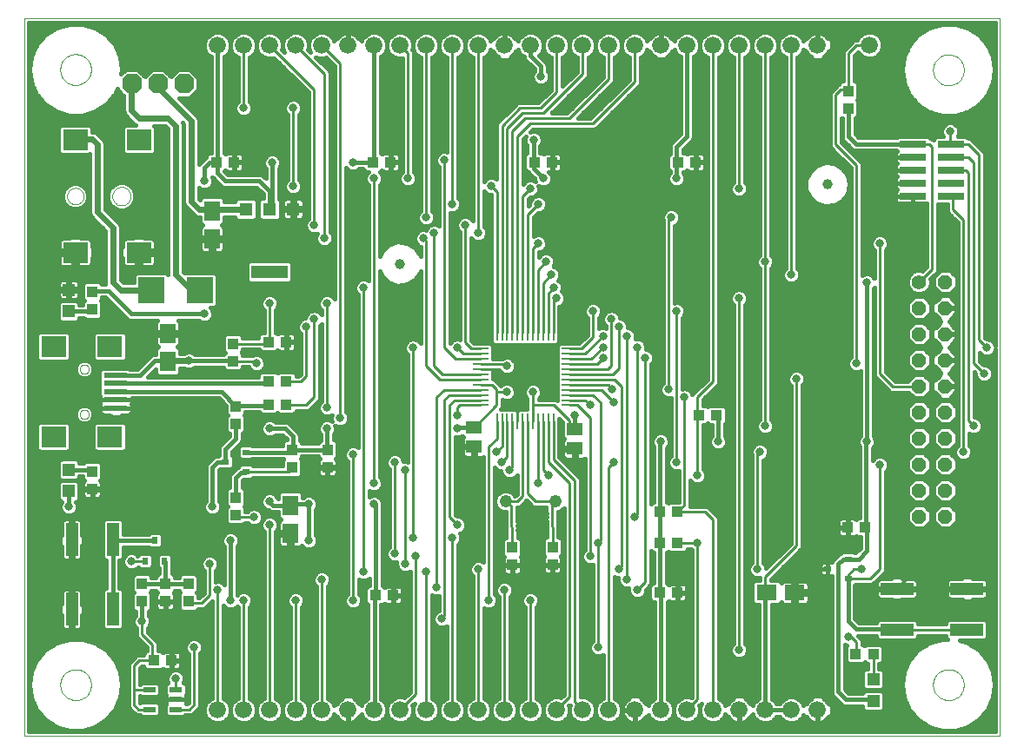
<source format=gtl>
G75*
G70*
%OFA0B0*%
%FSLAX24Y24*%
%IPPOS*%
%LPD*%
%AMOC8*
5,1,8,0,0,1.08239X$1,22.5*
%
%ADD10C,0.0000*%
%ADD11R,0.0098X0.0591*%
%ADD12R,0.0591X0.0098*%
%ADD13R,0.0276X0.0236*%
%ADD14C,0.0485*%
%ADD15R,0.0394X0.0433*%
%ADD16R,0.0472X0.0472*%
%ADD17R,0.0433X0.0394*%
%ADD18R,0.0512X0.0512*%
%ADD19R,0.1417X0.0512*%
%ADD20R,0.0591X0.0768*%
%ADD21R,0.0945X0.0787*%
%ADD22OC8,0.0760*%
%ADD23C,0.0559*%
%ADD24OC8,0.0559*%
%ADD25R,0.0909X0.0197*%
%ADD26R,0.0591X0.0512*%
%ADD27C,0.0660*%
%ADD28R,0.1000X0.1000*%
%ADD29R,0.1260X0.0472*%
%ADD30R,0.1024X0.0256*%
%ADD31R,0.0768X0.0591*%
%ADD32R,0.0472X0.1260*%
%ADD33R,0.0236X0.0276*%
%ADD34R,0.0472X0.0217*%
%ADD35C,0.0394*%
%ADD36C,0.0160*%
%ADD37C,0.0100*%
%ADD38C,0.0323*%
%ADD39C,0.0240*%
D10*
X000698Y000550D02*
X038100Y000550D01*
X038100Y028109D01*
X000698Y028109D01*
X000698Y000550D01*
X002076Y002519D02*
X002078Y002567D01*
X002084Y002615D01*
X002094Y002662D01*
X002107Y002708D01*
X002125Y002753D01*
X002145Y002797D01*
X002170Y002839D01*
X002198Y002878D01*
X002228Y002915D01*
X002262Y002949D01*
X002299Y002981D01*
X002337Y003010D01*
X002378Y003035D01*
X002421Y003057D01*
X002466Y003075D01*
X002512Y003089D01*
X002559Y003100D01*
X002607Y003107D01*
X002655Y003110D01*
X002703Y003109D01*
X002751Y003104D01*
X002799Y003095D01*
X002845Y003083D01*
X002890Y003066D01*
X002934Y003046D01*
X002976Y003023D01*
X003016Y002996D01*
X003054Y002966D01*
X003089Y002933D01*
X003121Y002897D01*
X003151Y002859D01*
X003177Y002818D01*
X003199Y002775D01*
X003219Y002731D01*
X003234Y002686D01*
X003246Y002639D01*
X003254Y002591D01*
X003258Y002543D01*
X003258Y002495D01*
X003254Y002447D01*
X003246Y002399D01*
X003234Y002352D01*
X003219Y002307D01*
X003199Y002263D01*
X003177Y002220D01*
X003151Y002179D01*
X003121Y002141D01*
X003089Y002105D01*
X003054Y002072D01*
X003016Y002042D01*
X002976Y002015D01*
X002934Y001992D01*
X002890Y001972D01*
X002845Y001955D01*
X002799Y001943D01*
X002751Y001934D01*
X002703Y001929D01*
X002655Y001928D01*
X002607Y001931D01*
X002559Y001938D01*
X002512Y001949D01*
X002466Y001963D01*
X002421Y001981D01*
X002378Y002003D01*
X002337Y002028D01*
X002299Y002057D01*
X002262Y002089D01*
X002228Y002123D01*
X002198Y002160D01*
X002170Y002199D01*
X002145Y002241D01*
X002125Y002285D01*
X002107Y002330D01*
X002094Y002376D01*
X002084Y002423D01*
X002078Y002471D01*
X002076Y002519D01*
X002817Y012896D02*
X002819Y012922D01*
X002825Y012948D01*
X002835Y012973D01*
X002848Y012996D01*
X002864Y013016D01*
X002884Y013034D01*
X002906Y013049D01*
X002929Y013061D01*
X002955Y013069D01*
X002981Y013073D01*
X003007Y013073D01*
X003033Y013069D01*
X003059Y013061D01*
X003083Y013049D01*
X003104Y013034D01*
X003124Y013016D01*
X003140Y012996D01*
X003153Y012973D01*
X003163Y012948D01*
X003169Y012922D01*
X003171Y012896D01*
X003169Y012870D01*
X003163Y012844D01*
X003153Y012819D01*
X003140Y012796D01*
X003124Y012776D01*
X003104Y012758D01*
X003082Y012743D01*
X003059Y012731D01*
X003033Y012723D01*
X003007Y012719D01*
X002981Y012719D01*
X002955Y012723D01*
X002929Y012731D01*
X002905Y012743D01*
X002884Y012758D01*
X002864Y012776D01*
X002848Y012796D01*
X002835Y012819D01*
X002825Y012844D01*
X002819Y012870D01*
X002817Y012896D01*
X002817Y014629D02*
X002819Y014655D01*
X002825Y014681D01*
X002835Y014706D01*
X002848Y014729D01*
X002864Y014749D01*
X002884Y014767D01*
X002906Y014782D01*
X002929Y014794D01*
X002955Y014802D01*
X002981Y014806D01*
X003007Y014806D01*
X003033Y014802D01*
X003059Y014794D01*
X003083Y014782D01*
X003104Y014767D01*
X003124Y014749D01*
X003140Y014729D01*
X003153Y014706D01*
X003163Y014681D01*
X003169Y014655D01*
X003171Y014629D01*
X003169Y014603D01*
X003163Y014577D01*
X003153Y014552D01*
X003140Y014529D01*
X003124Y014509D01*
X003104Y014491D01*
X003082Y014476D01*
X003059Y014464D01*
X003033Y014456D01*
X003007Y014452D01*
X002981Y014452D01*
X002955Y014456D01*
X002929Y014464D01*
X002905Y014476D01*
X002884Y014491D01*
X002864Y014509D01*
X002848Y014529D01*
X002835Y014552D01*
X002825Y014577D01*
X002819Y014603D01*
X002817Y014629D01*
X002335Y021266D02*
X002337Y021301D01*
X002343Y021336D01*
X002353Y021370D01*
X002366Y021403D01*
X002383Y021434D01*
X002404Y021462D01*
X002427Y021489D01*
X002454Y021512D01*
X002482Y021533D01*
X002513Y021550D01*
X002546Y021563D01*
X002580Y021573D01*
X002615Y021579D01*
X002650Y021581D01*
X002685Y021579D01*
X002720Y021573D01*
X002754Y021563D01*
X002787Y021550D01*
X002818Y021533D01*
X002846Y021512D01*
X002873Y021489D01*
X002896Y021462D01*
X002917Y021434D01*
X002934Y021403D01*
X002947Y021370D01*
X002957Y021336D01*
X002963Y021301D01*
X002965Y021266D01*
X002963Y021231D01*
X002957Y021196D01*
X002947Y021162D01*
X002934Y021129D01*
X002917Y021098D01*
X002896Y021070D01*
X002873Y021043D01*
X002846Y021020D01*
X002818Y020999D01*
X002787Y020982D01*
X002754Y020969D01*
X002720Y020959D01*
X002685Y020953D01*
X002650Y020951D01*
X002615Y020953D01*
X002580Y020959D01*
X002546Y020969D01*
X002513Y020982D01*
X002482Y020999D01*
X002454Y021020D01*
X002427Y021043D01*
X002404Y021070D01*
X002383Y021098D01*
X002366Y021129D01*
X002353Y021162D01*
X002343Y021196D01*
X002337Y021231D01*
X002335Y021266D01*
X004068Y021266D02*
X004070Y021303D01*
X004076Y021340D01*
X004085Y021375D01*
X004099Y021410D01*
X004115Y021443D01*
X004136Y021474D01*
X004159Y021503D01*
X004185Y021529D01*
X004214Y021552D01*
X004245Y021573D01*
X004278Y021589D01*
X004313Y021603D01*
X004348Y021612D01*
X004385Y021618D01*
X004422Y021620D01*
X004459Y021618D01*
X004496Y021612D01*
X004531Y021603D01*
X004566Y021589D01*
X004599Y021573D01*
X004630Y021552D01*
X004659Y021529D01*
X004685Y021503D01*
X004708Y021474D01*
X004729Y021443D01*
X004745Y021410D01*
X004759Y021375D01*
X004768Y021340D01*
X004774Y021303D01*
X004776Y021266D01*
X004774Y021229D01*
X004768Y021192D01*
X004759Y021157D01*
X004745Y021122D01*
X004729Y021089D01*
X004708Y021058D01*
X004685Y021029D01*
X004659Y021003D01*
X004630Y020980D01*
X004599Y020959D01*
X004566Y020943D01*
X004531Y020929D01*
X004496Y020920D01*
X004459Y020914D01*
X004422Y020912D01*
X004385Y020914D01*
X004348Y020920D01*
X004313Y020929D01*
X004278Y020943D01*
X004245Y020959D01*
X004214Y020980D01*
X004185Y021003D01*
X004159Y021029D01*
X004136Y021058D01*
X004115Y021089D01*
X004099Y021122D01*
X004085Y021157D01*
X004076Y021192D01*
X004070Y021229D01*
X004068Y021266D01*
X002076Y026125D02*
X002078Y026173D01*
X002084Y026221D01*
X002094Y026268D01*
X002107Y026314D01*
X002125Y026359D01*
X002145Y026403D01*
X002170Y026445D01*
X002198Y026484D01*
X002228Y026521D01*
X002262Y026555D01*
X002299Y026587D01*
X002337Y026616D01*
X002378Y026641D01*
X002421Y026663D01*
X002466Y026681D01*
X002512Y026695D01*
X002559Y026706D01*
X002607Y026713D01*
X002655Y026716D01*
X002703Y026715D01*
X002751Y026710D01*
X002799Y026701D01*
X002845Y026689D01*
X002890Y026672D01*
X002934Y026652D01*
X002976Y026629D01*
X003016Y026602D01*
X003054Y026572D01*
X003089Y026539D01*
X003121Y026503D01*
X003151Y026465D01*
X003177Y026424D01*
X003199Y026381D01*
X003219Y026337D01*
X003234Y026292D01*
X003246Y026245D01*
X003254Y026197D01*
X003258Y026149D01*
X003258Y026101D01*
X003254Y026053D01*
X003246Y026005D01*
X003234Y025958D01*
X003219Y025913D01*
X003199Y025869D01*
X003177Y025826D01*
X003151Y025785D01*
X003121Y025747D01*
X003089Y025711D01*
X003054Y025678D01*
X003016Y025648D01*
X002976Y025621D01*
X002934Y025598D01*
X002890Y025578D01*
X002845Y025561D01*
X002799Y025549D01*
X002751Y025540D01*
X002703Y025535D01*
X002655Y025534D01*
X002607Y025537D01*
X002559Y025544D01*
X002512Y025555D01*
X002466Y025569D01*
X002421Y025587D01*
X002378Y025609D01*
X002337Y025634D01*
X002299Y025663D01*
X002262Y025695D01*
X002228Y025729D01*
X002198Y025766D01*
X002170Y025805D01*
X002145Y025847D01*
X002125Y025891D01*
X002107Y025936D01*
X002094Y025982D01*
X002084Y026029D01*
X002078Y026077D01*
X002076Y026125D01*
X035540Y026113D02*
X035542Y026161D01*
X035548Y026209D01*
X035558Y026256D01*
X035571Y026302D01*
X035589Y026347D01*
X035609Y026391D01*
X035634Y026433D01*
X035662Y026472D01*
X035692Y026509D01*
X035726Y026543D01*
X035763Y026575D01*
X035801Y026604D01*
X035842Y026629D01*
X035885Y026651D01*
X035930Y026669D01*
X035976Y026683D01*
X036023Y026694D01*
X036071Y026701D01*
X036119Y026704D01*
X036167Y026703D01*
X036215Y026698D01*
X036263Y026689D01*
X036309Y026677D01*
X036354Y026660D01*
X036398Y026640D01*
X036440Y026617D01*
X036480Y026590D01*
X036518Y026560D01*
X036553Y026527D01*
X036585Y026491D01*
X036615Y026453D01*
X036641Y026412D01*
X036663Y026369D01*
X036683Y026325D01*
X036698Y026280D01*
X036710Y026233D01*
X036718Y026185D01*
X036722Y026137D01*
X036722Y026089D01*
X036718Y026041D01*
X036710Y025993D01*
X036698Y025946D01*
X036683Y025901D01*
X036663Y025857D01*
X036641Y025814D01*
X036615Y025773D01*
X036585Y025735D01*
X036553Y025699D01*
X036518Y025666D01*
X036480Y025636D01*
X036440Y025609D01*
X036398Y025586D01*
X036354Y025566D01*
X036309Y025549D01*
X036263Y025537D01*
X036215Y025528D01*
X036167Y025523D01*
X036119Y025522D01*
X036071Y025525D01*
X036023Y025532D01*
X035976Y025543D01*
X035930Y025557D01*
X035885Y025575D01*
X035842Y025597D01*
X035801Y025622D01*
X035763Y025651D01*
X035726Y025683D01*
X035692Y025717D01*
X035662Y025754D01*
X035634Y025793D01*
X035609Y025835D01*
X035589Y025879D01*
X035571Y025924D01*
X035558Y025970D01*
X035548Y026017D01*
X035542Y026065D01*
X035540Y026113D01*
X035540Y002519D02*
X035542Y002567D01*
X035548Y002615D01*
X035558Y002662D01*
X035571Y002708D01*
X035589Y002753D01*
X035609Y002797D01*
X035634Y002839D01*
X035662Y002878D01*
X035692Y002915D01*
X035726Y002949D01*
X035763Y002981D01*
X035801Y003010D01*
X035842Y003035D01*
X035885Y003057D01*
X035930Y003075D01*
X035976Y003089D01*
X036023Y003100D01*
X036071Y003107D01*
X036119Y003110D01*
X036167Y003109D01*
X036215Y003104D01*
X036263Y003095D01*
X036309Y003083D01*
X036354Y003066D01*
X036398Y003046D01*
X036440Y003023D01*
X036480Y002996D01*
X036518Y002966D01*
X036553Y002933D01*
X036585Y002897D01*
X036615Y002859D01*
X036641Y002818D01*
X036663Y002775D01*
X036683Y002731D01*
X036698Y002686D01*
X036710Y002639D01*
X036718Y002591D01*
X036722Y002543D01*
X036722Y002495D01*
X036718Y002447D01*
X036710Y002399D01*
X036698Y002352D01*
X036683Y002307D01*
X036663Y002263D01*
X036641Y002220D01*
X036615Y002179D01*
X036585Y002141D01*
X036553Y002105D01*
X036518Y002072D01*
X036480Y002042D01*
X036440Y002015D01*
X036398Y001992D01*
X036354Y001972D01*
X036309Y001955D01*
X036263Y001943D01*
X036215Y001934D01*
X036167Y001929D01*
X036119Y001928D01*
X036071Y001931D01*
X036023Y001938D01*
X035976Y001949D01*
X035930Y001963D01*
X035885Y001981D01*
X035842Y002003D01*
X035801Y002028D01*
X035763Y002057D01*
X035726Y002089D01*
X035692Y002123D01*
X035662Y002160D01*
X035634Y002199D01*
X035609Y002241D01*
X035589Y002285D01*
X035571Y002330D01*
X035558Y002376D01*
X035548Y002423D01*
X035542Y002471D01*
X035540Y002519D01*
D11*
X020983Y012637D03*
X020786Y012637D03*
X020589Y012637D03*
X020392Y012637D03*
X020195Y012637D03*
X019998Y012637D03*
X019802Y012637D03*
X019605Y012637D03*
X019408Y012637D03*
X019211Y012637D03*
X019014Y012637D03*
X018817Y012637D03*
X018817Y016022D03*
X019014Y016022D03*
X019211Y016022D03*
X019408Y016022D03*
X019605Y016022D03*
X019802Y016022D03*
X019998Y016022D03*
X020195Y016022D03*
X020392Y016022D03*
X020589Y016022D03*
X020786Y016022D03*
X020983Y016022D03*
D12*
X021593Y015412D03*
X021593Y015215D03*
X021593Y015019D03*
X021593Y014822D03*
X021593Y014625D03*
X021593Y014428D03*
X021593Y014231D03*
X021593Y014034D03*
X021593Y013837D03*
X021593Y013641D03*
X021593Y013444D03*
X021593Y013247D03*
X018207Y013247D03*
X018207Y013444D03*
X018207Y013641D03*
X018207Y013837D03*
X018207Y014034D03*
X018207Y014231D03*
X018207Y014428D03*
X018207Y014625D03*
X018207Y014822D03*
X018207Y015019D03*
X018207Y015215D03*
X018207Y015412D03*
D13*
X009194Y011440D03*
X009194Y010692D03*
X008406Y011066D03*
X031500Y006956D03*
X032287Y006582D03*
X032287Y007330D03*
D14*
X021050Y009559D03*
X019150Y009559D03*
D15*
X019408Y007783D03*
X019408Y007114D03*
X020950Y007125D03*
X020950Y007794D03*
X012325Y010859D03*
X012325Y011529D03*
X010969Y011529D03*
X010969Y010859D03*
X008800Y009700D03*
X008800Y009031D03*
X006992Y006394D03*
X006992Y005725D03*
X006103Y005725D03*
X006103Y006394D03*
X005203Y006394D03*
X005203Y005725D03*
X003300Y010028D03*
X003300Y010697D03*
X008800Y012531D03*
X008800Y013200D03*
X008700Y014931D03*
X008700Y015600D03*
X003300Y016928D03*
X003300Y017597D03*
X032300Y024631D03*
X032300Y025300D03*
D16*
X033250Y002720D03*
X033250Y001893D03*
X002400Y009949D03*
X002400Y010776D03*
X002400Y016849D03*
X002400Y017676D03*
D17*
X008065Y022566D03*
X008735Y022566D03*
X014065Y022566D03*
X014735Y022566D03*
X020265Y022566D03*
X020935Y022566D03*
X025765Y022566D03*
X026435Y022566D03*
X026565Y012866D03*
X027235Y012866D03*
X025735Y009163D03*
X025065Y009163D03*
X025065Y007956D03*
X025735Y007956D03*
X025735Y006050D03*
X025065Y006050D03*
X032265Y008556D03*
X032935Y008556D03*
X033247Y003709D03*
X032578Y003709D03*
X014835Y005950D03*
X014165Y005950D03*
X006335Y003450D03*
X005665Y003450D03*
X010065Y013266D03*
X010735Y013266D03*
X010735Y014166D03*
X010065Y014166D03*
X010065Y015666D03*
X010735Y015666D03*
D18*
X011006Y020767D03*
X010100Y020767D03*
X009194Y020767D03*
D19*
X010100Y018365D03*
D20*
X007900Y019624D03*
X007900Y020707D03*
X006200Y016007D03*
X006200Y014924D03*
X010900Y009407D03*
X010900Y008324D03*
D21*
X003978Y012030D03*
X001813Y012030D03*
X001813Y015495D03*
X003978Y015495D03*
X005091Y019100D03*
X002650Y019100D03*
X002650Y023431D03*
X005091Y023431D03*
D22*
X004813Y025578D03*
X005813Y025578D03*
X006813Y025578D03*
D23*
X035000Y017966D03*
D24*
X036000Y017966D03*
X036000Y016966D03*
X035000Y016966D03*
X035000Y015966D03*
X036000Y015966D03*
X036000Y014966D03*
X035000Y014966D03*
X035000Y013966D03*
X036000Y013966D03*
X036000Y012966D03*
X035000Y012966D03*
X035000Y011966D03*
X036000Y011966D03*
X036000Y010966D03*
X035000Y010966D03*
X035000Y009966D03*
X036000Y009966D03*
X036000Y008966D03*
X035000Y008966D03*
D25*
X004200Y013133D03*
X004200Y013448D03*
X004200Y013763D03*
X004200Y014078D03*
X004200Y014393D03*
D26*
X017937Y012408D03*
X017937Y011660D03*
X021800Y011592D03*
X021800Y012340D03*
D27*
X022100Y001550D03*
X021100Y001550D03*
X020100Y001550D03*
X019100Y001550D03*
X018100Y001550D03*
X017100Y001550D03*
X016100Y001550D03*
X015100Y001550D03*
X014100Y001550D03*
X013100Y001550D03*
X012100Y001550D03*
X011100Y001550D03*
X010100Y001550D03*
X009100Y001550D03*
X008100Y001550D03*
X023100Y001550D03*
X024100Y001550D03*
X025100Y001550D03*
X026100Y001550D03*
X027100Y001550D03*
X028100Y001550D03*
X029100Y001550D03*
X030100Y001550D03*
X031100Y001550D03*
X031100Y027050D03*
X030100Y027050D03*
X029100Y027050D03*
X028100Y027050D03*
X027100Y027050D03*
X026100Y027050D03*
X025100Y027050D03*
X024100Y027050D03*
X023100Y027050D03*
X022100Y027050D03*
X021100Y027050D03*
X020100Y027050D03*
X019100Y027050D03*
X018100Y027050D03*
X017100Y027050D03*
X016100Y027050D03*
X015100Y027050D03*
X014100Y027050D03*
X013100Y027050D03*
X012100Y027050D03*
X011100Y027050D03*
X010100Y027050D03*
X009100Y027050D03*
X008100Y027050D03*
X033100Y027066D03*
D28*
X007425Y017666D03*
X005575Y017666D03*
D29*
X034161Y006200D03*
X034161Y004625D03*
X036839Y004625D03*
X036839Y006200D03*
D30*
X036228Y021266D03*
X036228Y021766D03*
X036228Y022266D03*
X036228Y022766D03*
X036228Y023266D03*
X034772Y023266D03*
X034772Y022766D03*
X034772Y022266D03*
X034772Y021766D03*
X034772Y021266D03*
D31*
X030241Y006050D03*
X029159Y006050D03*
D32*
X004087Y005411D03*
X002513Y005411D03*
X002513Y008089D03*
X004087Y008089D03*
D33*
X005326Y007266D03*
X006074Y007266D03*
X005700Y008053D03*
D34*
X005488Y002324D03*
X005488Y001576D03*
X006512Y001576D03*
X006512Y001950D03*
X006512Y002324D03*
D35*
X015098Y018676D03*
X031498Y021713D03*
D36*
X031910Y022423D02*
X032316Y022423D01*
X032380Y022359D02*
X032380Y015099D01*
X032319Y015038D01*
X032269Y014916D01*
X032269Y014784D01*
X032319Y014662D01*
X032412Y014569D01*
X032534Y014519D01*
X032666Y014519D01*
X032750Y014553D01*
X032750Y012069D01*
X032719Y012038D01*
X032669Y011916D01*
X032669Y011784D01*
X032719Y011662D01*
X032724Y011657D01*
X032724Y008923D01*
X032648Y008923D01*
X032593Y008868D01*
X032580Y008881D01*
X032544Y008902D01*
X032503Y008913D01*
X032284Y008913D01*
X032284Y008575D01*
X032247Y008575D01*
X032247Y008913D01*
X032028Y008913D01*
X031987Y008902D01*
X031951Y008881D01*
X031921Y008851D01*
X031900Y008815D01*
X031889Y008774D01*
X031889Y008575D01*
X032247Y008575D01*
X032247Y008538D01*
X031889Y008538D01*
X031889Y008338D01*
X031900Y008298D01*
X031921Y008261D01*
X031951Y008231D01*
X031987Y008210D01*
X032028Y008199D01*
X032247Y008199D01*
X032247Y008538D01*
X032284Y008538D01*
X032284Y008199D01*
X032503Y008199D01*
X032544Y008210D01*
X032580Y008231D01*
X032593Y008244D01*
X032648Y008189D01*
X032750Y008189D01*
X032750Y007754D01*
X032577Y007580D01*
X032534Y007580D01*
X032496Y007618D01*
X032079Y007618D01*
X032041Y007580D01*
X032031Y007580D01*
X031939Y007542D01*
X031758Y007362D01*
X031688Y007292D01*
X031664Y007233D01*
X031659Y007234D01*
X031500Y007234D01*
X031341Y007234D01*
X031300Y007224D01*
X031264Y007202D01*
X031234Y007173D01*
X031213Y007136D01*
X031202Y007095D01*
X031202Y006956D01*
X031202Y006817D01*
X031213Y006776D01*
X031234Y006740D01*
X031264Y006710D01*
X031300Y006689D01*
X031341Y006678D01*
X031500Y006678D01*
X031650Y006678D01*
X031650Y002200D01*
X031688Y002108D01*
X031988Y001808D01*
X032058Y001738D01*
X032150Y001700D01*
X032844Y001700D01*
X032844Y001586D01*
X032943Y001487D01*
X033557Y001487D01*
X033656Y001586D01*
X033656Y002200D01*
X033557Y002299D01*
X032943Y002299D01*
X032844Y002200D01*
X032304Y002200D01*
X032150Y002354D01*
X032150Y004053D01*
X032234Y004019D01*
X032191Y003977D01*
X032191Y003442D01*
X032291Y003343D01*
X032865Y003343D01*
X032913Y003390D01*
X032960Y003343D01*
X033030Y003343D01*
X033030Y003126D01*
X032943Y003126D01*
X032844Y003026D01*
X032844Y002413D01*
X032943Y002313D01*
X033557Y002313D01*
X033656Y002413D01*
X033656Y003026D01*
X033557Y003126D01*
X033470Y003126D01*
X033470Y003343D01*
X033534Y003343D01*
X033634Y003442D01*
X033634Y003977D01*
X033534Y004076D01*
X032960Y004076D01*
X032913Y004029D01*
X032865Y004076D01*
X032820Y004076D01*
X032820Y004241D01*
X032691Y004370D01*
X032661Y004400D01*
X033361Y004400D01*
X033361Y004319D01*
X033461Y004219D01*
X034862Y004219D01*
X034961Y004319D01*
X034961Y004405D01*
X036039Y004405D01*
X036039Y004319D01*
X036087Y004270D01*
X035880Y004270D01*
X035396Y004129D01*
X034972Y003856D01*
X034642Y003475D01*
X034433Y003017D01*
X034361Y002519D01*
X034361Y002519D01*
X034433Y002020D01*
X034433Y002020D01*
X034642Y001562D01*
X034642Y001562D01*
X034972Y001181D01*
X034972Y001181D01*
X035396Y000908D01*
X035396Y000908D01*
X035880Y000767D01*
X036383Y000767D01*
X036867Y000908D01*
X037291Y001181D01*
X037621Y001562D01*
X037830Y002020D01*
X037901Y002519D01*
X037830Y003017D01*
X037830Y003017D01*
X037621Y003475D01*
X037291Y003856D01*
X037291Y003856D01*
X036867Y004129D01*
X036867Y004129D01*
X036559Y004219D01*
X037539Y004219D01*
X037639Y004319D01*
X037639Y004932D01*
X037539Y005031D01*
X036138Y005031D01*
X036039Y004932D01*
X036039Y004845D01*
X034961Y004845D01*
X034961Y004932D01*
X034862Y005031D01*
X033461Y005031D01*
X033361Y004932D01*
X033361Y004900D01*
X032704Y004900D01*
X032537Y005066D01*
X032537Y006336D01*
X032564Y006362D01*
X033223Y006362D01*
X033720Y006859D01*
X033720Y010701D01*
X033781Y010762D01*
X033831Y010884D01*
X033831Y011016D01*
X033781Y011138D01*
X033688Y011231D01*
X033566Y011281D01*
X033434Y011281D01*
X033312Y011231D01*
X033224Y011143D01*
X033224Y011605D01*
X033281Y011662D01*
X033331Y011784D01*
X033331Y011916D01*
X033281Y012038D01*
X033250Y012069D01*
X033250Y017731D01*
X033280Y017761D01*
X033280Y014359D01*
X033780Y013859D01*
X033909Y013730D01*
X034600Y013730D01*
X034814Y013516D01*
X035186Y013516D01*
X035450Y013780D01*
X035450Y014152D01*
X035186Y014415D01*
X034814Y014415D01*
X034569Y014170D01*
X034091Y014170D01*
X033720Y014541D01*
X033720Y019201D01*
X033781Y019262D01*
X033831Y019384D01*
X033831Y019516D01*
X033781Y019638D01*
X033688Y019731D01*
X033566Y019781D01*
X033434Y019781D01*
X033312Y019731D01*
X033219Y019638D01*
X033169Y019516D01*
X033169Y019384D01*
X033219Y019262D01*
X033280Y019201D01*
X033280Y018139D01*
X033188Y018231D01*
X033066Y018281D01*
X032934Y018281D01*
X032820Y018234D01*
X032820Y022541D01*
X032020Y023341D01*
X032020Y024257D01*
X032033Y024245D01*
X032050Y024245D01*
X032050Y023500D01*
X032088Y023408D01*
X032158Y023338D01*
X032443Y023054D01*
X032535Y023016D01*
X034141Y023016D01*
X034149Y023009D01*
X034132Y022992D01*
X034111Y022955D01*
X034100Y022915D01*
X034100Y022766D01*
X034772Y022766D01*
X034772Y022766D01*
X034100Y022766D01*
X034100Y022617D01*
X034111Y022576D01*
X034132Y022540D01*
X034156Y022516D01*
X034132Y022492D01*
X034111Y022455D01*
X034100Y022415D01*
X034100Y022266D01*
X034772Y022266D01*
X034772Y022266D01*
X034100Y022266D01*
X034100Y022117D01*
X034111Y022076D01*
X034132Y022040D01*
X034156Y022016D01*
X034132Y021992D01*
X034111Y021955D01*
X034100Y021915D01*
X034100Y021766D01*
X034772Y021766D01*
X034772Y021766D01*
X034100Y021766D01*
X034100Y021617D01*
X034111Y021576D01*
X034132Y021540D01*
X034156Y021516D01*
X034132Y021492D01*
X034111Y021455D01*
X034100Y021415D01*
X034100Y021266D01*
X034772Y021266D01*
X034772Y020978D01*
X035280Y020978D01*
X035280Y018557D01*
X035124Y018401D01*
X035089Y018415D01*
X034911Y018415D01*
X034745Y018347D01*
X034619Y018220D01*
X034550Y018055D01*
X034550Y017876D01*
X034619Y017711D01*
X034745Y017585D01*
X034911Y017516D01*
X035089Y017516D01*
X035255Y017585D01*
X035381Y017711D01*
X035450Y017876D01*
X035450Y018055D01*
X035435Y018090D01*
X035720Y018375D01*
X035720Y020968D01*
X036080Y020968D01*
X036080Y020659D01*
X036209Y020530D01*
X036480Y020259D01*
X036480Y011699D01*
X036419Y011638D01*
X036369Y011516D01*
X036369Y011384D01*
X036419Y011262D01*
X036512Y011169D01*
X036634Y011119D01*
X036766Y011119D01*
X036888Y011169D01*
X036981Y011262D01*
X037031Y011384D01*
X037031Y011516D01*
X036981Y011638D01*
X036920Y011699D01*
X036920Y012166D01*
X037034Y012119D01*
X037166Y012119D01*
X037288Y012169D01*
X037381Y012262D01*
X037431Y012384D01*
X037431Y012516D01*
X037381Y012638D01*
X037288Y012731D01*
X037166Y012781D01*
X037120Y012781D01*
X037120Y014519D01*
X037169Y014470D01*
X037169Y014384D01*
X037219Y014262D01*
X037312Y014169D01*
X037434Y014119D01*
X037566Y014119D01*
X037688Y014169D01*
X037781Y014262D01*
X037831Y014384D01*
X037831Y014516D01*
X037781Y014638D01*
X037688Y014731D01*
X037566Y014781D01*
X037480Y014781D01*
X037320Y014941D01*
X037320Y015261D01*
X037412Y015169D01*
X037534Y015119D01*
X037666Y015119D01*
X037788Y015169D01*
X037881Y015262D01*
X037930Y015381D01*
X037930Y000720D01*
X000868Y000720D01*
X000868Y027939D01*
X037930Y027939D01*
X037930Y015519D01*
X037881Y015638D01*
X037788Y015731D01*
X037666Y015781D01*
X037580Y015781D01*
X037520Y015841D01*
X037520Y022941D01*
X037391Y023070D01*
X036975Y023486D01*
X036889Y023486D01*
X036811Y023564D01*
X036482Y023564D01*
X036531Y023684D01*
X036531Y023816D01*
X036481Y023938D01*
X036388Y024031D01*
X036266Y024081D01*
X036134Y024081D01*
X036012Y024031D01*
X035919Y023938D01*
X035869Y023816D01*
X035869Y023684D01*
X035918Y023564D01*
X035646Y023564D01*
X035547Y023464D01*
X035547Y023415D01*
X035475Y023486D01*
X035432Y023486D01*
X035354Y023564D01*
X034189Y023564D01*
X034141Y023516D01*
X032688Y023516D01*
X032550Y023654D01*
X032550Y024245D01*
X032567Y024245D01*
X032667Y024344D01*
X032667Y024918D01*
X032619Y024966D01*
X032667Y025013D01*
X032667Y025587D01*
X032567Y025687D01*
X032520Y025687D01*
X032520Y026659D01*
X032667Y026805D01*
X032676Y026783D01*
X032817Y026642D01*
X033001Y026566D01*
X033199Y026566D01*
X033383Y026642D01*
X033524Y026783D01*
X033600Y026966D01*
X033600Y027165D01*
X033524Y027349D01*
X033383Y027490D01*
X033199Y027566D01*
X033001Y027566D01*
X032817Y027490D01*
X032676Y027349D01*
X032643Y027270D01*
X032509Y027270D01*
X032380Y027141D01*
X032080Y026841D01*
X032080Y025687D01*
X032033Y025687D01*
X031933Y025587D01*
X031933Y025570D01*
X031909Y025570D01*
X031780Y025441D01*
X031580Y025241D01*
X031580Y023159D01*
X031709Y023030D01*
X032380Y022359D01*
X032380Y022265D02*
X032112Y022265D01*
X032060Y022337D02*
X032060Y022337D01*
X031758Y022511D01*
X031758Y022511D01*
X031411Y022548D01*
X031411Y022548D01*
X031079Y022440D01*
X030819Y022206D01*
X030677Y021887D01*
X030677Y021538D01*
X030819Y021220D01*
X030819Y021220D01*
X031079Y020986D01*
X031411Y020878D01*
X031758Y020915D01*
X032060Y021089D01*
X032060Y021089D01*
X032060Y021089D01*
X032265Y021372D01*
X032338Y021713D01*
X032265Y022054D01*
X032265Y022054D01*
X032060Y022337D01*
X032157Y022582D02*
X030320Y022582D01*
X030320Y022740D02*
X031999Y022740D01*
X031840Y022899D02*
X030320Y022899D01*
X030320Y023057D02*
X031682Y023057D01*
X031580Y023216D02*
X030320Y023216D01*
X030320Y023374D02*
X031580Y023374D01*
X031580Y023533D02*
X030320Y023533D01*
X030320Y023691D02*
X031580Y023691D01*
X031580Y023850D02*
X030320Y023850D01*
X030320Y024008D02*
X031580Y024008D01*
X031580Y024167D02*
X030320Y024167D01*
X030320Y024325D02*
X031580Y024325D01*
X031580Y024484D02*
X030320Y024484D01*
X030320Y024642D02*
X031580Y024642D01*
X031580Y024801D02*
X030320Y024801D01*
X030320Y024959D02*
X031580Y024959D01*
X031580Y025118D02*
X030320Y025118D01*
X030320Y025276D02*
X031615Y025276D01*
X031773Y025435D02*
X030320Y025435D01*
X030320Y025593D02*
X031939Y025593D01*
X032080Y025752D02*
X030320Y025752D01*
X030320Y025910D02*
X032080Y025910D01*
X032080Y026069D02*
X030320Y026069D01*
X030320Y026227D02*
X032080Y026227D01*
X032080Y026386D02*
X030320Y026386D01*
X030320Y026544D02*
X030911Y026544D01*
X030950Y026506D02*
X031250Y026506D01*
X031350Y026605D01*
X031350Y026627D01*
X031357Y026631D01*
X031419Y026676D01*
X031474Y026731D01*
X031519Y026793D01*
X031531Y026816D01*
X031560Y026816D01*
X031660Y026915D01*
X031660Y027216D01*
X031560Y027316D01*
X031513Y027316D01*
X031474Y027369D01*
X031419Y027424D01*
X031357Y027469D01*
X031288Y027504D01*
X031215Y027528D01*
X031139Y027540D01*
X031118Y027540D01*
X031118Y027068D01*
X031082Y027068D01*
X031082Y027540D01*
X031061Y027540D01*
X030985Y027528D01*
X030912Y027504D01*
X030843Y027469D01*
X030781Y027424D01*
X030726Y027369D01*
X030687Y027316D01*
X030650Y027316D01*
X030566Y027232D01*
X030524Y027333D01*
X030383Y027474D01*
X030199Y027550D01*
X030001Y027550D01*
X029817Y027474D01*
X029676Y027333D01*
X029600Y027149D01*
X029524Y027333D01*
X029383Y027474D01*
X029199Y027550D01*
X029001Y027550D01*
X028817Y027474D01*
X028676Y027333D01*
X028600Y027149D01*
X028524Y027333D01*
X028383Y027474D01*
X028199Y027550D01*
X028001Y027550D01*
X027817Y027474D01*
X027676Y027333D01*
X027600Y027149D01*
X027600Y026951D01*
X027676Y026767D01*
X027817Y026626D01*
X027880Y026600D01*
X027880Y021799D01*
X027819Y021738D01*
X027769Y021616D01*
X027769Y021484D01*
X027819Y021362D01*
X027912Y021269D01*
X028034Y021219D01*
X028166Y021219D01*
X028288Y021269D01*
X028381Y021362D01*
X028431Y021484D01*
X028431Y021616D01*
X028381Y021738D01*
X028320Y021799D01*
X028320Y026600D01*
X028383Y026626D01*
X028524Y026767D01*
X028600Y026951D01*
X028600Y027149D01*
X028600Y026951D01*
X028676Y026767D01*
X028817Y026626D01*
X028880Y026600D01*
X028880Y018999D01*
X028819Y018938D01*
X028769Y018816D01*
X028769Y018684D01*
X028819Y018562D01*
X028880Y018501D01*
X028880Y012699D01*
X028819Y012638D01*
X028769Y012516D01*
X028769Y012384D01*
X028819Y012262D01*
X028912Y012169D01*
X029034Y012119D01*
X029166Y012119D01*
X029288Y012169D01*
X029381Y012262D01*
X029431Y012384D01*
X029431Y012516D01*
X029381Y012638D01*
X029320Y012699D01*
X029320Y018501D01*
X029381Y018562D01*
X029431Y018684D01*
X029431Y018816D01*
X029381Y018938D01*
X029320Y018999D01*
X029320Y026600D01*
X029383Y026626D01*
X029524Y026767D01*
X029600Y026951D01*
X029600Y027149D01*
X029600Y026951D01*
X029676Y026767D01*
X029817Y026626D01*
X029880Y026600D01*
X029880Y018499D01*
X029819Y018438D01*
X029769Y018316D01*
X029769Y018184D01*
X029819Y018062D01*
X029912Y017969D01*
X030034Y017919D01*
X030166Y017919D01*
X030288Y017969D01*
X030381Y018062D01*
X030431Y018184D01*
X030431Y018316D01*
X030381Y018438D01*
X030320Y018499D01*
X030320Y026600D01*
X030383Y026626D01*
X030524Y026767D01*
X030575Y026890D01*
X030650Y026816D01*
X030669Y026816D01*
X030681Y026793D01*
X030726Y026731D01*
X030781Y026676D01*
X030843Y026631D01*
X030850Y026627D01*
X030850Y026605D01*
X030950Y026506D01*
X030754Y026703D02*
X030460Y026703D01*
X030563Y026861D02*
X030604Y026861D01*
X029880Y026544D02*
X029320Y026544D01*
X029320Y026386D02*
X029880Y026386D01*
X029880Y026227D02*
X029320Y026227D01*
X029320Y026069D02*
X029880Y026069D01*
X029880Y025910D02*
X029320Y025910D01*
X029320Y025752D02*
X029880Y025752D01*
X029880Y025593D02*
X029320Y025593D01*
X029320Y025435D02*
X029880Y025435D01*
X029880Y025276D02*
X029320Y025276D01*
X029320Y025118D02*
X029880Y025118D01*
X029880Y024959D02*
X029320Y024959D01*
X029320Y024801D02*
X029880Y024801D01*
X029880Y024642D02*
X029320Y024642D01*
X029320Y024484D02*
X029880Y024484D01*
X029880Y024325D02*
X029320Y024325D01*
X029320Y024167D02*
X029880Y024167D01*
X029880Y024008D02*
X029320Y024008D01*
X029320Y023850D02*
X029880Y023850D01*
X029880Y023691D02*
X029320Y023691D01*
X029320Y023533D02*
X029880Y023533D01*
X029880Y023374D02*
X029320Y023374D01*
X029320Y023216D02*
X029880Y023216D01*
X029880Y023057D02*
X029320Y023057D01*
X029320Y022899D02*
X029880Y022899D01*
X029880Y022740D02*
X029320Y022740D01*
X029320Y022582D02*
X029880Y022582D01*
X029880Y022423D02*
X029320Y022423D01*
X029320Y022265D02*
X029880Y022265D01*
X029880Y022106D02*
X029320Y022106D01*
X029320Y021948D02*
X029880Y021948D01*
X029880Y021789D02*
X029320Y021789D01*
X029320Y021631D02*
X029880Y021631D01*
X029880Y021472D02*
X029320Y021472D01*
X029320Y021314D02*
X029880Y021314D01*
X029880Y021155D02*
X029320Y021155D01*
X029320Y020997D02*
X029880Y020997D01*
X029880Y020838D02*
X029320Y020838D01*
X029320Y020680D02*
X029880Y020680D01*
X029880Y020521D02*
X029320Y020521D01*
X029320Y020363D02*
X029880Y020363D01*
X029880Y020204D02*
X029320Y020204D01*
X029320Y020046D02*
X029880Y020046D01*
X029880Y019887D02*
X029320Y019887D01*
X029320Y019729D02*
X029880Y019729D01*
X029880Y019570D02*
X029320Y019570D01*
X029320Y019412D02*
X029880Y019412D01*
X029880Y019253D02*
X029320Y019253D01*
X029320Y019095D02*
X029880Y019095D01*
X029880Y018936D02*
X029382Y018936D01*
X029431Y018778D02*
X029880Y018778D01*
X029880Y018619D02*
X029404Y018619D01*
X029320Y018461D02*
X029842Y018461D01*
X029769Y018302D02*
X029320Y018302D01*
X029320Y018144D02*
X029785Y018144D01*
X029896Y017985D02*
X029320Y017985D01*
X029320Y017827D02*
X032380Y017827D01*
X032380Y017985D02*
X030304Y017985D01*
X030415Y018144D02*
X032380Y018144D01*
X032380Y018302D02*
X030431Y018302D01*
X030358Y018461D02*
X032380Y018461D01*
X032380Y018619D02*
X030320Y018619D01*
X030320Y018778D02*
X032380Y018778D01*
X032380Y018936D02*
X030320Y018936D01*
X030320Y019095D02*
X032380Y019095D01*
X032380Y019253D02*
X030320Y019253D01*
X030320Y019412D02*
X032380Y019412D01*
X032380Y019570D02*
X030320Y019570D01*
X030320Y019729D02*
X032380Y019729D01*
X032380Y019887D02*
X030320Y019887D01*
X030320Y020046D02*
X032380Y020046D01*
X032380Y020204D02*
X030320Y020204D01*
X030320Y020363D02*
X032380Y020363D01*
X032380Y020521D02*
X030320Y020521D01*
X030320Y020680D02*
X032380Y020680D01*
X032380Y020838D02*
X030320Y020838D01*
X030320Y020997D02*
X031067Y020997D01*
X031079Y020986D02*
X031079Y020986D01*
X030891Y021155D02*
X030320Y021155D01*
X030320Y021314D02*
X030778Y021314D01*
X030707Y021472D02*
X030320Y021472D01*
X030320Y021631D02*
X030677Y021631D01*
X030677Y021789D02*
X030320Y021789D01*
X030320Y021948D02*
X030704Y021948D01*
X030775Y022106D02*
X030320Y022106D01*
X030320Y022265D02*
X030884Y022265D01*
X030819Y022206D02*
X030819Y022206D01*
X031060Y022423D02*
X030320Y022423D01*
X031079Y022440D02*
X031079Y022440D01*
X032146Y023216D02*
X032281Y023216D01*
X032304Y023057D02*
X032439Y023057D01*
X032463Y022899D02*
X034100Y022899D01*
X034100Y022740D02*
X032621Y022740D01*
X032780Y022582D02*
X034109Y022582D01*
X034102Y022423D02*
X032820Y022423D01*
X032820Y022265D02*
X034100Y022265D01*
X034103Y022106D02*
X032820Y022106D01*
X032820Y021948D02*
X034109Y021948D01*
X034100Y021789D02*
X032820Y021789D01*
X032820Y021631D02*
X034100Y021631D01*
X034120Y021472D02*
X032820Y021472D01*
X032820Y021314D02*
X034100Y021314D01*
X034100Y021266D02*
X034100Y021117D01*
X034111Y021076D01*
X034132Y021040D01*
X034162Y021010D01*
X034198Y020989D01*
X034239Y020978D01*
X034772Y020978D01*
X034772Y021266D01*
X034772Y021266D01*
X034772Y021266D01*
X034100Y021266D01*
X034100Y021155D02*
X032820Y021155D01*
X032820Y020997D02*
X034185Y020997D01*
X034772Y020997D02*
X034772Y020997D01*
X034772Y021155D02*
X034772Y021155D01*
X035280Y020838D02*
X032820Y020838D01*
X032820Y020680D02*
X035280Y020680D01*
X035280Y020521D02*
X032820Y020521D01*
X032820Y020363D02*
X035280Y020363D01*
X035280Y020204D02*
X032820Y020204D01*
X032820Y020046D02*
X035280Y020046D01*
X035280Y019887D02*
X032820Y019887D01*
X032820Y019729D02*
X033310Y019729D01*
X033191Y019570D02*
X032820Y019570D01*
X032820Y019412D02*
X033169Y019412D01*
X033228Y019253D02*
X032820Y019253D01*
X032820Y019095D02*
X033280Y019095D01*
X033280Y018936D02*
X032820Y018936D01*
X032820Y018778D02*
X033280Y018778D01*
X033280Y018619D02*
X032820Y018619D01*
X032820Y018461D02*
X033280Y018461D01*
X033280Y018302D02*
X032820Y018302D01*
X033000Y017950D02*
X033000Y011850D01*
X032974Y011824D01*
X032974Y008596D01*
X032935Y008556D01*
X033000Y008530D01*
X033000Y007650D01*
X032680Y007330D01*
X032287Y007330D01*
X032080Y007330D01*
X031900Y007150D01*
X031900Y002250D01*
X032200Y001950D01*
X033193Y001950D01*
X033250Y001893D01*
X033656Y001818D02*
X034525Y001818D01*
X034453Y001977D02*
X033656Y001977D01*
X033656Y002135D02*
X034417Y002135D01*
X034394Y002294D02*
X033562Y002294D01*
X033656Y002452D02*
X034371Y002452D01*
X034375Y002611D02*
X033656Y002611D01*
X033656Y002769D02*
X034398Y002769D01*
X034420Y002928D02*
X033656Y002928D01*
X033597Y003086D02*
X034465Y003086D01*
X034433Y003017D02*
X034433Y003017D01*
X034537Y003245D02*
X033470Y003245D01*
X033595Y003403D02*
X034609Y003403D01*
X034642Y003475D02*
X034642Y003475D01*
X034717Y003562D02*
X033634Y003562D01*
X033634Y003720D02*
X034854Y003720D01*
X034972Y003856D02*
X034972Y003856D01*
X034972Y003856D01*
X035007Y003879D02*
X033634Y003879D01*
X033573Y004037D02*
X035254Y004037D01*
X035396Y004129D02*
X035396Y004129D01*
X035624Y004196D02*
X032820Y004196D01*
X032904Y004037D02*
X032921Y004037D01*
X032707Y004354D02*
X033361Y004354D01*
X033418Y004988D02*
X032616Y004988D01*
X032537Y005147D02*
X037930Y005147D01*
X037930Y005305D02*
X032537Y005305D01*
X032537Y005464D02*
X037930Y005464D01*
X037930Y005622D02*
X032537Y005622D01*
X032537Y005781D02*
X033972Y005781D01*
X033948Y005804D02*
X034000Y005753D01*
X034300Y005753D01*
X034352Y005804D01*
X034812Y005804D01*
X034853Y005815D01*
X034890Y005836D01*
X034919Y005866D01*
X034940Y005902D01*
X034951Y005943D01*
X034951Y006162D01*
X034200Y006162D01*
X034200Y006238D01*
X034951Y006238D01*
X034951Y006457D01*
X034940Y006498D01*
X034919Y006534D01*
X034890Y006564D01*
X034853Y006585D01*
X034812Y006596D01*
X034367Y006596D01*
X034300Y006663D01*
X034000Y006663D01*
X033933Y006596D01*
X033510Y006596D01*
X033470Y006585D01*
X033433Y006564D01*
X033403Y006534D01*
X033382Y006498D01*
X033371Y006457D01*
X033371Y006238D01*
X034123Y006238D01*
X034123Y006162D01*
X033371Y006162D01*
X033371Y005943D01*
X033382Y005902D01*
X033403Y005866D01*
X033433Y005836D01*
X033470Y005815D01*
X033510Y005804D01*
X033948Y005804D01*
X034328Y005781D02*
X036647Y005781D01*
X036623Y005804D02*
X036700Y005728D01*
X037000Y005728D01*
X037077Y005804D01*
X037490Y005804D01*
X037530Y005815D01*
X037567Y005836D01*
X037597Y005866D01*
X037618Y005902D01*
X037629Y005943D01*
X037629Y006162D01*
X036877Y006162D01*
X036877Y006238D01*
X037629Y006238D01*
X037629Y006457D01*
X037618Y006498D01*
X037597Y006534D01*
X037567Y006564D01*
X037530Y006585D01*
X037490Y006596D01*
X037067Y006596D01*
X037000Y006663D01*
X036700Y006663D01*
X036633Y006596D01*
X036188Y006596D01*
X036147Y006585D01*
X036110Y006564D01*
X036081Y006534D01*
X036060Y006498D01*
X036049Y006457D01*
X036049Y006238D01*
X036800Y006238D01*
X036800Y006162D01*
X036049Y006162D01*
X036049Y005943D01*
X036060Y005902D01*
X036081Y005866D01*
X036110Y005836D01*
X036147Y005815D01*
X036188Y005804D01*
X036623Y005804D01*
X037053Y005781D02*
X037930Y005781D01*
X037930Y005939D02*
X037628Y005939D01*
X037629Y006098D02*
X037930Y006098D01*
X037930Y006256D02*
X037629Y006256D01*
X037629Y006415D02*
X037930Y006415D01*
X037930Y006573D02*
X037552Y006573D01*
X037930Y006732D02*
X033593Y006732D01*
X033720Y006890D02*
X037930Y006890D01*
X037930Y007049D02*
X033720Y007049D01*
X033720Y007207D02*
X037930Y007207D01*
X037930Y007366D02*
X033720Y007366D01*
X033720Y007524D02*
X037930Y007524D01*
X037930Y007683D02*
X033720Y007683D01*
X033720Y007841D02*
X037930Y007841D01*
X037930Y008000D02*
X033720Y008000D01*
X033720Y008158D02*
X037930Y008158D01*
X037930Y008317D02*
X033720Y008317D01*
X033720Y008475D02*
X037930Y008475D01*
X037930Y008634D02*
X036303Y008634D01*
X036186Y008516D02*
X036450Y008780D01*
X036450Y009152D01*
X036186Y009415D01*
X035814Y009415D01*
X035550Y009152D01*
X035550Y008780D01*
X035814Y008516D01*
X036186Y008516D01*
X036450Y008792D02*
X037930Y008792D01*
X037930Y008951D02*
X036450Y008951D01*
X036450Y009109D02*
X037930Y009109D01*
X037930Y009268D02*
X036334Y009268D01*
X036186Y009516D02*
X035814Y009516D01*
X035550Y009780D01*
X035550Y010152D01*
X035814Y010415D01*
X036186Y010415D01*
X036450Y010152D01*
X036450Y009780D01*
X036186Y009516D01*
X036254Y009585D02*
X037930Y009585D01*
X037930Y009743D02*
X036413Y009743D01*
X036450Y009902D02*
X037930Y009902D01*
X037930Y010060D02*
X036450Y010060D01*
X036383Y010219D02*
X037930Y010219D01*
X037930Y010377D02*
X036224Y010377D01*
X036186Y010516D02*
X035814Y010516D01*
X035550Y010780D01*
X035550Y011152D01*
X035814Y011415D01*
X036186Y011415D01*
X036450Y011152D01*
X036450Y010780D01*
X036186Y010516D01*
X036205Y010536D02*
X037930Y010536D01*
X037930Y010694D02*
X036364Y010694D01*
X036450Y010853D02*
X037930Y010853D01*
X037930Y011011D02*
X036450Y011011D01*
X036432Y011170D02*
X036512Y011170D01*
X036392Y011328D02*
X036273Y011328D01*
X036369Y011487D02*
X033224Y011487D01*
X033224Y011328D02*
X034727Y011328D01*
X034814Y011415D02*
X034550Y011152D01*
X034550Y010780D01*
X034814Y010516D01*
X035186Y010516D01*
X035450Y010780D01*
X035450Y011152D01*
X035186Y011415D01*
X034814Y011415D01*
X034814Y011516D02*
X035186Y011516D01*
X035450Y011780D01*
X035450Y012152D01*
X035186Y012415D01*
X034814Y012415D01*
X034550Y012152D01*
X034550Y011780D01*
X034814Y011516D01*
X034685Y011645D02*
X033264Y011645D01*
X033331Y011804D02*
X034550Y011804D01*
X034550Y011962D02*
X033312Y011962D01*
X033250Y012121D02*
X034550Y012121D01*
X034678Y012279D02*
X033250Y012279D01*
X033250Y012438D02*
X036480Y012438D01*
X036480Y012596D02*
X036266Y012596D01*
X036186Y012516D02*
X035814Y012516D01*
X035550Y012780D01*
X035550Y013152D01*
X035814Y013415D01*
X036186Y013415D01*
X036450Y013152D01*
X036450Y012780D01*
X036186Y012516D01*
X036186Y012415D02*
X035814Y012415D01*
X035550Y012152D01*
X035550Y011780D01*
X035814Y011516D01*
X036186Y011516D01*
X036450Y011780D01*
X036450Y012152D01*
X036186Y012415D01*
X036322Y012279D02*
X036480Y012279D01*
X036480Y012121D02*
X036450Y012121D01*
X036450Y011962D02*
X036480Y011962D01*
X036480Y011804D02*
X036450Y011804D01*
X036426Y011645D02*
X036315Y011645D01*
X035685Y011645D02*
X035315Y011645D01*
X035450Y011804D02*
X035550Y011804D01*
X035550Y011962D02*
X035450Y011962D01*
X035450Y012121D02*
X035550Y012121D01*
X035678Y012279D02*
X035322Y012279D01*
X035186Y012516D02*
X035450Y012780D01*
X035450Y013152D01*
X035186Y013415D01*
X034814Y013415D01*
X034550Y013152D01*
X034550Y012780D01*
X034814Y012516D01*
X035186Y012516D01*
X035266Y012596D02*
X035734Y012596D01*
X035576Y012755D02*
X035424Y012755D01*
X035450Y012913D02*
X035550Y012913D01*
X035550Y013072D02*
X035450Y013072D01*
X035371Y013230D02*
X035629Y013230D01*
X035787Y013389D02*
X035213Y013389D01*
X035217Y013547D02*
X035768Y013547D01*
X035750Y013565D02*
X035850Y013466D01*
X036150Y013466D01*
X036250Y013565D01*
X036250Y013594D01*
X036440Y013784D01*
X036440Y013947D01*
X036018Y013947D01*
X036018Y013984D01*
X036440Y013984D01*
X036440Y014148D01*
X036250Y014337D01*
X036250Y014376D01*
X036155Y014471D01*
X036250Y014565D01*
X036250Y014594D01*
X036440Y014784D01*
X036440Y014947D01*
X036018Y014947D01*
X036018Y014984D01*
X036440Y014984D01*
X036440Y015148D01*
X036250Y015337D01*
X036250Y015376D01*
X036155Y015471D01*
X036250Y015565D01*
X036250Y015594D01*
X036440Y015784D01*
X036440Y015947D01*
X036018Y015947D01*
X036018Y015984D01*
X036440Y015984D01*
X036440Y016148D01*
X036250Y016337D01*
X036250Y016376D01*
X036155Y016471D01*
X036250Y016565D01*
X036250Y016594D01*
X036440Y016784D01*
X036440Y016947D01*
X036018Y016947D01*
X036018Y016984D01*
X036440Y016984D01*
X036440Y017148D01*
X036250Y017337D01*
X036250Y017376D01*
X036150Y017476D01*
X035850Y017476D01*
X035750Y017376D01*
X035750Y017337D01*
X035628Y017216D01*
X035600Y017216D01*
X035500Y017116D01*
X035500Y016815D01*
X035600Y016716D01*
X035628Y016716D01*
X035750Y016594D01*
X035750Y016565D01*
X035845Y016471D01*
X035750Y016376D01*
X035750Y016337D01*
X035628Y016216D01*
X035600Y016216D01*
X035500Y016116D01*
X035500Y015815D01*
X035600Y015716D01*
X035628Y015716D01*
X035750Y015594D01*
X035750Y015565D01*
X035845Y015471D01*
X035750Y015376D01*
X035750Y015337D01*
X035628Y015216D01*
X035600Y015216D01*
X035500Y015116D01*
X035500Y014815D01*
X035450Y014815D01*
X035450Y014780D02*
X035186Y014516D01*
X034814Y014516D01*
X034550Y014780D01*
X034550Y015152D01*
X034814Y015415D01*
X035186Y015415D01*
X035450Y015152D01*
X035450Y014780D01*
X035500Y014815D02*
X035600Y014716D01*
X035628Y014716D01*
X035750Y014594D01*
X035750Y014565D01*
X035845Y014471D01*
X035750Y014376D01*
X035750Y014337D01*
X035628Y014216D01*
X035600Y014216D01*
X035500Y014116D01*
X035500Y013815D01*
X035600Y013716D01*
X035628Y013716D01*
X035750Y013594D01*
X035750Y013565D01*
X035639Y013706D02*
X035375Y013706D01*
X035450Y013864D02*
X035500Y013864D01*
X035500Y014023D02*
X035450Y014023D01*
X035420Y014181D02*
X035565Y014181D01*
X035750Y014340D02*
X035262Y014340D01*
X035817Y014498D02*
X033763Y014498D01*
X033720Y014657D02*
X034673Y014657D01*
X034550Y014815D02*
X033720Y014815D01*
X033720Y014974D02*
X034550Y014974D01*
X034550Y015132D02*
X033720Y015132D01*
X033720Y015291D02*
X034689Y015291D01*
X034814Y015516D02*
X035186Y015516D01*
X035450Y015780D01*
X035450Y016152D01*
X035186Y016415D01*
X034814Y016415D01*
X034550Y016152D01*
X034550Y015780D01*
X034814Y015516D01*
X034722Y015608D02*
X033720Y015608D01*
X033720Y015766D02*
X034564Y015766D01*
X034550Y015925D02*
X033720Y015925D01*
X033720Y016083D02*
X034550Y016083D01*
X034640Y016242D02*
X033720Y016242D01*
X033720Y016400D02*
X034799Y016400D01*
X034814Y016516D02*
X035186Y016516D01*
X035450Y016780D01*
X035450Y017152D01*
X035186Y017415D01*
X034814Y017415D01*
X034550Y017152D01*
X034550Y016780D01*
X034814Y016516D01*
X034771Y016559D02*
X033720Y016559D01*
X033720Y016717D02*
X034613Y016717D01*
X034550Y016876D02*
X033720Y016876D01*
X033720Y017034D02*
X034550Y017034D01*
X034591Y017193D02*
X033720Y017193D01*
X033720Y017351D02*
X034750Y017351D01*
X034662Y017668D02*
X033720Y017668D01*
X033720Y017510D02*
X036480Y017510D01*
X036480Y017668D02*
X036338Y017668D01*
X036450Y017780D02*
X036186Y017516D01*
X035814Y017516D01*
X035550Y017780D01*
X035550Y018152D01*
X035814Y018415D01*
X036186Y018415D01*
X036450Y018152D01*
X036450Y017780D01*
X036450Y017827D02*
X036480Y017827D01*
X036480Y017985D02*
X036450Y017985D01*
X036450Y018144D02*
X036480Y018144D01*
X036480Y018302D02*
X036299Y018302D01*
X036480Y018461D02*
X035720Y018461D01*
X035720Y018619D02*
X036480Y018619D01*
X036480Y018778D02*
X035720Y018778D01*
X035720Y018936D02*
X036480Y018936D01*
X036480Y019095D02*
X035720Y019095D01*
X035720Y019253D02*
X036480Y019253D01*
X036480Y019412D02*
X035720Y019412D01*
X035720Y019570D02*
X036480Y019570D01*
X036480Y019729D02*
X035720Y019729D01*
X035720Y019887D02*
X036480Y019887D01*
X036480Y020046D02*
X035720Y020046D01*
X035720Y020204D02*
X036480Y020204D01*
X036376Y020363D02*
X035720Y020363D01*
X035720Y020521D02*
X036218Y020521D01*
X036080Y020680D02*
X035720Y020680D01*
X035720Y020838D02*
X036080Y020838D01*
X035280Y019729D02*
X033690Y019729D01*
X033809Y019570D02*
X035280Y019570D01*
X035280Y019412D02*
X033831Y019412D01*
X033772Y019253D02*
X035280Y019253D01*
X035280Y019095D02*
X033720Y019095D01*
X033720Y018936D02*
X035280Y018936D01*
X035280Y018778D02*
X033720Y018778D01*
X033720Y018619D02*
X035280Y018619D01*
X035184Y018461D02*
X033720Y018461D01*
X033720Y018302D02*
X034701Y018302D01*
X034587Y018144D02*
X033720Y018144D01*
X033720Y017985D02*
X034550Y017985D01*
X034571Y017827D02*
X033720Y017827D01*
X033280Y017668D02*
X033250Y017668D01*
X033250Y017510D02*
X033280Y017510D01*
X033280Y017351D02*
X033250Y017351D01*
X033250Y017193D02*
X033280Y017193D01*
X033280Y017034D02*
X033250Y017034D01*
X033250Y016876D02*
X033280Y016876D01*
X033280Y016717D02*
X033250Y016717D01*
X033250Y016559D02*
X033280Y016559D01*
X033280Y016400D02*
X033250Y016400D01*
X033250Y016242D02*
X033280Y016242D01*
X033280Y016083D02*
X033250Y016083D01*
X033250Y015925D02*
X033280Y015925D01*
X033280Y015766D02*
X033250Y015766D01*
X033250Y015608D02*
X033280Y015608D01*
X033280Y015449D02*
X033250Y015449D01*
X033250Y015291D02*
X033280Y015291D01*
X033280Y015132D02*
X033250Y015132D01*
X033250Y014974D02*
X033280Y014974D01*
X033280Y014815D02*
X033250Y014815D01*
X033250Y014657D02*
X033280Y014657D01*
X033280Y014498D02*
X033250Y014498D01*
X033250Y014340D02*
X033299Y014340D01*
X033250Y014181D02*
X033458Y014181D01*
X033616Y014023D02*
X033250Y014023D01*
X033250Y013864D02*
X033775Y013864D01*
X034080Y014181D02*
X034580Y014181D01*
X034738Y014340D02*
X033922Y014340D01*
X033250Y013706D02*
X034624Y013706D01*
X034783Y013547D02*
X033250Y013547D01*
X033250Y013389D02*
X034787Y013389D01*
X034629Y013230D02*
X033250Y013230D01*
X033250Y013072D02*
X034550Y013072D01*
X034550Y012913D02*
X033250Y012913D01*
X033250Y012755D02*
X034576Y012755D01*
X034734Y012596D02*
X033250Y012596D01*
X032750Y012596D02*
X030520Y012596D01*
X030520Y012438D02*
X032750Y012438D01*
X032750Y012279D02*
X030520Y012279D01*
X030520Y012121D02*
X032750Y012121D01*
X032688Y011962D02*
X030520Y011962D01*
X030520Y011804D02*
X032669Y011804D01*
X032724Y011645D02*
X030520Y011645D01*
X030520Y011487D02*
X032724Y011487D01*
X032724Y011328D02*
X030520Y011328D01*
X030520Y011170D02*
X032724Y011170D01*
X032724Y011011D02*
X030520Y011011D01*
X030520Y010853D02*
X032724Y010853D01*
X032724Y010694D02*
X030520Y010694D01*
X030520Y010536D02*
X032724Y010536D01*
X032724Y010377D02*
X030520Y010377D01*
X030520Y010219D02*
X032724Y010219D01*
X032724Y010060D02*
X030520Y010060D01*
X030520Y009902D02*
X032724Y009902D01*
X032724Y009743D02*
X030520Y009743D01*
X030520Y009585D02*
X032724Y009585D01*
X032724Y009426D02*
X030520Y009426D01*
X030520Y009268D02*
X032724Y009268D01*
X032724Y009109D02*
X030520Y009109D01*
X030520Y008951D02*
X032724Y008951D01*
X032284Y008792D02*
X032247Y008792D01*
X032247Y008634D02*
X032284Y008634D01*
X032284Y008475D02*
X032247Y008475D01*
X032247Y008317D02*
X032284Y008317D01*
X031895Y008317D02*
X030520Y008317D01*
X030520Y008475D02*
X031889Y008475D01*
X031889Y008634D02*
X030520Y008634D01*
X030520Y008792D02*
X031894Y008792D01*
X032750Y008158D02*
X030520Y008158D01*
X030520Y008000D02*
X032750Y008000D01*
X032750Y007841D02*
X030520Y007841D01*
X030520Y007759D02*
X030520Y014001D01*
X030581Y014062D01*
X030631Y014184D01*
X030631Y014316D01*
X030581Y014438D01*
X030488Y014531D01*
X030366Y014581D01*
X030234Y014581D01*
X030112Y014531D01*
X030019Y014438D01*
X029969Y014316D01*
X029969Y014184D01*
X030019Y014062D01*
X030080Y014001D01*
X030080Y007941D01*
X029131Y006993D01*
X029131Y007016D01*
X029081Y007138D01*
X029020Y007199D01*
X029020Y011141D01*
X029088Y011169D01*
X029181Y011262D01*
X029231Y011384D01*
X029231Y011516D01*
X029181Y011638D01*
X029088Y011731D01*
X028966Y011781D01*
X028834Y011781D01*
X028712Y011731D01*
X028619Y011638D01*
X028569Y011516D01*
X028569Y011384D01*
X028580Y011357D01*
X028580Y007199D01*
X028519Y007138D01*
X028469Y007016D01*
X028469Y006884D01*
X028519Y006762D01*
X028612Y006669D01*
X028734Y006619D01*
X028866Y006619D01*
X028880Y006624D01*
X028880Y006515D01*
X028704Y006515D01*
X028605Y006416D01*
X028605Y005684D01*
X028704Y005585D01*
X028850Y005585D01*
X028850Y001988D01*
X028817Y001974D01*
X028676Y001833D01*
X028630Y001721D01*
X028550Y001800D01*
X028523Y001800D01*
X028519Y001807D01*
X028474Y001869D01*
X028419Y001924D01*
X028357Y001969D01*
X028350Y001973D01*
X028350Y002010D01*
X028250Y002110D01*
X027950Y002110D01*
X027850Y002010D01*
X027850Y001973D01*
X027843Y001969D01*
X027781Y001924D01*
X027726Y001869D01*
X027681Y001807D01*
X027677Y001800D01*
X027650Y001800D01*
X027570Y001721D01*
X027524Y001833D01*
X027383Y001974D01*
X027320Y002000D01*
X027320Y008941D01*
X027020Y009241D01*
X026891Y009370D01*
X026220Y009370D01*
X026220Y009380D01*
X026227Y009462D01*
X026220Y009470D01*
X026220Y010361D01*
X026312Y010269D01*
X026434Y010219D01*
X026566Y010219D01*
X026688Y010269D01*
X026781Y010362D01*
X026831Y010484D01*
X026831Y010616D01*
X026781Y010738D01*
X026720Y010799D01*
X026720Y012499D01*
X026852Y012499D01*
X026900Y012547D01*
X026948Y012499D01*
X027050Y012499D01*
X027050Y012069D01*
X027019Y012038D01*
X026969Y011916D01*
X026969Y011784D01*
X027019Y011662D01*
X027112Y011569D01*
X027234Y011519D01*
X027366Y011519D01*
X027488Y011569D01*
X027581Y011662D01*
X027631Y011784D01*
X027631Y011916D01*
X027581Y012038D01*
X027550Y012069D01*
X027550Y012527D01*
X027621Y012598D01*
X027621Y013133D01*
X027522Y013233D01*
X026948Y013233D01*
X026900Y013185D01*
X026852Y013233D01*
X026720Y013233D01*
X026720Y013459D01*
X027320Y014059D01*
X027320Y026600D01*
X027383Y026626D01*
X027524Y026767D01*
X027600Y026951D01*
X027600Y027149D01*
X027524Y027333D01*
X027383Y027474D01*
X027199Y027550D01*
X027001Y027550D01*
X026817Y027474D01*
X026676Y027333D01*
X026600Y027149D01*
X026524Y027333D01*
X026383Y027474D01*
X026199Y027550D01*
X026001Y027550D01*
X025817Y027474D01*
X025676Y027333D01*
X025637Y027239D01*
X025560Y027316D01*
X025513Y027316D01*
X025474Y027369D01*
X025419Y027424D01*
X025357Y027469D01*
X025288Y027504D01*
X025215Y027528D01*
X025139Y027540D01*
X025118Y027540D01*
X025118Y027068D01*
X025082Y027068D01*
X025082Y027540D01*
X025061Y027540D01*
X024985Y027528D01*
X024912Y027504D01*
X024843Y027469D01*
X024781Y027424D01*
X024726Y027369D01*
X024687Y027316D01*
X024640Y027316D01*
X024563Y027239D01*
X024524Y027333D01*
X024383Y027474D01*
X024199Y027550D01*
X024001Y027550D01*
X023817Y027474D01*
X023676Y027333D01*
X023600Y027149D01*
X023524Y027333D01*
X023383Y027474D01*
X023199Y027550D01*
X023001Y027550D01*
X022817Y027474D01*
X022676Y027333D01*
X022600Y027149D01*
X022524Y027333D01*
X022383Y027474D01*
X022199Y027550D01*
X022001Y027550D01*
X021817Y027474D01*
X021676Y027333D01*
X021600Y027149D01*
X021524Y027333D01*
X021383Y027474D01*
X021199Y027550D01*
X021001Y027550D01*
X020817Y027474D01*
X020676Y027333D01*
X020600Y027149D01*
X020524Y027333D01*
X020383Y027474D01*
X020199Y027550D01*
X020001Y027550D01*
X019817Y027474D01*
X019676Y027333D01*
X019634Y027232D01*
X019550Y027316D01*
X019513Y027316D01*
X019474Y027369D01*
X019419Y027424D01*
X019357Y027469D01*
X019288Y027504D01*
X019215Y027528D01*
X019139Y027540D01*
X019118Y027540D01*
X019118Y027068D01*
X019082Y027068D01*
X019082Y027540D01*
X019061Y027540D01*
X018985Y027528D01*
X018912Y027504D01*
X018843Y027469D01*
X018781Y027424D01*
X018726Y027369D01*
X018687Y027316D01*
X018640Y027316D01*
X018563Y027239D01*
X018524Y027333D01*
X018383Y027474D01*
X018199Y027550D01*
X018001Y027550D01*
X017817Y027474D01*
X017676Y027333D01*
X017600Y027149D01*
X017524Y027333D01*
X017383Y027474D01*
X017199Y027550D01*
X017001Y027550D01*
X016817Y027474D01*
X016676Y027333D01*
X016600Y027149D01*
X016524Y027333D01*
X016383Y027474D01*
X016199Y027550D01*
X016001Y027550D01*
X015817Y027474D01*
X015676Y027333D01*
X015600Y027149D01*
X015600Y026951D01*
X015676Y026767D01*
X015817Y026626D01*
X015880Y026600D01*
X015880Y020699D01*
X015819Y020638D01*
X015769Y020516D01*
X015769Y020384D01*
X015819Y020262D01*
X015912Y020169D01*
X016034Y020119D01*
X016166Y020119D01*
X016288Y020169D01*
X016381Y020262D01*
X016431Y020384D01*
X016431Y020516D01*
X016381Y020638D01*
X016320Y020699D01*
X016320Y026600D01*
X016383Y026626D01*
X016524Y026767D01*
X016600Y026951D01*
X016600Y027149D01*
X016600Y026951D01*
X016676Y026767D01*
X016817Y026626D01*
X016880Y026600D01*
X016880Y022976D01*
X016866Y022981D01*
X016734Y022981D01*
X016612Y022931D01*
X016519Y022838D01*
X016469Y022716D01*
X016469Y022584D01*
X016519Y022462D01*
X016580Y022401D01*
X016580Y020134D01*
X016466Y020181D01*
X016334Y020181D01*
X016212Y020131D01*
X016119Y020038D01*
X016091Y019971D01*
X016066Y019981D01*
X015934Y019981D01*
X015812Y019931D01*
X015719Y019838D01*
X015669Y019716D01*
X015669Y019584D01*
X015719Y019462D01*
X015812Y019369D01*
X015880Y019341D01*
X015880Y018948D01*
X015865Y019017D01*
X015865Y019017D01*
X015660Y019300D01*
X015358Y019474D01*
X015358Y019474D01*
X015011Y019511D01*
X015011Y019511D01*
X014679Y019403D01*
X014679Y019403D01*
X014419Y019169D01*
X014320Y018946D01*
X014320Y021701D01*
X014381Y021762D01*
X014431Y021884D01*
X014431Y022016D01*
X014381Y022138D01*
X014320Y022199D01*
X014352Y022199D01*
X014407Y022254D01*
X014420Y022241D01*
X014456Y022220D01*
X014497Y022209D01*
X014716Y022209D01*
X014716Y022547D01*
X014753Y022547D01*
X014753Y022209D01*
X014972Y022209D01*
X015013Y022220D01*
X015049Y022241D01*
X015079Y022271D01*
X015100Y022307D01*
X015111Y022348D01*
X015111Y022547D01*
X014753Y022547D01*
X014753Y022584D01*
X015111Y022584D01*
X015111Y022784D01*
X015100Y022824D01*
X015079Y022861D01*
X015049Y022891D01*
X015013Y022912D01*
X014972Y022923D01*
X014753Y022923D01*
X014753Y022584D01*
X014716Y022584D01*
X014716Y022923D01*
X014497Y022923D01*
X014456Y022912D01*
X014420Y022891D01*
X014407Y022878D01*
X014352Y022933D01*
X014350Y022933D01*
X014350Y026612D01*
X014383Y026626D01*
X014524Y026767D01*
X014600Y026951D01*
X014676Y026767D01*
X014817Y026626D01*
X015001Y026550D01*
X015180Y026550D01*
X015180Y022199D01*
X015119Y022138D01*
X015069Y022016D01*
X015069Y021884D01*
X015119Y021762D01*
X015212Y021669D01*
X015334Y021619D01*
X015466Y021619D01*
X015588Y021669D01*
X015681Y021762D01*
X015731Y021884D01*
X015731Y022016D01*
X015681Y022138D01*
X015620Y022199D01*
X015620Y026678D01*
X015622Y026681D01*
X015620Y026769D01*
X015620Y026857D01*
X015618Y026859D01*
X015617Y026863D01*
X015579Y026899D01*
X015600Y026951D01*
X015600Y027149D01*
X015524Y027333D01*
X015383Y027474D01*
X015199Y027550D01*
X015001Y027550D01*
X014817Y027474D01*
X014676Y027333D01*
X014600Y027149D01*
X014600Y026951D01*
X014600Y027149D01*
X014524Y027333D01*
X014383Y027474D01*
X014199Y027550D01*
X014001Y027550D01*
X013817Y027474D01*
X013676Y027333D01*
X013637Y027239D01*
X013560Y027316D01*
X013513Y027316D01*
X013474Y027369D01*
X013419Y027424D01*
X013357Y027469D01*
X013288Y027504D01*
X013215Y027528D01*
X013139Y027540D01*
X013118Y027540D01*
X013118Y027068D01*
X013082Y027068D01*
X013082Y027540D01*
X013061Y027540D01*
X012985Y027528D01*
X012912Y027504D01*
X012843Y027469D01*
X012781Y027424D01*
X012726Y027369D01*
X012687Y027316D01*
X012640Y027316D01*
X012563Y027239D01*
X012524Y027333D01*
X012383Y027474D01*
X012199Y027550D01*
X012001Y027550D01*
X011817Y027474D01*
X011676Y027333D01*
X011600Y027149D01*
X011524Y027333D01*
X011383Y027474D01*
X011199Y027550D01*
X011001Y027550D01*
X010817Y027474D01*
X010676Y027333D01*
X010600Y027149D01*
X010524Y027333D01*
X010383Y027474D01*
X010199Y027550D01*
X010001Y027550D01*
X009817Y027474D01*
X009676Y027333D01*
X009600Y027149D01*
X009600Y026951D01*
X009676Y026767D01*
X009817Y026626D01*
X010001Y026550D01*
X010199Y026550D01*
X010265Y026577D01*
X011580Y025274D01*
X011580Y020399D01*
X011519Y020338D01*
X011469Y020216D01*
X011469Y020084D01*
X011519Y019962D01*
X011612Y019869D01*
X011734Y019819D01*
X011866Y019819D01*
X011924Y019843D01*
X011919Y019838D01*
X011869Y019716D01*
X011869Y019584D01*
X011919Y019462D01*
X012012Y019369D01*
X012134Y019319D01*
X012266Y019319D01*
X012388Y019369D01*
X012481Y019462D01*
X012531Y019584D01*
X012531Y019716D01*
X012481Y019838D01*
X012420Y019899D01*
X012420Y025876D01*
X012421Y025876D01*
X012420Y025966D01*
X012420Y026057D01*
X012419Y026058D01*
X012355Y026122D01*
X012291Y026186D01*
X012290Y026186D01*
X011863Y026607D01*
X012001Y026550D01*
X012199Y026550D01*
X012268Y026578D01*
X012580Y026273D01*
X012580Y017339D01*
X012488Y017431D01*
X012366Y017481D01*
X012234Y017481D01*
X012112Y017431D01*
X012019Y017338D01*
X011969Y017216D01*
X011969Y017084D01*
X012019Y016962D01*
X012080Y016901D01*
X012080Y016739D01*
X011988Y016831D01*
X011866Y016881D01*
X011734Y016881D01*
X011612Y016831D01*
X011519Y016738D01*
X011469Y016616D01*
X011469Y016581D01*
X011434Y016581D01*
X011312Y016531D01*
X011219Y016438D01*
X011169Y016316D01*
X011169Y016184D01*
X011219Y016062D01*
X011280Y016001D01*
X011280Y014441D01*
X011209Y014370D01*
X011121Y014370D01*
X011121Y014433D01*
X011022Y014533D01*
X010448Y014533D01*
X010400Y014485D01*
X010352Y014533D01*
X009778Y014533D01*
X009679Y014433D01*
X009679Y014328D01*
X005431Y014328D01*
X005735Y014631D01*
X005735Y014470D01*
X005834Y014371D01*
X006566Y014371D01*
X006665Y014470D01*
X006665Y014660D01*
X006834Y014660D01*
X006934Y014619D01*
X007066Y014619D01*
X007188Y014669D01*
X007219Y014700D01*
X008333Y014700D01*
X008333Y014644D01*
X008433Y014545D01*
X008967Y014545D01*
X009067Y014644D01*
X009067Y014711D01*
X009299Y014711D01*
X009319Y014662D01*
X009412Y014569D01*
X009534Y014519D01*
X009666Y014519D01*
X009788Y014569D01*
X009881Y014662D01*
X009931Y014784D01*
X009931Y014916D01*
X009881Y015038D01*
X009788Y015131D01*
X009666Y015181D01*
X009534Y015181D01*
X009461Y015151D01*
X009067Y015151D01*
X009067Y015218D01*
X009019Y015266D01*
X009067Y015313D01*
X009067Y015380D01*
X009697Y015380D01*
X009778Y015299D01*
X010352Y015299D01*
X010407Y015354D01*
X010420Y015341D01*
X010456Y015320D01*
X010497Y015309D01*
X010716Y015309D01*
X010716Y015647D01*
X010753Y015647D01*
X010753Y015309D01*
X010972Y015309D01*
X011013Y015320D01*
X011049Y015341D01*
X011079Y015371D01*
X011100Y015407D01*
X011111Y015448D01*
X011111Y015647D01*
X010753Y015647D01*
X010753Y015684D01*
X011111Y015684D01*
X011111Y015884D01*
X011100Y015924D01*
X011079Y015961D01*
X011049Y015991D01*
X011013Y016012D01*
X010972Y016023D01*
X010753Y016023D01*
X010753Y015684D01*
X010716Y015684D01*
X010716Y016023D01*
X010497Y016023D01*
X010456Y016012D01*
X010420Y015991D01*
X010407Y015978D01*
X010352Y016033D01*
X010320Y016033D01*
X010320Y016901D01*
X010381Y016962D01*
X010431Y017084D01*
X010431Y017216D01*
X010381Y017338D01*
X010288Y017431D01*
X010166Y017481D01*
X010034Y017481D01*
X009912Y017431D01*
X009819Y017338D01*
X009769Y017216D01*
X009769Y017084D01*
X009819Y016962D01*
X009880Y016901D01*
X009880Y016033D01*
X009778Y016033D01*
X009679Y015933D01*
X009679Y015820D01*
X009067Y015820D01*
X009067Y015887D01*
X008967Y015987D01*
X008433Y015987D01*
X008333Y015887D01*
X008333Y015313D01*
X008381Y015266D01*
X008333Y015218D01*
X008333Y015200D01*
X007219Y015200D01*
X007188Y015231D01*
X007066Y015281D01*
X006934Y015281D01*
X006834Y015240D01*
X006665Y015240D01*
X006665Y015379D01*
X006566Y015478D01*
X006564Y015478D01*
X006594Y015495D01*
X006623Y015525D01*
X006644Y015561D01*
X006655Y015602D01*
X006655Y015939D01*
X006268Y015939D01*
X006268Y016075D01*
X006655Y016075D01*
X006655Y016412D01*
X006644Y016453D01*
X006623Y016489D01*
X006612Y016500D01*
X007381Y016500D01*
X007412Y016469D01*
X007534Y016419D01*
X007666Y016419D01*
X007788Y016469D01*
X007881Y016562D01*
X007931Y016684D01*
X007931Y016816D01*
X007881Y016938D01*
X007823Y016996D01*
X007995Y016996D01*
X008095Y017095D01*
X008095Y018236D01*
X007995Y018336D01*
X006855Y018336D01*
X006839Y018321D01*
X006790Y018370D01*
X006790Y024008D01*
X006810Y024008D01*
X006790Y024008D02*
X006760Y024080D01*
X006810Y024030D01*
X006810Y020992D01*
X006854Y020886D01*
X007154Y020586D01*
X007236Y020504D01*
X007342Y020460D01*
X007435Y020460D01*
X007435Y020253D01*
X007534Y020153D01*
X007536Y020153D01*
X007506Y020136D01*
X007477Y020107D01*
X007456Y020070D01*
X007445Y020029D01*
X007445Y019692D01*
X007832Y019692D01*
X007832Y019557D01*
X007445Y019557D01*
X007445Y019219D01*
X007456Y019179D01*
X007477Y019142D01*
X007506Y019113D01*
X007543Y019091D01*
X007584Y019081D01*
X007832Y019081D01*
X007832Y019557D01*
X007968Y019557D01*
X007968Y019692D01*
X008355Y019692D01*
X008355Y020029D01*
X008344Y020070D01*
X008323Y020107D01*
X008294Y020136D01*
X008264Y020153D01*
X008266Y020153D01*
X008365Y020253D01*
X008365Y020477D01*
X008769Y020477D01*
X008769Y020440D01*
X008868Y020341D01*
X009521Y020341D01*
X009620Y020440D01*
X009620Y021093D01*
X009521Y021192D01*
X008868Y021192D01*
X008769Y021093D01*
X008769Y021057D01*
X008365Y021057D01*
X008365Y021161D01*
X008266Y021261D01*
X007534Y021261D01*
X007435Y021161D01*
X007435Y021125D01*
X007390Y021170D01*
X007390Y021591D01*
X007412Y021569D01*
X007534Y021519D01*
X007666Y021519D01*
X007788Y021569D01*
X007881Y021662D01*
X007931Y021784D01*
X007931Y021916D01*
X007897Y022000D01*
X007958Y021938D01*
X008258Y021638D01*
X008350Y021600D01*
X009596Y021600D01*
X009850Y021346D01*
X009850Y021192D01*
X009774Y021192D01*
X009674Y021093D01*
X009674Y020440D01*
X009774Y020341D01*
X010426Y020341D01*
X010526Y020440D01*
X010526Y021093D01*
X010450Y021169D01*
X010450Y022331D01*
X010481Y022362D01*
X010531Y022484D01*
X010531Y022616D01*
X010481Y022738D01*
X010388Y022831D01*
X010266Y022881D01*
X010134Y022881D01*
X010012Y022831D01*
X009919Y022738D01*
X009869Y022616D01*
X009869Y022484D01*
X009919Y022362D01*
X009950Y022331D01*
X009950Y021954D01*
X009912Y021992D01*
X009842Y022062D01*
X009750Y022100D01*
X008504Y022100D01*
X008378Y022225D01*
X008407Y022254D01*
X008420Y022241D01*
X008456Y022220D01*
X008497Y022209D01*
X008716Y022209D01*
X008716Y022547D01*
X008753Y022547D01*
X008753Y022209D01*
X008972Y022209D01*
X009013Y022220D01*
X009049Y022241D01*
X009079Y022271D01*
X009100Y022307D01*
X009111Y022348D01*
X009111Y022547D01*
X008753Y022547D01*
X008753Y022584D01*
X009111Y022584D01*
X009111Y022784D01*
X009100Y022824D01*
X009079Y022861D01*
X009049Y022891D01*
X009013Y022912D01*
X008972Y022923D01*
X008753Y022923D01*
X008753Y022584D01*
X008716Y022584D01*
X008716Y022923D01*
X008497Y022923D01*
X008456Y022912D01*
X008420Y022891D01*
X008407Y022878D01*
X008352Y022933D01*
X008350Y022933D01*
X008350Y026612D01*
X008383Y026626D01*
X008524Y026767D01*
X008600Y026951D01*
X008600Y027149D01*
X008524Y027333D01*
X008383Y027474D01*
X008199Y027550D01*
X008001Y027550D01*
X007817Y027474D01*
X007676Y027333D01*
X007600Y027149D01*
X007600Y026951D01*
X007676Y026767D01*
X007817Y026626D01*
X007850Y026612D01*
X007850Y022933D01*
X007778Y022933D01*
X007679Y022833D01*
X007679Y022770D01*
X007658Y022762D01*
X007588Y022692D01*
X007588Y022692D01*
X007458Y022562D01*
X007390Y022494D01*
X007390Y024208D01*
X007346Y024314D01*
X007264Y024396D01*
X006633Y025028D01*
X007041Y025028D01*
X007363Y025350D01*
X007363Y025805D01*
X007041Y026128D01*
X006586Y026128D01*
X006313Y025855D01*
X006041Y026128D01*
X005586Y026128D01*
X005313Y025855D01*
X005041Y026128D01*
X004586Y026128D01*
X004412Y025954D01*
X004437Y026125D01*
X004365Y026623D01*
X004365Y026623D01*
X004156Y027082D01*
X003826Y027462D01*
X003402Y027735D01*
X002919Y027877D01*
X002415Y027877D01*
X001932Y027735D01*
X001508Y027462D01*
X001178Y027082D01*
X000969Y026623D01*
X000969Y026623D01*
X000897Y026125D01*
X000897Y026125D01*
X000969Y025626D01*
X001178Y025168D01*
X001178Y025168D01*
X001508Y024787D01*
X001932Y024515D01*
X002415Y024373D01*
X002919Y024373D01*
X003402Y024515D01*
X003402Y024515D01*
X003826Y024787D01*
X003826Y024787D01*
X003826Y024787D01*
X004156Y025168D01*
X004263Y025403D01*
X004263Y025350D01*
X004510Y025103D01*
X004510Y024492D01*
X004554Y024386D01*
X004636Y024304D01*
X004936Y024004D01*
X004958Y023995D01*
X004548Y023995D01*
X004449Y023895D01*
X004449Y022967D01*
X004548Y022867D01*
X005634Y022867D01*
X005733Y022967D01*
X005733Y023895D01*
X005669Y023960D01*
X006080Y023960D01*
X006210Y023830D01*
X006210Y018271D01*
X006145Y018336D01*
X005005Y018336D01*
X004905Y018236D01*
X004905Y017956D01*
X004504Y017956D01*
X004390Y018070D01*
X004390Y020108D01*
X004346Y020214D01*
X003790Y020770D01*
X003790Y023308D01*
X003746Y023414D01*
X003546Y023614D01*
X003464Y023696D01*
X003358Y023740D01*
X003292Y023740D01*
X003292Y023895D01*
X003193Y023995D01*
X002107Y023995D01*
X002008Y023895D01*
X002008Y022967D01*
X002107Y022867D01*
X003193Y022867D01*
X003210Y022885D01*
X003210Y020592D01*
X003254Y020486D01*
X003336Y020404D01*
X003810Y019930D01*
X003810Y017892D01*
X003812Y017887D01*
X003664Y017887D01*
X003567Y017984D01*
X003033Y017984D01*
X002933Y017884D01*
X002933Y017310D01*
X002981Y017263D01*
X002933Y017215D01*
X002933Y017099D01*
X002806Y017099D01*
X002806Y017156D01*
X002707Y017255D01*
X002093Y017255D01*
X001994Y017156D01*
X001994Y016543D01*
X002093Y016443D01*
X002707Y016443D01*
X002806Y016543D01*
X002806Y016599D01*
X002975Y016599D01*
X003033Y016541D01*
X003567Y016541D01*
X003667Y016641D01*
X003667Y017215D01*
X003619Y017263D01*
X003667Y017310D01*
X003667Y017387D01*
X003810Y017387D01*
X004588Y016608D01*
X004658Y016538D01*
X004750Y016500D01*
X005788Y016500D01*
X005777Y016489D01*
X005756Y016453D01*
X005745Y016412D01*
X005745Y016075D01*
X006132Y016075D01*
X006132Y015939D01*
X005745Y015939D01*
X005745Y015602D01*
X005756Y015561D01*
X005777Y015525D01*
X005806Y015495D01*
X005836Y015478D01*
X005834Y015478D01*
X005735Y015379D01*
X005735Y015200D01*
X005650Y015200D01*
X005558Y015162D01*
X005488Y015092D01*
X005039Y014643D01*
X004743Y014643D01*
X004725Y014661D01*
X003675Y014661D01*
X003576Y014561D01*
X003576Y013594D01*
X003589Y013580D01*
X003586Y013567D01*
X003586Y013448D01*
X004035Y013448D01*
X004035Y013448D01*
X003586Y013448D01*
X003586Y013328D01*
X003596Y013290D01*
X003586Y013252D01*
X003586Y013133D01*
X004020Y013133D01*
X003586Y013133D01*
X003586Y013013D01*
X003597Y012972D01*
X003618Y012936D01*
X003647Y012906D01*
X003684Y012885D01*
X003725Y012874D01*
X003978Y012874D01*
X004050Y012803D01*
X004350Y012803D01*
X004422Y012874D01*
X004675Y012874D01*
X004716Y012885D01*
X004753Y012906D01*
X004782Y012936D01*
X004803Y012972D01*
X004814Y013013D01*
X004814Y013133D01*
X004814Y013252D01*
X004804Y013290D01*
X004814Y013328D01*
X004814Y013448D01*
X004814Y013513D01*
X008168Y013513D01*
X008433Y013228D01*
X008433Y012913D01*
X008481Y012866D01*
X008433Y012818D01*
X008433Y012244D01*
X008533Y012145D01*
X008550Y012145D01*
X008550Y012054D01*
X008194Y011698D01*
X008156Y011606D01*
X008156Y011312D01*
X008144Y011300D01*
X008050Y011300D01*
X007958Y011262D01*
X007888Y011192D01*
X007688Y010992D01*
X007650Y010900D01*
X007650Y009569D01*
X007619Y009538D01*
X007569Y009416D01*
X007569Y009284D01*
X007619Y009162D01*
X007712Y009069D01*
X007834Y009019D01*
X007966Y009019D01*
X008088Y009069D01*
X008181Y009162D01*
X008231Y009284D01*
X008231Y009416D01*
X008181Y009538D01*
X008150Y009569D01*
X008150Y010746D01*
X008190Y010786D01*
X008198Y010778D01*
X008615Y010778D01*
X008714Y010877D01*
X008714Y011254D01*
X008656Y011312D01*
X008656Y011453D01*
X008942Y011738D01*
X009012Y011808D01*
X009050Y011900D01*
X009050Y012145D01*
X009067Y012145D01*
X009167Y012244D01*
X009167Y012818D01*
X009119Y012866D01*
X009167Y012913D01*
X009167Y012990D01*
X009688Y012990D01*
X009778Y012899D01*
X010352Y012899D01*
X010400Y012947D01*
X010448Y012899D01*
X011022Y012899D01*
X011121Y012998D01*
X011121Y013030D01*
X011591Y013030D01*
X011720Y013159D01*
X012020Y013459D01*
X012020Y016301D01*
X012080Y016361D01*
X012080Y013399D01*
X012019Y013338D01*
X011969Y013216D01*
X011969Y013084D01*
X012019Y012962D01*
X012112Y012869D01*
X012234Y012819D01*
X012366Y012819D01*
X012488Y012869D01*
X012493Y012874D01*
X012469Y012816D01*
X012469Y012684D01*
X012493Y012626D01*
X012488Y012631D01*
X012366Y012681D01*
X012234Y012681D01*
X012112Y012631D01*
X012019Y012538D01*
X011969Y012416D01*
X011969Y012284D01*
X012019Y012162D01*
X012050Y012131D01*
X012050Y011907D01*
X011958Y011816D01*
X011958Y011779D01*
X011336Y011779D01*
X011336Y011816D01*
X011250Y011902D01*
X011250Y012100D01*
X011212Y012192D01*
X011142Y012262D01*
X010842Y012562D01*
X010750Y012600D01*
X010319Y012600D01*
X010288Y012631D01*
X010166Y012681D01*
X010034Y012681D01*
X009912Y012631D01*
X009819Y012538D01*
X009769Y012416D01*
X009769Y012284D01*
X009819Y012162D01*
X009912Y012069D01*
X010034Y012019D01*
X010166Y012019D01*
X010288Y012069D01*
X010319Y012100D01*
X010596Y012100D01*
X010750Y011946D01*
X010750Y011915D01*
X010702Y011915D01*
X010602Y011816D01*
X010602Y011690D01*
X009440Y011690D01*
X009402Y011728D01*
X008985Y011728D01*
X008886Y011628D01*
X008886Y011251D01*
X008985Y011152D01*
X009402Y011152D01*
X009440Y011190D01*
X010646Y011190D01*
X010602Y011146D01*
X010602Y010912D01*
X009470Y010912D01*
X009402Y010980D01*
X008985Y010980D01*
X008886Y010880D01*
X008886Y010873D01*
X008858Y010862D01*
X008788Y010792D01*
X008588Y010592D01*
X008550Y010500D01*
X008550Y010087D01*
X008533Y010087D01*
X008433Y009987D01*
X008433Y009413D01*
X008481Y009366D01*
X008433Y009318D01*
X008433Y008744D01*
X008533Y008645D01*
X009067Y008645D01*
X009153Y008730D01*
X009251Y008730D01*
X009312Y008669D01*
X009434Y008619D01*
X009566Y008619D01*
X009688Y008669D01*
X009781Y008762D01*
X009831Y008884D01*
X009831Y009016D01*
X009781Y009138D01*
X009688Y009231D01*
X009566Y009281D01*
X009434Y009281D01*
X009312Y009231D01*
X009251Y009170D01*
X009167Y009170D01*
X009167Y009318D01*
X009119Y009366D01*
X009167Y009413D01*
X009167Y009987D01*
X009067Y010087D01*
X009050Y010087D01*
X009050Y010346D01*
X009104Y010400D01*
X009202Y010400D01*
X009210Y010404D01*
X009402Y010404D01*
X009470Y010472D01*
X010766Y010472D01*
X010780Y010462D01*
X010856Y010472D01*
X010932Y010472D01*
X010933Y010473D01*
X011237Y010473D01*
X011336Y010572D01*
X011336Y011146D01*
X011288Y011194D01*
X011336Y011242D01*
X011336Y011279D01*
X011958Y011279D01*
X011958Y011242D01*
X012013Y011187D01*
X012000Y011174D01*
X011979Y011138D01*
X011968Y011097D01*
X011968Y010878D01*
X012307Y010878D01*
X012307Y010841D01*
X012344Y010841D01*
X012344Y010878D01*
X012682Y010878D01*
X012682Y011097D01*
X012671Y011138D01*
X012650Y011174D01*
X012637Y011187D01*
X012692Y011242D01*
X012692Y011816D01*
X012592Y011915D01*
X012550Y011915D01*
X012550Y012131D01*
X012581Y012162D01*
X012631Y012284D01*
X012631Y012416D01*
X012607Y012474D01*
X012612Y012469D01*
X012734Y012419D01*
X012866Y012419D01*
X012988Y012469D01*
X013081Y012562D01*
X013131Y012684D01*
X013131Y012816D01*
X013081Y012938D01*
X013020Y012999D01*
X013020Y022361D01*
X013112Y022269D01*
X013234Y022219D01*
X013366Y022219D01*
X013488Y022269D01*
X013534Y022316D01*
X013679Y022316D01*
X013679Y022298D01*
X013778Y022199D01*
X013880Y022199D01*
X013819Y022138D01*
X013769Y022016D01*
X013769Y021884D01*
X013819Y021762D01*
X013880Y021701D01*
X013880Y018034D01*
X013766Y018081D01*
X013634Y018081D01*
X013512Y018031D01*
X013419Y017938D01*
X013369Y017816D01*
X013369Y017684D01*
X013419Y017562D01*
X013480Y017501D01*
X013480Y011634D01*
X013366Y011681D01*
X013234Y011681D01*
X013112Y011631D01*
X013019Y011538D01*
X012969Y011416D01*
X012969Y011284D01*
X013019Y011162D01*
X013080Y011101D01*
X013080Y005999D01*
X013019Y005938D01*
X012969Y005816D01*
X012969Y005684D01*
X013019Y005562D01*
X013112Y005469D01*
X013234Y005419D01*
X013366Y005419D01*
X013488Y005469D01*
X013581Y005562D01*
X013631Y005684D01*
X013631Y005816D01*
X013581Y005938D01*
X013520Y005999D01*
X013520Y006566D01*
X013634Y006519D01*
X013766Y006519D01*
X013888Y006569D01*
X013915Y006597D01*
X013915Y006317D01*
X013878Y006317D01*
X013779Y006217D01*
X013779Y005683D01*
X013876Y005586D01*
X013876Y001998D01*
X013817Y001974D01*
X013676Y001833D01*
X013630Y001721D01*
X013550Y001800D01*
X013523Y001800D01*
X013519Y001807D01*
X013474Y001869D01*
X013419Y001924D01*
X013357Y001969D01*
X013350Y001973D01*
X013350Y002010D01*
X013250Y002110D01*
X012950Y002110D01*
X012850Y002010D01*
X012850Y001973D01*
X012843Y001969D01*
X012781Y001924D01*
X012726Y001869D01*
X012681Y001807D01*
X012677Y001800D01*
X012650Y001800D01*
X012570Y001721D01*
X012524Y001833D01*
X012383Y001974D01*
X012320Y002000D01*
X012320Y006301D01*
X012381Y006362D01*
X012431Y006484D01*
X012431Y006616D01*
X012381Y006738D01*
X012288Y006831D01*
X012166Y006881D01*
X012034Y006881D01*
X011912Y006831D01*
X011819Y006738D01*
X011769Y006616D01*
X011769Y006484D01*
X011819Y006362D01*
X011880Y006301D01*
X011880Y002000D01*
X011817Y001974D01*
X011676Y001833D01*
X011600Y001649D01*
X011524Y001833D01*
X011383Y001974D01*
X011320Y002000D01*
X011320Y005501D01*
X011381Y005562D01*
X011431Y005684D01*
X011431Y005816D01*
X011381Y005938D01*
X011288Y006031D01*
X011166Y006081D01*
X011034Y006081D01*
X010912Y006031D01*
X010819Y005938D01*
X010769Y005816D01*
X010769Y005684D01*
X010819Y005562D01*
X010880Y005501D01*
X010880Y002000D01*
X010817Y001974D01*
X010676Y001833D01*
X010600Y001649D01*
X010524Y001833D01*
X010383Y001974D01*
X010320Y002000D01*
X010320Y008401D01*
X010381Y008462D01*
X010431Y008584D01*
X010431Y008716D01*
X010381Y008838D01*
X010288Y008931D01*
X010166Y008981D01*
X010034Y008981D01*
X009912Y008931D01*
X009819Y008838D01*
X009769Y008716D01*
X009769Y008584D01*
X009819Y008462D01*
X009880Y008401D01*
X009880Y002000D01*
X009817Y001974D01*
X009676Y001833D01*
X009600Y001649D01*
X009524Y001833D01*
X009383Y001974D01*
X009320Y002000D01*
X009320Y005501D01*
X009381Y005562D01*
X009431Y005684D01*
X009431Y005816D01*
X009381Y005938D01*
X009288Y006031D01*
X009166Y006081D01*
X009034Y006081D01*
X008912Y006031D01*
X008850Y005969D01*
X008850Y007831D01*
X008881Y007862D01*
X008931Y007984D01*
X008931Y008116D01*
X008881Y008238D01*
X008788Y008331D01*
X008666Y008381D01*
X008534Y008381D01*
X008412Y008331D01*
X008319Y008238D01*
X008269Y008116D01*
X008269Y007984D01*
X008319Y007862D01*
X008350Y007831D01*
X008350Y006369D01*
X008288Y006431D01*
X008166Y006481D01*
X008034Y006481D01*
X008020Y006476D01*
X008020Y006901D01*
X008081Y006962D01*
X008131Y007084D01*
X008131Y007216D01*
X008081Y007338D01*
X007988Y007431D01*
X007866Y007481D01*
X007734Y007481D01*
X007612Y007431D01*
X007519Y007338D01*
X007469Y007216D01*
X007469Y007084D01*
X007519Y006962D01*
X007580Y006901D01*
X007580Y006041D01*
X007409Y005870D01*
X007359Y005870D01*
X007359Y006012D01*
X007311Y006059D01*
X007359Y006107D01*
X007359Y006681D01*
X007259Y006781D01*
X006725Y006781D01*
X006625Y006681D01*
X006625Y006644D01*
X006470Y006644D01*
X006470Y006681D01*
X006370Y006781D01*
X006353Y006781D01*
X006353Y007049D01*
X006362Y007058D01*
X006362Y007474D01*
X006263Y007574D01*
X005885Y007574D01*
X005786Y007474D01*
X005786Y007058D01*
X005853Y006990D01*
X005853Y006781D01*
X005836Y006781D01*
X005736Y006681D01*
X005736Y006644D01*
X005570Y006644D01*
X005570Y006681D01*
X005470Y006781D01*
X004936Y006781D01*
X004836Y006681D01*
X004836Y006107D01*
X004884Y006059D01*
X004836Y006012D01*
X004836Y005438D01*
X004936Y005338D01*
X004953Y005338D01*
X004953Y005172D01*
X004919Y005138D01*
X004869Y005016D01*
X004869Y004884D01*
X004919Y004762D01*
X004983Y004698D01*
X004983Y004356D01*
X005380Y003959D01*
X005380Y003817D01*
X005378Y003817D01*
X005279Y003717D01*
X005279Y003670D01*
X005009Y003670D01*
X004880Y003541D01*
X004680Y003341D01*
X004680Y001659D01*
X004809Y001530D01*
X004983Y001356D01*
X005123Y001356D01*
X005182Y001298D01*
X005795Y001298D01*
X005894Y001397D01*
X005894Y001755D01*
X005795Y001854D01*
X005182Y001854D01*
X005144Y001817D01*
X005120Y001841D01*
X005120Y002104D01*
X005123Y002104D01*
X005182Y002046D01*
X005795Y002046D01*
X005894Y002145D01*
X005894Y002503D01*
X005795Y002602D01*
X005182Y002602D01*
X005123Y002544D01*
X005120Y002544D01*
X005120Y003159D01*
X005191Y003230D01*
X005273Y003230D01*
X005279Y003223D01*
X005279Y003183D01*
X005378Y003083D01*
X005547Y003083D01*
X005551Y003083D01*
X005552Y003083D01*
X005952Y003083D01*
X006007Y003138D01*
X006020Y003125D01*
X006056Y003104D01*
X006097Y003093D01*
X006316Y003093D01*
X006316Y003432D01*
X006353Y003432D01*
X006353Y003468D01*
X006711Y003468D01*
X006711Y003668D01*
X006700Y003709D01*
X006679Y003745D01*
X006649Y003775D01*
X006613Y003796D01*
X006572Y003807D01*
X006353Y003807D01*
X006353Y003468D01*
X006316Y003468D01*
X006316Y003807D01*
X006097Y003807D01*
X006056Y003796D01*
X006020Y003775D01*
X006007Y003762D01*
X005952Y003817D01*
X005820Y003817D01*
X005820Y004141D01*
X005691Y004270D01*
X005423Y004538D01*
X005423Y004704D01*
X005481Y004762D01*
X005531Y004884D01*
X005531Y005016D01*
X005481Y005138D01*
X005453Y005166D01*
X005453Y005338D01*
X005470Y005338D01*
X005570Y005438D01*
X005570Y006012D01*
X005522Y006059D01*
X005570Y006107D01*
X005570Y006144D01*
X005736Y006144D01*
X005736Y006107D01*
X005791Y006052D01*
X005778Y006040D01*
X005757Y006003D01*
X005746Y005962D01*
X005746Y005743D01*
X006085Y005743D01*
X006085Y005706D01*
X006122Y005706D01*
X006122Y005743D01*
X006460Y005743D01*
X006460Y005962D01*
X006449Y006003D01*
X006428Y006040D01*
X006415Y006052D01*
X006470Y006107D01*
X006470Y006144D01*
X006625Y006144D01*
X006625Y006107D01*
X006673Y006059D01*
X006625Y006012D01*
X006625Y005438D01*
X006725Y005338D01*
X007259Y005338D01*
X007351Y005430D01*
X007591Y005430D01*
X007720Y005559D01*
X007880Y005719D01*
X007880Y002000D01*
X007817Y001974D01*
X007676Y001833D01*
X007600Y001649D01*
X007600Y001451D01*
X007676Y001267D01*
X007817Y001126D01*
X008001Y001050D01*
X008199Y001050D01*
X008383Y001126D01*
X008524Y001267D01*
X008600Y001451D01*
X008676Y001267D01*
X008817Y001126D01*
X009001Y001050D01*
X009199Y001050D01*
X009383Y001126D01*
X009524Y001267D01*
X009600Y001451D01*
X009600Y001649D01*
X009600Y001451D01*
X009676Y001267D01*
X009817Y001126D01*
X010001Y001050D01*
X010199Y001050D01*
X010383Y001126D01*
X010524Y001267D01*
X010600Y001451D01*
X010600Y001649D01*
X010600Y001451D01*
X010676Y001267D01*
X010817Y001126D01*
X011001Y001050D01*
X011199Y001050D01*
X011383Y001126D01*
X011524Y001267D01*
X011600Y001451D01*
X011600Y001649D01*
X011600Y001451D01*
X011676Y001267D01*
X011817Y001126D01*
X012001Y001050D01*
X012199Y001050D01*
X012383Y001126D01*
X012524Y001267D01*
X012570Y001379D01*
X012650Y001300D01*
X012677Y001300D01*
X012681Y001293D01*
X012726Y001231D01*
X012781Y001176D01*
X012843Y001131D01*
X012912Y001096D01*
X012985Y001072D01*
X013061Y001060D01*
X013082Y001060D01*
X013082Y001532D01*
X013118Y001532D01*
X013118Y001060D01*
X013139Y001060D01*
X013215Y001072D01*
X013288Y001096D01*
X013357Y001131D01*
X013419Y001176D01*
X013474Y001231D01*
X013519Y001293D01*
X013523Y001300D01*
X013550Y001300D01*
X013630Y001379D01*
X013676Y001267D01*
X013817Y001126D01*
X014001Y001050D01*
X014199Y001050D01*
X014383Y001126D01*
X014524Y001267D01*
X014600Y001451D01*
X014676Y001267D01*
X014817Y001126D01*
X015001Y001050D01*
X015199Y001050D01*
X015383Y001126D01*
X015524Y001267D01*
X015600Y001451D01*
X015676Y001267D01*
X015817Y001126D01*
X016001Y001050D01*
X016199Y001050D01*
X016383Y001126D01*
X016524Y001267D01*
X016600Y001451D01*
X016676Y001267D01*
X016817Y001126D01*
X017001Y001050D01*
X017199Y001050D01*
X017383Y001126D01*
X017524Y001267D01*
X017600Y001451D01*
X017676Y001267D01*
X017817Y001126D01*
X018001Y001050D01*
X018199Y001050D01*
X018383Y001126D01*
X018524Y001267D01*
X018600Y001451D01*
X018676Y001267D01*
X018817Y001126D01*
X019001Y001050D01*
X019199Y001050D01*
X019383Y001126D01*
X019524Y001267D01*
X019600Y001451D01*
X019676Y001267D01*
X019817Y001126D01*
X020001Y001050D01*
X020199Y001050D01*
X020383Y001126D01*
X020524Y001267D01*
X020600Y001451D01*
X020600Y001649D01*
X020524Y001833D01*
X020383Y001974D01*
X020320Y002000D01*
X020320Y005501D01*
X020381Y005562D01*
X020431Y005684D01*
X020431Y005816D01*
X020381Y005938D01*
X020288Y006031D01*
X020166Y006081D01*
X020034Y006081D01*
X019912Y006031D01*
X019819Y005938D01*
X019769Y005816D01*
X019769Y005684D01*
X019819Y005562D01*
X019880Y005501D01*
X019880Y002000D01*
X019817Y001974D01*
X019676Y001833D01*
X019600Y001649D01*
X019600Y001451D01*
X019600Y001649D01*
X019524Y001833D01*
X019383Y001974D01*
X019320Y002000D01*
X019320Y005901D01*
X019381Y005962D01*
X019431Y006084D01*
X019431Y006216D01*
X019381Y006338D01*
X019288Y006431D01*
X019166Y006481D01*
X019034Y006481D01*
X018912Y006431D01*
X018819Y006338D01*
X018769Y006216D01*
X018769Y006084D01*
X018819Y005962D01*
X018880Y005901D01*
X018880Y002000D01*
X018817Y001974D01*
X018676Y001833D01*
X018600Y001649D01*
X018600Y001451D01*
X018600Y001649D01*
X018524Y001833D01*
X018383Y001974D01*
X018320Y002000D01*
X018320Y005466D01*
X018434Y005419D01*
X018566Y005419D01*
X018688Y005469D01*
X018781Y005562D01*
X018831Y005684D01*
X018831Y005816D01*
X018781Y005938D01*
X018720Y005999D01*
X018720Y010861D01*
X018812Y010769D01*
X018934Y010719D01*
X018969Y010719D01*
X018969Y010684D01*
X019019Y010562D01*
X019112Y010469D01*
X019234Y010419D01*
X019366Y010419D01*
X019488Y010469D01*
X019581Y010562D01*
X019582Y010564D01*
X019582Y009843D01*
X019509Y009770D01*
X019500Y009793D01*
X019384Y009909D01*
X019232Y009972D01*
X019068Y009972D01*
X018916Y009909D01*
X018800Y009793D01*
X018737Y009642D01*
X018737Y009477D01*
X018800Y009326D01*
X018916Y009210D01*
X019068Y009147D01*
X019152Y009147D01*
X019178Y008170D01*
X019141Y008170D01*
X019041Y008070D01*
X019041Y007496D01*
X019096Y007441D01*
X019083Y007429D01*
X019062Y007392D01*
X019051Y007351D01*
X019051Y007132D01*
X019389Y007132D01*
X019389Y007095D01*
X019051Y007095D01*
X019051Y006876D01*
X019062Y006835D01*
X019083Y006799D01*
X019113Y006769D01*
X019149Y006748D01*
X019190Y006737D01*
X019389Y006737D01*
X019389Y007095D01*
X019426Y007095D01*
X019426Y006737D01*
X019626Y006737D01*
X019666Y006748D01*
X019703Y006769D01*
X019733Y006799D01*
X019754Y006835D01*
X019765Y006876D01*
X019765Y007095D01*
X019426Y007095D01*
X019426Y007132D01*
X019765Y007132D01*
X019765Y007351D01*
X019754Y007392D01*
X019733Y007429D01*
X019720Y007441D01*
X019775Y007496D01*
X019775Y008070D01*
X019675Y008170D01*
X019618Y008170D01*
X019587Y009320D01*
X019595Y009330D01*
X019691Y009330D01*
X019820Y009459D01*
X019949Y009588D01*
X020080Y009458D01*
X020080Y009456D01*
X020144Y009393D01*
X020207Y009330D01*
X020209Y009330D01*
X020210Y009329D01*
X020300Y009330D01*
X020390Y009330D01*
X020391Y009331D01*
X020696Y009335D01*
X020700Y009326D01*
X020711Y009315D01*
X020725Y008181D01*
X020683Y008181D01*
X020583Y008081D01*
X020583Y007507D01*
X020638Y007452D01*
X020625Y007440D01*
X020604Y007403D01*
X020593Y007362D01*
X020593Y007143D01*
X020932Y007143D01*
X020932Y007106D01*
X020968Y007106D01*
X020968Y006748D01*
X021168Y006748D01*
X021209Y006759D01*
X021245Y006780D01*
X021275Y006810D01*
X021296Y006847D01*
X021307Y006887D01*
X021307Y007106D01*
X020968Y007106D01*
X020968Y007143D01*
X021307Y007143D01*
X021307Y007362D01*
X021296Y007403D01*
X021275Y007440D01*
X021262Y007452D01*
X021317Y007507D01*
X021317Y008081D01*
X021217Y008181D01*
X021165Y008181D01*
X021153Y009155D01*
X021284Y009210D01*
X021380Y009306D01*
X021380Y002141D01*
X021263Y002024D01*
X021199Y002050D01*
X021001Y002050D01*
X020817Y001974D01*
X020676Y001833D01*
X020600Y001649D01*
X020600Y001451D01*
X020676Y001267D01*
X020817Y001126D01*
X021001Y001050D01*
X021199Y001050D01*
X021383Y001126D01*
X021524Y001267D01*
X021600Y001451D01*
X021676Y001267D01*
X021817Y001126D01*
X022001Y001050D01*
X022199Y001050D01*
X022383Y001126D01*
X022524Y001267D01*
X022600Y001451D01*
X022676Y001267D01*
X022817Y001126D01*
X023001Y001050D01*
X023199Y001050D01*
X023383Y001126D01*
X023524Y001267D01*
X023600Y001451D01*
X023600Y001649D01*
X023524Y001833D01*
X023383Y001974D01*
X023320Y002000D01*
X023320Y006666D01*
X023434Y006619D01*
X023470Y006619D01*
X023469Y006616D01*
X023469Y006484D01*
X023519Y006362D01*
X023612Y006269D01*
X023734Y006219D01*
X023866Y006219D01*
X023870Y006220D01*
X023869Y006216D01*
X023869Y006084D01*
X023919Y005962D01*
X024012Y005869D01*
X024134Y005819D01*
X024266Y005819D01*
X024388Y005869D01*
X024481Y005962D01*
X024531Y006084D01*
X024531Y006170D01*
X024720Y006359D01*
X024720Y007648D01*
X024778Y007589D01*
X024815Y007589D01*
X024815Y006417D01*
X024778Y006417D01*
X024679Y006317D01*
X024679Y005783D01*
X024778Y005683D01*
X024850Y005683D01*
X024850Y001988D01*
X024817Y001974D01*
X024676Y001833D01*
X024632Y001728D01*
X024560Y001800D01*
X024523Y001800D01*
X024519Y001807D01*
X024474Y001869D01*
X024419Y001924D01*
X024357Y001969D01*
X024350Y001973D01*
X024350Y002000D01*
X024250Y002100D01*
X023950Y002100D01*
X023850Y002000D01*
X023850Y001973D01*
X023843Y001969D01*
X023781Y001924D01*
X023726Y001869D01*
X023681Y001807D01*
X023646Y001738D01*
X023622Y001665D01*
X023610Y001589D01*
X023610Y001568D01*
X024082Y001568D01*
X024082Y001532D01*
X024118Y001532D01*
X024118Y001060D01*
X024139Y001060D01*
X024215Y001072D01*
X024288Y001096D01*
X024357Y001131D01*
X024419Y001176D01*
X024474Y001231D01*
X024519Y001293D01*
X024523Y001300D01*
X024560Y001300D01*
X024632Y001372D01*
X024676Y001267D01*
X024817Y001126D01*
X025001Y001050D01*
X025199Y001050D01*
X025383Y001126D01*
X025524Y001267D01*
X025600Y001451D01*
X025676Y001267D01*
X025817Y001126D01*
X026001Y001050D01*
X026199Y001050D01*
X026383Y001126D01*
X026524Y001267D01*
X026600Y001451D01*
X026676Y001267D01*
X026817Y001126D01*
X027001Y001050D01*
X027199Y001050D01*
X027383Y001126D01*
X027524Y001267D01*
X027570Y001379D01*
X027650Y001300D01*
X027677Y001300D01*
X027681Y001293D01*
X027726Y001231D01*
X027781Y001176D01*
X027843Y001131D01*
X027912Y001096D01*
X027985Y001072D01*
X028061Y001060D01*
X028082Y001060D01*
X028082Y001532D01*
X028118Y001532D01*
X028118Y001060D01*
X028139Y001060D01*
X028215Y001072D01*
X028288Y001096D01*
X028357Y001131D01*
X028419Y001176D01*
X028474Y001231D01*
X028519Y001293D01*
X028523Y001300D01*
X028550Y001300D01*
X028630Y001379D01*
X028676Y001267D01*
X028817Y001126D01*
X029001Y001050D01*
X029199Y001050D01*
X029383Y001126D01*
X029524Y001267D01*
X029538Y001300D01*
X029662Y001300D01*
X029676Y001267D01*
X029817Y001126D01*
X030001Y001050D01*
X030199Y001050D01*
X030383Y001126D01*
X030524Y001267D01*
X030568Y001372D01*
X030640Y001300D01*
X030677Y001300D01*
X030681Y001293D01*
X030726Y001231D01*
X030781Y001176D01*
X030843Y001131D01*
X030912Y001096D01*
X030985Y001072D01*
X031061Y001060D01*
X031082Y001060D01*
X031082Y001532D01*
X031118Y001532D01*
X031118Y001060D01*
X031139Y001060D01*
X031215Y001072D01*
X031288Y001096D01*
X031357Y001131D01*
X031419Y001176D01*
X031474Y001231D01*
X031519Y001293D01*
X031523Y001300D01*
X031560Y001300D01*
X031660Y001400D01*
X031660Y001700D01*
X031560Y001800D01*
X031523Y001800D01*
X031519Y001807D01*
X031474Y001869D01*
X031419Y001924D01*
X031357Y001969D01*
X031350Y001973D01*
X031350Y002000D01*
X031250Y002100D01*
X030950Y002100D01*
X030850Y002000D01*
X030850Y001973D01*
X030843Y001969D01*
X030781Y001924D01*
X030726Y001869D01*
X030681Y001807D01*
X030677Y001800D01*
X030640Y001800D01*
X030568Y001728D01*
X030524Y001833D01*
X030383Y001974D01*
X030199Y002050D01*
X030001Y002050D01*
X029817Y001974D01*
X029676Y001833D01*
X029662Y001800D01*
X029538Y001800D01*
X029524Y001833D01*
X029383Y001974D01*
X029350Y001988D01*
X029350Y005585D01*
X029613Y005585D01*
X029713Y005684D01*
X029713Y005686D01*
X029729Y005656D01*
X029759Y005627D01*
X029796Y005606D01*
X029836Y005595D01*
X030174Y005595D01*
X030174Y005982D01*
X030309Y005982D01*
X030309Y005595D01*
X030646Y005595D01*
X030687Y005606D01*
X030723Y005627D01*
X030753Y005656D01*
X030774Y005693D01*
X030785Y005734D01*
X030785Y005982D01*
X030309Y005982D01*
X030309Y006118D01*
X030174Y006118D01*
X030174Y006505D01*
X029836Y006505D01*
X029796Y006494D01*
X029759Y006473D01*
X029729Y006444D01*
X029713Y006414D01*
X029713Y006416D01*
X029613Y006515D01*
X029320Y006515D01*
X029320Y006559D01*
X030520Y007759D01*
X030444Y007683D02*
X032679Y007683D01*
X031920Y007524D02*
X030285Y007524D01*
X030127Y007366D02*
X031762Y007366D01*
X031500Y007234D02*
X031500Y006956D01*
X031500Y006678D01*
X031500Y006956D01*
X031500Y006956D01*
X031202Y006956D01*
X031500Y006956D01*
X031500Y006956D01*
X031500Y007234D01*
X031500Y007207D02*
X031500Y007207D01*
X031500Y007049D02*
X031500Y007049D01*
X031500Y006956D02*
X031500Y006956D01*
X031500Y006890D02*
X031500Y006890D01*
X031500Y006732D02*
X031500Y006732D01*
X031650Y006573D02*
X029334Y006573D01*
X029493Y006732D02*
X031243Y006732D01*
X031202Y006890D02*
X029651Y006890D01*
X029810Y007049D02*
X031202Y007049D01*
X031272Y007207D02*
X029968Y007207D01*
X029663Y007524D02*
X029020Y007524D01*
X029020Y007366D02*
X029504Y007366D01*
X029346Y007207D02*
X029020Y007207D01*
X029118Y007049D02*
X029187Y007049D01*
X028880Y006573D02*
X028320Y006573D01*
X028320Y006415D02*
X028605Y006415D01*
X028605Y006256D02*
X028320Y006256D01*
X028320Y006098D02*
X028605Y006098D01*
X028605Y005939D02*
X028320Y005939D01*
X028320Y005781D02*
X028605Y005781D01*
X028667Y005622D02*
X028320Y005622D01*
X028320Y005464D02*
X028850Y005464D01*
X028850Y005305D02*
X028320Y005305D01*
X028320Y005147D02*
X028850Y005147D01*
X028850Y004988D02*
X028320Y004988D01*
X028320Y004830D02*
X028850Y004830D01*
X028850Y004671D02*
X028320Y004671D01*
X028320Y004513D02*
X028850Y004513D01*
X028850Y004354D02*
X028320Y004354D01*
X028320Y004196D02*
X028850Y004196D01*
X028850Y004037D02*
X028381Y004037D01*
X028381Y004038D02*
X028320Y004099D01*
X028320Y017101D01*
X028381Y017162D01*
X028431Y017284D01*
X028431Y017416D01*
X028381Y017538D01*
X028288Y017631D01*
X028166Y017681D01*
X028034Y017681D01*
X027912Y017631D01*
X027819Y017538D01*
X027769Y017416D01*
X027769Y017284D01*
X027819Y017162D01*
X027880Y017101D01*
X027880Y004099D01*
X027819Y004038D01*
X027769Y003916D01*
X027769Y003784D01*
X027819Y003662D01*
X027912Y003569D01*
X028034Y003519D01*
X028166Y003519D01*
X028288Y003569D01*
X028381Y003662D01*
X028431Y003784D01*
X028431Y003916D01*
X028381Y004038D01*
X028431Y003879D02*
X028850Y003879D01*
X028850Y003720D02*
X028405Y003720D01*
X028270Y003562D02*
X028850Y003562D01*
X028850Y003403D02*
X027320Y003403D01*
X027320Y003245D02*
X028850Y003245D01*
X028850Y003086D02*
X027320Y003086D01*
X027320Y002928D02*
X028850Y002928D01*
X028850Y002769D02*
X027320Y002769D01*
X027320Y002611D02*
X028850Y002611D01*
X028850Y002452D02*
X027320Y002452D01*
X027320Y002294D02*
X028850Y002294D01*
X028850Y002135D02*
X027320Y002135D01*
X027377Y001977D02*
X027850Y001977D01*
X027689Y001818D02*
X027530Y001818D01*
X027555Y001343D02*
X027607Y001343D01*
X027441Y001184D02*
X027773Y001184D01*
X028082Y001184D02*
X028118Y001184D01*
X028118Y001343D02*
X028082Y001343D01*
X028082Y001501D02*
X028118Y001501D01*
X028593Y001343D02*
X028645Y001343D01*
X028759Y001184D02*
X028427Y001184D01*
X029100Y001550D02*
X029100Y005991D01*
X029159Y006050D01*
X029713Y006415D02*
X029713Y006415D01*
X030174Y006415D02*
X030309Y006415D01*
X030309Y006505D02*
X030309Y006118D01*
X030785Y006118D01*
X030785Y006366D01*
X030774Y006407D01*
X030753Y006444D01*
X030723Y006473D01*
X030687Y006494D01*
X030646Y006505D01*
X030309Y006505D01*
X030309Y006256D02*
X030174Y006256D01*
X030309Y006098D02*
X031650Y006098D01*
X031650Y006256D02*
X030785Y006256D01*
X030770Y006415D02*
X031650Y006415D01*
X031650Y005939D02*
X030785Y005939D01*
X030785Y005781D02*
X031650Y005781D01*
X031650Y005622D02*
X030715Y005622D01*
X030309Y005622D02*
X030174Y005622D01*
X030174Y005781D02*
X030309Y005781D01*
X030309Y005939D02*
X030174Y005939D01*
X029767Y005622D02*
X029650Y005622D01*
X029350Y005464D02*
X031650Y005464D01*
X031650Y005305D02*
X029350Y005305D01*
X029350Y005147D02*
X031650Y005147D01*
X031650Y004988D02*
X029350Y004988D01*
X029350Y004830D02*
X031650Y004830D01*
X031650Y004671D02*
X029350Y004671D01*
X029350Y004513D02*
X031650Y004513D01*
X031650Y004354D02*
X029350Y004354D01*
X029350Y004196D02*
X031650Y004196D01*
X031650Y004037D02*
X029350Y004037D01*
X029350Y003879D02*
X031650Y003879D01*
X031650Y003720D02*
X029350Y003720D01*
X029350Y003562D02*
X031650Y003562D01*
X031650Y003403D02*
X029350Y003403D01*
X029350Y003245D02*
X031650Y003245D01*
X031650Y003086D02*
X029350Y003086D01*
X029350Y002928D02*
X031650Y002928D01*
X031650Y002769D02*
X029350Y002769D01*
X029350Y002611D02*
X031650Y002611D01*
X031650Y002452D02*
X029350Y002452D01*
X029350Y002294D02*
X031650Y002294D01*
X031677Y002135D02*
X029350Y002135D01*
X029377Y001977D02*
X029823Y001977D01*
X029670Y001818D02*
X029530Y001818D01*
X029100Y001550D02*
X030100Y001550D01*
X030555Y001343D02*
X030597Y001343D01*
X030441Y001184D02*
X030773Y001184D01*
X031082Y001184D02*
X031118Y001184D01*
X031118Y001343D02*
X031082Y001343D01*
X031082Y001501D02*
X031118Y001501D01*
X031511Y001818D02*
X031978Y001818D01*
X031820Y001977D02*
X031350Y001977D01*
X031660Y001660D02*
X032844Y001660D01*
X032929Y001501D02*
X031660Y001501D01*
X031603Y001343D02*
X034832Y001343D01*
X034695Y001501D02*
X033571Y001501D01*
X033656Y001660D02*
X034598Y001660D01*
X034970Y001184D02*
X031427Y001184D01*
X030689Y001818D02*
X030530Y001818D01*
X030377Y001977D02*
X030850Y001977D01*
X029759Y001184D02*
X029441Y001184D01*
X028670Y001818D02*
X028511Y001818D01*
X028350Y001977D02*
X028823Y001977D01*
X027930Y003562D02*
X027320Y003562D01*
X027320Y003720D02*
X027795Y003720D01*
X027769Y003879D02*
X027320Y003879D01*
X027320Y004037D02*
X027819Y004037D01*
X027880Y004196D02*
X027320Y004196D01*
X027320Y004354D02*
X027880Y004354D01*
X027880Y004513D02*
X027320Y004513D01*
X027320Y004671D02*
X027880Y004671D01*
X027880Y004830D02*
X027320Y004830D01*
X027320Y004988D02*
X027880Y004988D01*
X027880Y005147D02*
X027320Y005147D01*
X027320Y005305D02*
X027880Y005305D01*
X027880Y005464D02*
X027320Y005464D01*
X027320Y005622D02*
X027880Y005622D01*
X027880Y005781D02*
X027320Y005781D01*
X027320Y005939D02*
X027880Y005939D01*
X027880Y006098D02*
X027320Y006098D01*
X027320Y006256D02*
X027880Y006256D01*
X027880Y006415D02*
X027320Y006415D01*
X027320Y006573D02*
X027880Y006573D01*
X027880Y006732D02*
X027320Y006732D01*
X027320Y006890D02*
X027880Y006890D01*
X027880Y007049D02*
X027320Y007049D01*
X027320Y007207D02*
X027880Y007207D01*
X027880Y007366D02*
X027320Y007366D01*
X027320Y007524D02*
X027880Y007524D01*
X027880Y007683D02*
X027320Y007683D01*
X027320Y007841D02*
X027880Y007841D01*
X027880Y008000D02*
X027320Y008000D01*
X027320Y008158D02*
X027880Y008158D01*
X027880Y008317D02*
X027320Y008317D01*
X027320Y008475D02*
X027880Y008475D01*
X027880Y008634D02*
X027320Y008634D01*
X027320Y008792D02*
X027880Y008792D01*
X027880Y008951D02*
X027311Y008951D01*
X027152Y009109D02*
X027880Y009109D01*
X027880Y009268D02*
X026994Y009268D01*
X026224Y009426D02*
X027880Y009426D01*
X027880Y009585D02*
X026220Y009585D01*
X026220Y009743D02*
X027880Y009743D01*
X027880Y009902D02*
X026220Y009902D01*
X026220Y010060D02*
X027880Y010060D01*
X027880Y010219D02*
X026220Y010219D01*
X025780Y010219D02*
X025315Y010219D01*
X025315Y010377D02*
X025780Y010377D01*
X025780Y010536D02*
X025315Y010536D01*
X025315Y010694D02*
X025780Y010694D01*
X025766Y010719D02*
X025780Y010724D01*
X025780Y009529D01*
X025448Y009529D01*
X025400Y009482D01*
X025352Y009529D01*
X025315Y009529D01*
X025315Y011597D01*
X025381Y011662D01*
X025431Y011784D01*
X025431Y011916D01*
X025381Y012038D01*
X025288Y012131D01*
X025166Y012181D01*
X025034Y012181D01*
X024912Y012131D01*
X024819Y012038D01*
X024769Y011916D01*
X024769Y011784D01*
X024815Y011671D01*
X024815Y009529D01*
X024778Y009529D01*
X024720Y009471D01*
X024720Y014801D01*
X024781Y014862D01*
X024831Y014984D01*
X024831Y015116D01*
X024781Y015238D01*
X024688Y015331D01*
X024566Y015381D01*
X024522Y015381D01*
X024531Y015404D01*
X024531Y015536D01*
X024481Y015658D01*
X024388Y015751D01*
X024266Y015801D01*
X024134Y015801D01*
X024120Y015795D01*
X024131Y015824D01*
X024131Y015956D01*
X024081Y016078D01*
X023988Y016171D01*
X023866Y016221D01*
X023831Y016221D01*
X023831Y016316D01*
X023781Y016438D01*
X023688Y016531D01*
X023566Y016581D01*
X023531Y016581D01*
X023531Y016616D01*
X023481Y016738D01*
X023388Y016831D01*
X023266Y016881D01*
X023134Y016881D01*
X023012Y016831D01*
X022919Y016738D01*
X022869Y016616D01*
X022869Y016484D01*
X022919Y016362D01*
X022980Y016301D01*
X022980Y016207D01*
X022946Y016221D01*
X022814Y016221D01*
X022720Y016182D01*
X022720Y016601D01*
X022781Y016662D01*
X022831Y016784D01*
X022831Y016916D01*
X022781Y017038D01*
X022688Y017131D01*
X022566Y017181D01*
X022434Y017181D01*
X022312Y017131D01*
X022219Y017038D01*
X022169Y016916D01*
X022169Y016784D01*
X022219Y016662D01*
X022280Y016601D01*
X022280Y015941D01*
X021971Y015632D01*
X021502Y015632D01*
X021501Y015631D01*
X021227Y015631D01*
X021128Y015532D01*
X021128Y013433D01*
X021091Y013470D01*
X020415Y013470D01*
X020415Y013497D01*
X020481Y013562D01*
X020531Y013684D01*
X020531Y013816D01*
X020481Y013938D01*
X020388Y014031D01*
X020266Y014081D01*
X020134Y014081D01*
X020012Y014031D01*
X019919Y013938D01*
X019869Y013816D01*
X019869Y013684D01*
X019919Y013562D01*
X019975Y013506D01*
X019975Y013102D01*
X019682Y013102D01*
X019672Y013092D01*
X019605Y013092D01*
X019605Y013025D01*
X019605Y013025D01*
X019605Y013092D01*
X019538Y013092D01*
X019528Y013102D01*
X018963Y013102D01*
X019020Y013159D01*
X019020Y013466D01*
X019134Y013419D01*
X019266Y013419D01*
X019388Y013469D01*
X019481Y013562D01*
X019531Y013684D01*
X019531Y013816D01*
X019481Y013938D01*
X019388Y014031D01*
X019266Y014081D01*
X019134Y014081D01*
X019012Y014031D01*
X018971Y013990D01*
X018707Y014254D01*
X018672Y014254D01*
X018672Y014548D01*
X018662Y014558D01*
X018662Y014602D01*
X018903Y014602D01*
X018919Y014562D01*
X019012Y014469D01*
X019134Y014419D01*
X019266Y014419D01*
X019388Y014469D01*
X019481Y014562D01*
X019531Y014684D01*
X019531Y014816D01*
X019481Y014938D01*
X019388Y015031D01*
X019266Y015081D01*
X019134Y015081D01*
X019038Y015042D01*
X018672Y015042D01*
X018672Y015532D01*
X018573Y015631D01*
X018299Y015631D01*
X018298Y015632D01*
X017929Y015632D01*
X017820Y015741D01*
X017820Y019661D01*
X017912Y019569D01*
X018034Y019519D01*
X018166Y019519D01*
X018288Y019569D01*
X018381Y019662D01*
X018431Y019784D01*
X018431Y019916D01*
X018381Y020038D01*
X018320Y020099D01*
X018320Y021461D01*
X018412Y021369D01*
X018534Y021319D01*
X018597Y021319D01*
X018597Y015931D01*
X018598Y015931D01*
X018598Y015657D01*
X018698Y015557D01*
X021102Y015557D01*
X021202Y015657D01*
X021202Y015931D01*
X021203Y015931D01*
X021203Y017034D01*
X022218Y017034D01*
X022169Y016876D02*
X021203Y016876D01*
X021203Y017034D02*
X021288Y017069D01*
X021381Y017162D01*
X021431Y017284D01*
X021431Y017416D01*
X021381Y017538D01*
X021303Y017616D01*
X021331Y017684D01*
X021331Y017816D01*
X021281Y017938D01*
X021188Y018031D01*
X021161Y018042D01*
X021181Y018062D01*
X021231Y018184D01*
X021231Y018316D01*
X021181Y018438D01*
X021088Y018531D01*
X020986Y018573D01*
X021031Y018684D01*
X021031Y018816D01*
X020981Y018938D01*
X020888Y019031D01*
X020766Y019081D01*
X020634Y019081D01*
X020512Y019031D01*
X020419Y018938D01*
X020415Y018929D01*
X020415Y019119D01*
X020466Y019119D01*
X020588Y019169D01*
X020681Y019262D01*
X020731Y019384D01*
X020731Y019516D01*
X020681Y019638D01*
X020588Y019731D01*
X020466Y019781D01*
X020334Y019781D01*
X020218Y019734D01*
X020218Y020457D01*
X020380Y020619D01*
X020466Y020619D01*
X020588Y020669D01*
X020681Y020762D01*
X020731Y020884D01*
X020731Y021016D01*
X020681Y021138D01*
X020588Y021231D01*
X020466Y021281D01*
X020334Y021281D01*
X020212Y021231D01*
X020119Y021138D01*
X020069Y021016D01*
X020069Y020930D01*
X020022Y020883D01*
X020022Y021160D01*
X020080Y021219D01*
X020166Y021219D01*
X020288Y021269D01*
X020381Y021362D01*
X020431Y021484D01*
X020431Y021616D01*
X020407Y021674D01*
X020412Y021669D01*
X020534Y021619D01*
X020666Y021619D01*
X020788Y021669D01*
X020881Y021762D01*
X020931Y021884D01*
X020931Y022016D01*
X020881Y022138D01*
X020810Y022209D01*
X020916Y022209D01*
X020916Y022547D01*
X020953Y022547D01*
X020953Y022209D01*
X021172Y022209D01*
X021213Y022220D01*
X021249Y022241D01*
X021279Y022271D01*
X021300Y022307D01*
X021311Y022348D01*
X021311Y022547D01*
X020953Y022547D01*
X020953Y022584D01*
X021311Y022584D01*
X021311Y022784D01*
X021300Y022824D01*
X021279Y022861D01*
X021249Y022891D01*
X021213Y022912D01*
X021172Y022923D01*
X020953Y022923D01*
X020953Y022584D01*
X020916Y022584D01*
X020916Y022923D01*
X020697Y022923D01*
X020656Y022912D01*
X020620Y022891D01*
X020607Y022878D01*
X020552Y022933D01*
X020476Y022933D01*
X020476Y023205D01*
X020507Y023236D01*
X020557Y023358D01*
X020557Y023490D01*
X020507Y023612D01*
X020414Y023705D01*
X020292Y023755D01*
X020160Y023755D01*
X020086Y023725D01*
X020191Y023830D01*
X022591Y023830D01*
X024320Y025559D01*
X024320Y026600D01*
X024383Y026626D01*
X024524Y026767D01*
X024572Y026883D01*
X024640Y026816D01*
X024669Y026816D01*
X024681Y026793D01*
X024726Y026731D01*
X024781Y026676D01*
X024843Y026631D01*
X024850Y026627D01*
X024850Y026615D01*
X024950Y026516D01*
X025250Y026516D01*
X025350Y026615D01*
X025350Y026627D01*
X025357Y026631D01*
X025419Y026676D01*
X025474Y026731D01*
X025519Y026793D01*
X025531Y026816D01*
X025560Y026816D01*
X025628Y026883D01*
X025676Y026767D01*
X025817Y026626D01*
X025850Y026612D01*
X025850Y023654D01*
X025558Y023362D01*
X025488Y023292D01*
X025450Y023200D01*
X025450Y022904D01*
X025379Y022833D01*
X025379Y022298D01*
X025450Y022227D01*
X025450Y022169D01*
X025419Y022138D01*
X025369Y022016D01*
X025369Y021884D01*
X025419Y021762D01*
X025512Y021669D01*
X025634Y021619D01*
X025766Y021619D01*
X025888Y021669D01*
X025981Y021762D01*
X026031Y021884D01*
X026031Y022016D01*
X025981Y022138D01*
X025950Y022169D01*
X025950Y022199D01*
X026052Y022199D01*
X026107Y022254D01*
X026120Y022241D01*
X026156Y022220D01*
X026197Y022209D01*
X026416Y022209D01*
X026416Y022547D01*
X026453Y022547D01*
X026453Y022209D01*
X026672Y022209D01*
X026713Y022220D01*
X026749Y022241D01*
X026779Y022271D01*
X026800Y022307D01*
X026811Y022348D01*
X026811Y022547D01*
X026453Y022547D01*
X026453Y022584D01*
X026811Y022584D01*
X026811Y022784D01*
X026800Y022824D01*
X026779Y022861D01*
X026749Y022891D01*
X026713Y022912D01*
X026672Y022923D01*
X026453Y022923D01*
X026453Y022584D01*
X026416Y022584D01*
X026416Y022923D01*
X026197Y022923D01*
X026156Y022912D01*
X026120Y022891D01*
X026107Y022878D01*
X026052Y022933D01*
X025950Y022933D01*
X025950Y023046D01*
X026312Y023408D01*
X026350Y023500D01*
X026350Y026612D01*
X026383Y026626D01*
X026524Y026767D01*
X026600Y026951D01*
X026600Y027149D01*
X026600Y026951D01*
X026676Y026767D01*
X026817Y026626D01*
X026880Y026600D01*
X026880Y014241D01*
X026409Y013770D01*
X026309Y013670D01*
X026281Y013738D01*
X026188Y013831D01*
X026066Y013881D01*
X025934Y013881D01*
X025920Y013876D01*
X025920Y016601D01*
X025981Y016662D01*
X026031Y016784D01*
X026031Y016916D01*
X025981Y017038D01*
X025888Y017131D01*
X025766Y017181D01*
X025634Y017181D01*
X025620Y017176D01*
X025620Y020141D01*
X025688Y020169D01*
X025781Y020262D01*
X025831Y020384D01*
X025831Y020516D01*
X025781Y020638D01*
X025688Y020731D01*
X025566Y020781D01*
X025434Y020781D01*
X025312Y020731D01*
X025219Y020638D01*
X025169Y020516D01*
X025169Y020384D01*
X025180Y020357D01*
X025180Y014099D01*
X025119Y014038D01*
X025069Y013916D01*
X025069Y013784D01*
X025119Y013662D01*
X025212Y013569D01*
X025334Y013519D01*
X025466Y013519D01*
X025480Y013524D01*
X025480Y011299D01*
X025419Y011238D01*
X025369Y011116D01*
X025369Y010984D01*
X025419Y010862D01*
X025512Y010769D01*
X025634Y010719D01*
X025766Y010719D01*
X025429Y010853D02*
X025315Y010853D01*
X025315Y011011D02*
X025369Y011011D01*
X025391Y011170D02*
X025315Y011170D01*
X025315Y011328D02*
X025480Y011328D01*
X025480Y011487D02*
X025315Y011487D01*
X025364Y011645D02*
X025480Y011645D01*
X025480Y011804D02*
X025431Y011804D01*
X025412Y011962D02*
X025480Y011962D01*
X025480Y012121D02*
X025298Y012121D01*
X025480Y012279D02*
X024720Y012279D01*
X024720Y012121D02*
X024902Y012121D01*
X024788Y011962D02*
X024720Y011962D01*
X024720Y011804D02*
X024769Y011804D01*
X024815Y011645D02*
X024720Y011645D01*
X024720Y011487D02*
X024815Y011487D01*
X024815Y011328D02*
X024720Y011328D01*
X024720Y011170D02*
X024815Y011170D01*
X024815Y011011D02*
X024720Y011011D01*
X024720Y010853D02*
X024815Y010853D01*
X024815Y010694D02*
X024720Y010694D01*
X024720Y010536D02*
X024815Y010536D01*
X024815Y010377D02*
X024720Y010377D01*
X024720Y010219D02*
X024815Y010219D01*
X024815Y010060D02*
X024720Y010060D01*
X024720Y009902D02*
X024815Y009902D01*
X024815Y009743D02*
X024720Y009743D01*
X024720Y009585D02*
X024815Y009585D01*
X025065Y009163D02*
X025065Y011815D01*
X025100Y011850D01*
X024720Y012438D02*
X025480Y012438D01*
X025480Y012596D02*
X024720Y012596D01*
X024720Y012755D02*
X025480Y012755D01*
X025480Y012913D02*
X024720Y012913D01*
X024720Y013072D02*
X025480Y013072D01*
X025480Y013230D02*
X024720Y013230D01*
X024720Y013389D02*
X025480Y013389D01*
X025265Y013547D02*
X024720Y013547D01*
X024720Y013706D02*
X025101Y013706D01*
X025069Y013864D02*
X024720Y013864D01*
X024720Y014023D02*
X025113Y014023D01*
X025180Y014181D02*
X024720Y014181D01*
X024720Y014340D02*
X025180Y014340D01*
X025180Y014498D02*
X024720Y014498D01*
X024720Y014657D02*
X025180Y014657D01*
X025180Y014815D02*
X024734Y014815D01*
X024827Y014974D02*
X025180Y014974D01*
X025180Y015132D02*
X024825Y015132D01*
X024728Y015291D02*
X025180Y015291D01*
X025180Y015449D02*
X024531Y015449D01*
X024502Y015608D02*
X025180Y015608D01*
X025180Y015766D02*
X024351Y015766D01*
X024131Y015925D02*
X025180Y015925D01*
X025180Y016083D02*
X024076Y016083D01*
X023831Y016242D02*
X025180Y016242D01*
X025180Y016400D02*
X023797Y016400D01*
X023621Y016559D02*
X025180Y016559D01*
X025180Y016717D02*
X023490Y016717D01*
X023280Y016876D02*
X025180Y016876D01*
X025180Y017034D02*
X022782Y017034D01*
X022831Y016876D02*
X023120Y016876D01*
X022910Y016717D02*
X022804Y016717D01*
X022869Y016559D02*
X022720Y016559D01*
X022720Y016400D02*
X022903Y016400D01*
X022980Y016242D02*
X022720Y016242D01*
X022280Y016242D02*
X021203Y016242D01*
X021203Y016400D02*
X022280Y016400D01*
X022280Y016559D02*
X021203Y016559D01*
X021203Y016717D02*
X022196Y016717D01*
X022280Y016083D02*
X021203Y016083D01*
X021202Y015925D02*
X022263Y015925D01*
X022105Y015766D02*
X021202Y015766D01*
X021203Y015608D02*
X021153Y015608D01*
X021128Y015449D02*
X018672Y015449D01*
X018672Y015291D02*
X021128Y015291D01*
X021128Y015132D02*
X018672Y015132D01*
X018647Y015608D02*
X018597Y015608D01*
X018598Y015766D02*
X017820Y015766D01*
X017820Y015925D02*
X018598Y015925D01*
X018597Y016083D02*
X017820Y016083D01*
X017820Y016242D02*
X018597Y016242D01*
X018597Y016400D02*
X017820Y016400D01*
X017820Y016559D02*
X018597Y016559D01*
X018597Y016717D02*
X017820Y016717D01*
X017820Y016876D02*
X018597Y016876D01*
X018597Y017034D02*
X017820Y017034D01*
X017820Y017193D02*
X018597Y017193D01*
X018597Y017351D02*
X017820Y017351D01*
X017820Y017510D02*
X018597Y017510D01*
X018597Y017668D02*
X017820Y017668D01*
X017820Y017827D02*
X018597Y017827D01*
X018597Y017985D02*
X017820Y017985D01*
X017820Y018144D02*
X018597Y018144D01*
X018597Y018302D02*
X017820Y018302D01*
X017820Y018461D02*
X018597Y018461D01*
X018597Y018619D02*
X017820Y018619D01*
X017820Y018778D02*
X018597Y018778D01*
X018597Y018936D02*
X017820Y018936D01*
X017820Y019095D02*
X018597Y019095D01*
X018597Y019253D02*
X017820Y019253D01*
X017820Y019412D02*
X018597Y019412D01*
X018597Y019570D02*
X018289Y019570D01*
X018408Y019729D02*
X018597Y019729D01*
X018597Y019887D02*
X018431Y019887D01*
X018373Y020046D02*
X018597Y020046D01*
X018597Y020204D02*
X018320Y020204D01*
X018320Y020363D02*
X018597Y020363D01*
X018597Y020521D02*
X018320Y020521D01*
X018320Y020680D02*
X018597Y020680D01*
X018597Y020838D02*
X018320Y020838D01*
X018320Y020997D02*
X018597Y020997D01*
X018597Y021155D02*
X018320Y021155D01*
X018320Y021314D02*
X018597Y021314D01*
X018320Y021839D02*
X018320Y026600D01*
X018383Y026626D01*
X018524Y026767D01*
X018572Y026883D01*
X018640Y026816D01*
X018669Y026816D01*
X018681Y026793D01*
X018726Y026731D01*
X018781Y026676D01*
X018843Y026631D01*
X018850Y026627D01*
X018850Y026605D01*
X018950Y026506D01*
X019250Y026506D01*
X019350Y026605D01*
X019350Y026627D01*
X019357Y026631D01*
X019419Y026676D01*
X019474Y026731D01*
X019519Y026793D01*
X019531Y026816D01*
X019550Y026816D01*
X019625Y026890D01*
X019676Y026767D01*
X019817Y026626D01*
X019850Y026612D01*
X019850Y026600D01*
X019888Y026508D01*
X020250Y026146D01*
X020250Y026069D01*
X020219Y026038D01*
X020169Y025916D01*
X020169Y025784D01*
X020219Y025662D01*
X020312Y025569D01*
X020434Y025519D01*
X020566Y025519D01*
X020688Y025569D01*
X020781Y025662D01*
X020831Y025784D01*
X020831Y025916D01*
X020781Y026038D01*
X020750Y026069D01*
X020750Y026300D01*
X020712Y026392D01*
X020642Y026462D01*
X020430Y026673D01*
X020524Y026767D01*
X020600Y026951D01*
X020600Y027149D01*
X020600Y026951D01*
X020676Y026767D01*
X020817Y026626D01*
X020880Y026600D01*
X020880Y025341D01*
X020409Y024870D01*
X019609Y024870D01*
X019480Y024741D01*
X018794Y024055D01*
X018794Y021925D01*
X018788Y021931D01*
X018666Y021981D01*
X018534Y021981D01*
X018412Y021931D01*
X018320Y021839D01*
X018320Y021948D02*
X018452Y021948D01*
X018320Y022106D02*
X018794Y022106D01*
X018794Y021948D02*
X018748Y021948D01*
X018794Y022265D02*
X018320Y022265D01*
X018320Y022423D02*
X018794Y022423D01*
X018794Y022582D02*
X018320Y022582D01*
X018320Y022740D02*
X018794Y022740D01*
X018794Y022899D02*
X018320Y022899D01*
X018320Y023057D02*
X018794Y023057D01*
X018794Y023216D02*
X018320Y023216D01*
X018320Y023374D02*
X018794Y023374D01*
X018794Y023533D02*
X018320Y023533D01*
X018320Y023691D02*
X018794Y023691D01*
X018794Y023850D02*
X018320Y023850D01*
X018320Y024008D02*
X018794Y024008D01*
X018905Y024167D02*
X018320Y024167D01*
X018320Y024325D02*
X019064Y024325D01*
X019222Y024484D02*
X018320Y024484D01*
X018320Y024642D02*
X019381Y024642D01*
X019539Y024801D02*
X018320Y024801D01*
X018320Y024959D02*
X020498Y024959D01*
X020656Y025118D02*
X018320Y025118D01*
X018320Y025276D02*
X020815Y025276D01*
X020880Y025435D02*
X018320Y025435D01*
X018320Y025593D02*
X020288Y025593D01*
X020182Y025752D02*
X018320Y025752D01*
X018320Y025910D02*
X020169Y025910D01*
X020250Y026069D02*
X018320Y026069D01*
X018320Y026227D02*
X020169Y026227D01*
X020011Y026386D02*
X018320Y026386D01*
X018320Y026544D02*
X018911Y026544D01*
X018754Y026703D02*
X018460Y026703D01*
X018563Y026861D02*
X018594Y026861D01*
X019082Y027178D02*
X019118Y027178D01*
X019118Y027337D02*
X019082Y027337D01*
X019082Y027495D02*
X019118Y027495D01*
X019306Y027495D02*
X019868Y027495D01*
X019679Y027337D02*
X019497Y027337D01*
X018894Y027495D02*
X018332Y027495D01*
X018521Y027337D02*
X018703Y027337D01*
X017868Y027495D02*
X017332Y027495D01*
X017521Y027337D02*
X017679Y027337D01*
X017612Y027178D02*
X017588Y027178D01*
X017600Y027149D02*
X017600Y026951D01*
X017524Y026767D01*
X017383Y026626D01*
X017320Y026600D01*
X017320Y021199D01*
X017381Y021138D01*
X017431Y021016D01*
X017431Y020884D01*
X017381Y020762D01*
X017288Y020669D01*
X017166Y020619D01*
X017034Y020619D01*
X017020Y020624D01*
X017020Y015639D01*
X017112Y015731D01*
X017234Y015781D01*
X017366Y015781D01*
X017380Y015776D01*
X017380Y019901D01*
X017319Y019962D01*
X017269Y020084D01*
X017269Y020216D01*
X017319Y020338D01*
X017412Y020431D01*
X017534Y020481D01*
X017666Y020481D01*
X017788Y020431D01*
X017880Y020339D01*
X017880Y026600D01*
X017817Y026626D01*
X017676Y026767D01*
X017600Y026951D01*
X017600Y027149D01*
X017600Y027020D02*
X017600Y027020D01*
X017563Y026861D02*
X017637Y026861D01*
X017740Y026703D02*
X017460Y026703D01*
X017320Y026544D02*
X017880Y026544D01*
X017880Y026386D02*
X017320Y026386D01*
X017320Y026227D02*
X017880Y026227D01*
X017880Y026069D02*
X017320Y026069D01*
X017320Y025910D02*
X017880Y025910D01*
X017880Y025752D02*
X017320Y025752D01*
X017320Y025593D02*
X017880Y025593D01*
X017880Y025435D02*
X017320Y025435D01*
X017320Y025276D02*
X017880Y025276D01*
X017880Y025118D02*
X017320Y025118D01*
X017320Y024959D02*
X017880Y024959D01*
X017880Y024801D02*
X017320Y024801D01*
X017320Y024642D02*
X017880Y024642D01*
X017880Y024484D02*
X017320Y024484D01*
X017320Y024325D02*
X017880Y024325D01*
X017880Y024167D02*
X017320Y024167D01*
X017320Y024008D02*
X017880Y024008D01*
X017880Y023850D02*
X017320Y023850D01*
X017320Y023691D02*
X017880Y023691D01*
X017880Y023533D02*
X017320Y023533D01*
X017320Y023374D02*
X017880Y023374D01*
X017880Y023216D02*
X017320Y023216D01*
X017320Y023057D02*
X017880Y023057D01*
X017880Y022899D02*
X017320Y022899D01*
X017320Y022740D02*
X017880Y022740D01*
X017880Y022582D02*
X017320Y022582D01*
X017320Y022423D02*
X017880Y022423D01*
X017880Y022265D02*
X017320Y022265D01*
X017320Y022106D02*
X017880Y022106D01*
X017880Y021948D02*
X017320Y021948D01*
X017320Y021789D02*
X017880Y021789D01*
X017880Y021631D02*
X017320Y021631D01*
X017320Y021472D02*
X017880Y021472D01*
X017880Y021314D02*
X017320Y021314D01*
X017364Y021155D02*
X017880Y021155D01*
X017880Y020997D02*
X017431Y020997D01*
X017412Y020838D02*
X017880Y020838D01*
X017880Y020680D02*
X017298Y020680D01*
X017020Y020521D02*
X017880Y020521D01*
X017880Y020363D02*
X017856Y020363D01*
X017344Y020363D02*
X017020Y020363D01*
X017020Y020204D02*
X017269Y020204D01*
X017285Y020046D02*
X017020Y020046D01*
X017020Y019887D02*
X017380Y019887D01*
X017380Y019729D02*
X017020Y019729D01*
X017020Y019570D02*
X017380Y019570D01*
X017380Y019412D02*
X017020Y019412D01*
X017020Y019253D02*
X017380Y019253D01*
X017380Y019095D02*
X017020Y019095D01*
X017020Y018936D02*
X017380Y018936D01*
X017380Y018778D02*
X017020Y018778D01*
X017020Y018619D02*
X017380Y018619D01*
X017380Y018461D02*
X017020Y018461D01*
X017020Y018302D02*
X017380Y018302D01*
X017380Y018144D02*
X017020Y018144D01*
X017020Y017985D02*
X017380Y017985D01*
X017380Y017827D02*
X017020Y017827D01*
X017020Y017668D02*
X017380Y017668D01*
X017380Y017510D02*
X017020Y017510D01*
X017020Y017351D02*
X017380Y017351D01*
X017380Y017193D02*
X017020Y017193D01*
X017020Y017034D02*
X017380Y017034D01*
X017380Y016876D02*
X017020Y016876D01*
X017020Y016717D02*
X017380Y016717D01*
X017380Y016559D02*
X017020Y016559D01*
X017020Y016400D02*
X017380Y016400D01*
X017380Y016242D02*
X017020Y016242D01*
X017020Y016083D02*
X017380Y016083D01*
X017380Y015925D02*
X017020Y015925D01*
X017020Y015766D02*
X017197Y015766D01*
X015880Y015766D02*
X015703Y015766D01*
X015666Y015781D02*
X015788Y015731D01*
X015880Y015639D01*
X015880Y018404D01*
X015865Y018335D01*
X015865Y018335D01*
X015660Y018052D01*
X015660Y018052D01*
X015660Y018052D01*
X015358Y017878D01*
X015358Y017878D01*
X015011Y017841D01*
X015011Y017841D01*
X014679Y017949D01*
X014679Y017949D01*
X014419Y018183D01*
X014419Y018183D01*
X014320Y018406D01*
X014320Y010499D01*
X014381Y010438D01*
X014431Y010316D01*
X014431Y010184D01*
X014381Y010062D01*
X014288Y009969D01*
X014166Y009919D01*
X014034Y009919D01*
X013920Y009966D01*
X013920Y009734D01*
X014034Y009781D01*
X014166Y009781D01*
X014288Y009731D01*
X014381Y009638D01*
X014431Y009516D01*
X014431Y009384D01*
X014415Y009345D01*
X014415Y006317D01*
X014452Y006317D01*
X014507Y006262D01*
X014520Y006275D01*
X014556Y006296D01*
X014597Y006307D01*
X014816Y006307D01*
X014816Y005968D01*
X014853Y005968D01*
X015211Y005968D01*
X015211Y006168D01*
X015200Y006209D01*
X015179Y006245D01*
X015149Y006275D01*
X015113Y006296D01*
X015072Y006307D01*
X014853Y006307D01*
X014853Y005968D01*
X014853Y005932D01*
X015211Y005932D01*
X015211Y005732D01*
X015200Y005691D01*
X015179Y005655D01*
X015149Y005625D01*
X015113Y005604D01*
X015072Y005593D01*
X014853Y005593D01*
X014853Y005932D01*
X014816Y005932D01*
X014816Y005593D01*
X014597Y005593D01*
X014556Y005604D01*
X014520Y005625D01*
X014507Y005638D01*
X014452Y005583D01*
X014376Y005583D01*
X014376Y001977D01*
X014383Y001974D01*
X014524Y001833D01*
X014600Y001649D01*
X014600Y001451D01*
X014600Y001649D01*
X014676Y001833D01*
X014817Y001974D01*
X015001Y002050D01*
X015199Y002050D01*
X015263Y002024D01*
X015480Y002241D01*
X015480Y006866D01*
X015366Y006819D01*
X015234Y006819D01*
X015112Y006869D01*
X015019Y006962D01*
X014969Y007084D01*
X014969Y007216D01*
X014970Y007220D01*
X014966Y007219D01*
X014834Y007219D01*
X014712Y007269D01*
X014619Y007362D01*
X014569Y007484D01*
X014569Y007616D01*
X014619Y007738D01*
X014680Y007799D01*
X014680Y010801D01*
X014619Y010862D01*
X014569Y010984D01*
X014569Y011116D01*
X014619Y011238D01*
X014712Y011331D01*
X014834Y011381D01*
X014966Y011381D01*
X015088Y011331D01*
X015181Y011238D01*
X015231Y011116D01*
X015231Y011080D01*
X015234Y011081D01*
X015366Y011081D01*
X015380Y011076D01*
X015380Y015201D01*
X015319Y015262D01*
X015269Y015384D01*
X015269Y015516D01*
X015319Y015638D01*
X015412Y015731D01*
X015534Y015781D01*
X015666Y015781D01*
X015497Y015766D02*
X014320Y015766D01*
X014320Y015608D02*
X015307Y015608D01*
X015269Y015449D02*
X014320Y015449D01*
X014320Y015291D02*
X015307Y015291D01*
X015380Y015132D02*
X014320Y015132D01*
X014320Y014974D02*
X015380Y014974D01*
X015380Y014815D02*
X014320Y014815D01*
X014320Y014657D02*
X015380Y014657D01*
X015380Y014498D02*
X014320Y014498D01*
X014320Y014340D02*
X015380Y014340D01*
X015380Y014181D02*
X014320Y014181D01*
X014320Y014023D02*
X015380Y014023D01*
X015380Y013864D02*
X014320Y013864D01*
X014320Y013706D02*
X015380Y013706D01*
X015380Y013547D02*
X014320Y013547D01*
X014320Y013389D02*
X015380Y013389D01*
X015380Y013230D02*
X014320Y013230D01*
X014320Y013072D02*
X015380Y013072D01*
X015380Y012913D02*
X014320Y012913D01*
X014320Y012755D02*
X015380Y012755D01*
X015380Y012596D02*
X014320Y012596D01*
X014320Y012438D02*
X015380Y012438D01*
X015380Y012279D02*
X014320Y012279D01*
X014320Y012121D02*
X015380Y012121D01*
X015380Y011962D02*
X014320Y011962D01*
X014320Y011804D02*
X015380Y011804D01*
X015380Y011645D02*
X014320Y011645D01*
X014320Y011487D02*
X015380Y011487D01*
X015380Y011328D02*
X015091Y011328D01*
X015209Y011170D02*
X015380Y011170D01*
X014709Y011328D02*
X014320Y011328D01*
X014320Y011170D02*
X014591Y011170D01*
X014569Y011011D02*
X014320Y011011D01*
X014320Y010853D02*
X014629Y010853D01*
X014680Y010694D02*
X014320Y010694D01*
X014320Y010536D02*
X014680Y010536D01*
X014680Y010377D02*
X014406Y010377D01*
X014431Y010219D02*
X014680Y010219D01*
X014680Y010060D02*
X014379Y010060D01*
X014259Y009743D02*
X014680Y009743D01*
X014680Y009585D02*
X014403Y009585D01*
X014431Y009426D02*
X014680Y009426D01*
X014680Y009268D02*
X014415Y009268D01*
X014415Y009109D02*
X014680Y009109D01*
X014680Y008951D02*
X014415Y008951D01*
X014415Y008792D02*
X014680Y008792D01*
X014680Y008634D02*
X014415Y008634D01*
X014415Y008475D02*
X014680Y008475D01*
X014680Y008317D02*
X014415Y008317D01*
X014415Y008158D02*
X014680Y008158D01*
X014680Y008000D02*
X014415Y008000D01*
X014415Y007841D02*
X014680Y007841D01*
X014596Y007683D02*
X014415Y007683D01*
X014415Y007524D02*
X014569Y007524D01*
X014618Y007366D02*
X014415Y007366D01*
X014415Y007207D02*
X014969Y007207D01*
X014983Y007049D02*
X014415Y007049D01*
X014415Y006890D02*
X015091Y006890D01*
X015480Y006732D02*
X014415Y006732D01*
X014415Y006573D02*
X015480Y006573D01*
X015480Y006415D02*
X014415Y006415D01*
X014816Y006256D02*
X014853Y006256D01*
X014853Y006098D02*
X014816Y006098D01*
X014853Y005939D02*
X015480Y005939D01*
X015480Y005781D02*
X015211Y005781D01*
X015144Y005622D02*
X015480Y005622D01*
X015480Y005464D02*
X014376Y005464D01*
X014376Y005305D02*
X015480Y005305D01*
X015480Y005147D02*
X014376Y005147D01*
X014376Y004988D02*
X015480Y004988D01*
X015480Y004830D02*
X014376Y004830D01*
X014376Y004671D02*
X015480Y004671D01*
X015480Y004513D02*
X014376Y004513D01*
X014376Y004354D02*
X015480Y004354D01*
X015480Y004196D02*
X014376Y004196D01*
X014376Y004037D02*
X015480Y004037D01*
X015480Y003879D02*
X014376Y003879D01*
X014376Y003720D02*
X015480Y003720D01*
X015480Y003562D02*
X014376Y003562D01*
X014376Y003403D02*
X015480Y003403D01*
X015480Y003245D02*
X014376Y003245D01*
X014376Y003086D02*
X015480Y003086D01*
X015480Y002928D02*
X014376Y002928D01*
X014376Y002769D02*
X015480Y002769D01*
X015480Y002611D02*
X014376Y002611D01*
X014376Y002452D02*
X015480Y002452D01*
X015480Y002294D02*
X014376Y002294D01*
X014376Y002135D02*
X015374Y002135D01*
X015663Y001802D02*
X015600Y001649D01*
X015600Y001451D01*
X015600Y001649D01*
X015574Y001713D01*
X015663Y001802D01*
X015604Y001660D02*
X015596Y001660D01*
X015600Y001501D02*
X015600Y001501D01*
X015555Y001343D02*
X015645Y001343D01*
X015759Y001184D02*
X015441Y001184D01*
X014759Y001184D02*
X014441Y001184D01*
X014555Y001343D02*
X014645Y001343D01*
X014600Y001501D02*
X014600Y001501D01*
X014596Y001660D02*
X014604Y001660D01*
X014670Y001818D02*
X014530Y001818D01*
X014377Y001977D02*
X014823Y001977D01*
X014126Y001576D02*
X014126Y005911D01*
X014165Y005950D01*
X014165Y009385D01*
X014100Y009450D01*
X014126Y009424D01*
X013941Y009743D02*
X013920Y009743D01*
X013920Y009902D02*
X014680Y009902D01*
X013080Y009902D02*
X011325Y009902D01*
X011365Y009861D02*
X011266Y009961D01*
X010534Y009961D01*
X010435Y009861D01*
X010435Y009657D01*
X010414Y009657D01*
X010381Y009738D01*
X010288Y009831D01*
X010166Y009881D01*
X010034Y009881D01*
X009912Y009831D01*
X009819Y009738D01*
X009769Y009616D01*
X009769Y009484D01*
X009819Y009362D01*
X009912Y009269D01*
X010034Y009219D01*
X010078Y009219D01*
X010101Y009195D01*
X010193Y009157D01*
X010435Y009157D01*
X010435Y008953D01*
X010534Y008853D01*
X010536Y008853D01*
X010506Y008836D01*
X010477Y008807D01*
X010456Y008770D01*
X010445Y008729D01*
X010445Y008392D01*
X010832Y008392D01*
X010832Y008257D01*
X010445Y008257D01*
X010445Y007919D01*
X010456Y007879D01*
X010477Y007842D01*
X010506Y007813D01*
X010543Y007791D01*
X010584Y007781D01*
X010832Y007781D01*
X010832Y008257D01*
X010968Y008257D01*
X010968Y007781D01*
X011216Y007781D01*
X011257Y007791D01*
X011294Y007813D01*
X011323Y007842D01*
X011329Y007852D01*
X011412Y007769D01*
X011534Y007719D01*
X011666Y007719D01*
X011788Y007769D01*
X011881Y007862D01*
X011931Y007984D01*
X011931Y008116D01*
X011881Y008238D01*
X011850Y008269D01*
X011850Y009231D01*
X011881Y009262D01*
X011931Y009384D01*
X011931Y009516D01*
X011881Y009638D01*
X011788Y009731D01*
X011666Y009781D01*
X011534Y009781D01*
X011412Y009731D01*
X011381Y009700D01*
X011365Y009700D01*
X011365Y009861D01*
X011365Y009743D02*
X011441Y009743D01*
X011759Y009743D02*
X013080Y009743D01*
X013080Y009585D02*
X011903Y009585D01*
X011931Y009426D02*
X013080Y009426D01*
X013080Y009268D02*
X011883Y009268D01*
X011850Y009109D02*
X013080Y009109D01*
X013080Y008951D02*
X011850Y008951D01*
X011850Y008792D02*
X013080Y008792D01*
X013080Y008634D02*
X011850Y008634D01*
X011850Y008475D02*
X013080Y008475D01*
X013080Y008317D02*
X011850Y008317D01*
X011914Y008158D02*
X013080Y008158D01*
X013080Y008000D02*
X011931Y008000D01*
X011860Y007841D02*
X013080Y007841D01*
X013080Y007683D02*
X010320Y007683D01*
X010320Y007841D02*
X010478Y007841D01*
X010445Y008000D02*
X010320Y008000D01*
X010320Y008158D02*
X010445Y008158D01*
X010320Y008317D02*
X010832Y008317D01*
X010832Y008158D02*
X010968Y008158D01*
X010968Y008000D02*
X010832Y008000D01*
X010832Y007841D02*
X010968Y007841D01*
X011322Y007841D02*
X011340Y007841D01*
X011600Y008050D02*
X011600Y009450D01*
X010943Y009450D01*
X010900Y009407D01*
X010243Y009407D01*
X010100Y009550D01*
X009793Y009426D02*
X009167Y009426D01*
X009167Y009268D02*
X009401Y009268D01*
X009599Y009268D02*
X009916Y009268D01*
X009793Y009109D02*
X010435Y009109D01*
X010437Y008951D02*
X010241Y008951D01*
X010400Y008792D02*
X010468Y008792D01*
X010445Y008634D02*
X010431Y008634D01*
X010445Y008475D02*
X010386Y008475D01*
X009959Y008951D02*
X009831Y008951D01*
X009800Y008792D02*
X009793Y008792D01*
X009769Y008634D02*
X009602Y008634D01*
X009398Y008634D02*
X004494Y008634D01*
X004494Y008789D02*
X004494Y008303D01*
X005454Y008303D01*
X005511Y008361D01*
X005889Y008361D01*
X005988Y008261D01*
X005988Y007845D01*
X005889Y007745D01*
X005511Y007745D01*
X005454Y007803D01*
X004494Y007803D01*
X004494Y007388D01*
X004394Y007289D01*
X004337Y007289D01*
X004337Y006211D01*
X004394Y006211D01*
X004494Y006112D01*
X004494Y004711D01*
X004394Y004611D01*
X003781Y004611D01*
X003681Y004711D01*
X003681Y006112D01*
X003781Y006211D01*
X003837Y006211D01*
X003837Y007289D01*
X003781Y007289D01*
X003681Y007388D01*
X003681Y008789D01*
X003781Y008889D01*
X004394Y008889D01*
X004494Y008789D01*
X004491Y008792D02*
X008433Y008792D01*
X008433Y008951D02*
X000868Y008951D01*
X000868Y009109D02*
X002172Y009109D01*
X002212Y009069D02*
X002334Y009019D01*
X002466Y009019D01*
X002588Y009069D01*
X002681Y009162D01*
X002731Y009284D01*
X002731Y009416D01*
X002681Y009538D01*
X002676Y009543D01*
X002707Y009543D01*
X002806Y009643D01*
X002806Y010256D01*
X002707Y010355D01*
X002093Y010355D01*
X001994Y010256D01*
X001994Y009643D01*
X002093Y009543D01*
X002124Y009543D01*
X002119Y009538D01*
X002069Y009416D01*
X002069Y009284D01*
X002119Y009162D01*
X002212Y009069D01*
X002255Y008879D02*
X002215Y008868D01*
X002178Y008847D01*
X002148Y008817D01*
X002127Y008780D01*
X002116Y008740D01*
X002116Y008267D01*
X002050Y008200D01*
X002050Y007900D01*
X002116Y007833D01*
X002116Y007438D01*
X002127Y007397D01*
X002148Y007360D01*
X002178Y007331D01*
X002215Y007310D01*
X002255Y007299D01*
X002474Y007299D01*
X002474Y008050D01*
X002551Y008050D01*
X002551Y007299D01*
X002770Y007299D01*
X002811Y007310D01*
X002847Y007331D01*
X002877Y007360D01*
X002898Y007397D01*
X002909Y007438D01*
X002909Y007848D01*
X002960Y007900D01*
X002960Y008200D01*
X002909Y008252D01*
X002909Y008740D01*
X002898Y008780D01*
X002877Y008817D01*
X002847Y008847D01*
X002811Y008868D01*
X002770Y008879D01*
X002551Y008879D01*
X002551Y008127D01*
X002474Y008127D01*
X002474Y008879D01*
X002255Y008879D01*
X002134Y008792D02*
X000868Y008792D01*
X000868Y008634D02*
X002116Y008634D01*
X002116Y008475D02*
X000868Y008475D01*
X000868Y008317D02*
X002116Y008317D01*
X002050Y008158D02*
X000868Y008158D01*
X000868Y008000D02*
X002050Y008000D01*
X002109Y007841D02*
X000868Y007841D01*
X000868Y007683D02*
X002116Y007683D01*
X002116Y007524D02*
X000868Y007524D01*
X000868Y007366D02*
X002145Y007366D01*
X002474Y007366D02*
X002551Y007366D01*
X002551Y007524D02*
X002474Y007524D01*
X002474Y007683D02*
X002551Y007683D01*
X002551Y007841D02*
X002474Y007841D01*
X002474Y008000D02*
X002551Y008000D01*
X002551Y008158D02*
X002474Y008158D01*
X002474Y008317D02*
X002551Y008317D01*
X002551Y008475D02*
X002474Y008475D01*
X002474Y008634D02*
X002551Y008634D01*
X002551Y008792D02*
X002474Y008792D01*
X002628Y009109D02*
X007672Y009109D01*
X007575Y009268D02*
X002725Y009268D01*
X002727Y009426D02*
X007573Y009426D01*
X007650Y009585D02*
X002748Y009585D01*
X002806Y009743D02*
X002958Y009743D01*
X002954Y009750D02*
X002975Y009713D01*
X003005Y009683D01*
X003041Y009662D01*
X003082Y009651D01*
X003282Y009651D01*
X003282Y010010D01*
X003318Y010010D01*
X003318Y010046D01*
X003657Y010046D01*
X003657Y010266D01*
X003646Y010306D01*
X003625Y010343D01*
X003612Y010356D01*
X003667Y010410D01*
X003667Y010984D01*
X003567Y011084D01*
X003033Y011084D01*
X002975Y011026D01*
X002806Y011026D01*
X002806Y011083D01*
X002707Y011182D01*
X002093Y011182D01*
X001994Y011083D01*
X001994Y010469D01*
X002093Y010370D01*
X002707Y010370D01*
X002806Y010469D01*
X002806Y010526D01*
X002933Y010526D01*
X002933Y010410D01*
X002988Y010356D01*
X002975Y010343D01*
X002954Y010306D01*
X002943Y010266D01*
X002943Y010046D01*
X003282Y010046D01*
X003282Y010010D01*
X002943Y010010D01*
X002943Y009790D01*
X002954Y009750D01*
X002943Y009902D02*
X002806Y009902D01*
X002806Y010060D02*
X002943Y010060D01*
X002943Y010219D02*
X002806Y010219D01*
X002714Y010377D02*
X002966Y010377D01*
X003300Y010697D02*
X003261Y010776D01*
X002400Y010776D01*
X001994Y010853D02*
X000868Y010853D01*
X000868Y011011D02*
X001994Y011011D01*
X002081Y011170D02*
X000868Y011170D01*
X000868Y011328D02*
X008156Y011328D01*
X008156Y011487D02*
X004541Y011487D01*
X004521Y011467D02*
X004620Y011566D01*
X004620Y012494D01*
X004521Y012594D01*
X003435Y012594D01*
X003336Y012494D01*
X003336Y011566D01*
X003435Y011467D01*
X004521Y011467D01*
X004620Y011645D02*
X008172Y011645D01*
X008300Y011804D02*
X004620Y011804D01*
X004620Y011962D02*
X008458Y011962D01*
X008550Y012121D02*
X004620Y012121D01*
X004620Y012279D02*
X008433Y012279D01*
X008433Y012438D02*
X004620Y012438D01*
X004759Y012913D02*
X008434Y012913D01*
X008433Y012755D02*
X003311Y012755D01*
X003288Y012700D02*
X003341Y012827D01*
X003341Y012966D01*
X003288Y013093D01*
X003190Y013191D01*
X003063Y013244D01*
X002925Y013244D01*
X002797Y013191D01*
X002699Y013093D01*
X002647Y012966D01*
X002647Y012827D01*
X002699Y012700D01*
X002797Y012602D01*
X002925Y012549D01*
X003063Y012549D01*
X003190Y012602D01*
X003288Y012700D01*
X003176Y012596D02*
X008433Y012596D01*
X008800Y012531D02*
X008800Y011950D01*
X008406Y011556D01*
X008406Y011066D01*
X008391Y011050D01*
X008100Y011050D01*
X007900Y010850D01*
X007900Y009350D01*
X008128Y009109D02*
X008433Y009109D01*
X008433Y009268D02*
X008225Y009268D01*
X008227Y009426D02*
X008433Y009426D01*
X008433Y009585D02*
X008150Y009585D01*
X008150Y009743D02*
X008433Y009743D01*
X008433Y009902D02*
X008150Y009902D01*
X008150Y010060D02*
X008506Y010060D01*
X008550Y010219D02*
X008150Y010219D01*
X008150Y010377D02*
X008550Y010377D01*
X008565Y010536D02*
X008150Y010536D01*
X008150Y010694D02*
X008690Y010694D01*
X008689Y010853D02*
X008849Y010853D01*
X008714Y011011D02*
X010602Y011011D01*
X010626Y011170D02*
X009420Y011170D01*
X009194Y011440D02*
X010841Y011440D01*
X010969Y011529D02*
X012325Y011529D01*
X012300Y011593D01*
X012300Y012350D01*
X012077Y012596D02*
X010759Y012596D01*
X010700Y012350D02*
X011000Y012050D01*
X011000Y011599D01*
X011336Y011804D02*
X011958Y011804D01*
X012050Y011962D02*
X011250Y011962D01*
X011241Y012121D02*
X012050Y012121D01*
X011971Y012279D02*
X011125Y012279D01*
X010966Y012438D02*
X011978Y012438D01*
X012469Y012755D02*
X009167Y012755D01*
X009166Y012913D02*
X009764Y012913D01*
X009877Y012596D02*
X009167Y012596D01*
X009167Y012438D02*
X009778Y012438D01*
X009771Y012279D02*
X009167Y012279D01*
X009050Y012121D02*
X009861Y012121D01*
X010100Y012350D02*
X010700Y012350D01*
X010734Y011962D02*
X009050Y011962D01*
X009007Y011804D02*
X010602Y011804D01*
X011313Y011170D02*
X011998Y011170D01*
X011968Y011011D02*
X011336Y011011D01*
X011336Y010853D02*
X012307Y010853D01*
X012307Y010841D02*
X011968Y010841D01*
X011968Y010622D01*
X011979Y010581D01*
X012000Y010545D01*
X012030Y010515D01*
X012067Y010494D01*
X012107Y010483D01*
X012307Y010483D01*
X012307Y010841D01*
X012344Y010841D02*
X012344Y010483D01*
X012543Y010483D01*
X012584Y010494D01*
X012620Y010515D01*
X012650Y010545D01*
X012671Y010581D01*
X012682Y010622D01*
X012682Y010841D01*
X012344Y010841D01*
X012344Y010853D02*
X013080Y010853D01*
X013080Y011011D02*
X012682Y011011D01*
X012653Y011170D02*
X013016Y011170D01*
X012969Y011328D02*
X012692Y011328D01*
X012692Y011487D02*
X012998Y011487D01*
X013146Y011645D02*
X012692Y011645D01*
X012692Y011804D02*
X013480Y011804D01*
X013480Y011962D02*
X012550Y011962D01*
X012550Y012121D02*
X013480Y012121D01*
X013480Y012279D02*
X012629Y012279D01*
X012622Y012438D02*
X012688Y012438D01*
X012912Y012438D02*
X013480Y012438D01*
X013480Y012596D02*
X013095Y012596D01*
X013131Y012755D02*
X013480Y012755D01*
X013480Y012913D02*
X013091Y012913D01*
X013020Y013072D02*
X013480Y013072D01*
X013480Y013230D02*
X013020Y013230D01*
X013020Y013389D02*
X013480Y013389D01*
X013480Y013547D02*
X013020Y013547D01*
X013020Y013706D02*
X013480Y013706D01*
X013480Y013864D02*
X013020Y013864D01*
X013020Y014023D02*
X013480Y014023D01*
X013480Y014181D02*
X013020Y014181D01*
X013020Y014340D02*
X013480Y014340D01*
X013480Y014498D02*
X013020Y014498D01*
X013020Y014657D02*
X013480Y014657D01*
X013480Y014815D02*
X013020Y014815D01*
X013020Y014974D02*
X013480Y014974D01*
X013480Y015132D02*
X013020Y015132D01*
X013020Y015291D02*
X013480Y015291D01*
X013480Y015449D02*
X013020Y015449D01*
X013020Y015608D02*
X013480Y015608D01*
X013480Y015766D02*
X013020Y015766D01*
X013020Y015925D02*
X013480Y015925D01*
X013480Y016083D02*
X013020Y016083D01*
X013020Y016242D02*
X013480Y016242D01*
X013480Y016400D02*
X013020Y016400D01*
X013020Y016559D02*
X013480Y016559D01*
X013480Y016717D02*
X013020Y016717D01*
X013020Y016876D02*
X013480Y016876D01*
X013480Y017034D02*
X013020Y017034D01*
X013020Y017193D02*
X013480Y017193D01*
X013480Y017351D02*
X013020Y017351D01*
X013020Y017510D02*
X013472Y017510D01*
X013375Y017668D02*
X013020Y017668D01*
X013020Y017827D02*
X013373Y017827D01*
X013466Y017985D02*
X013020Y017985D01*
X013020Y018144D02*
X013880Y018144D01*
X013880Y018302D02*
X013020Y018302D01*
X013020Y018461D02*
X013880Y018461D01*
X013880Y018619D02*
X013020Y018619D01*
X013020Y018778D02*
X013880Y018778D01*
X013880Y018936D02*
X013020Y018936D01*
X013020Y019095D02*
X013880Y019095D01*
X013880Y019253D02*
X013020Y019253D01*
X013020Y019412D02*
X013880Y019412D01*
X013880Y019570D02*
X013020Y019570D01*
X013020Y019729D02*
X013880Y019729D01*
X013880Y019887D02*
X013020Y019887D01*
X013020Y020046D02*
X013880Y020046D01*
X013880Y020204D02*
X013020Y020204D01*
X013020Y020363D02*
X013880Y020363D01*
X013880Y020521D02*
X013020Y020521D01*
X013020Y020680D02*
X013880Y020680D01*
X013880Y020838D02*
X013020Y020838D01*
X013020Y020997D02*
X013880Y020997D01*
X013880Y021155D02*
X013020Y021155D01*
X013020Y021314D02*
X013880Y021314D01*
X013880Y021472D02*
X013020Y021472D01*
X013020Y021631D02*
X013880Y021631D01*
X013808Y021789D02*
X013020Y021789D01*
X013020Y021948D02*
X013769Y021948D01*
X013806Y022106D02*
X013020Y022106D01*
X013020Y022265D02*
X013123Y022265D01*
X013300Y022550D02*
X013316Y022566D01*
X014065Y022566D01*
X014100Y022640D01*
X014100Y027050D01*
X014460Y026703D02*
X014740Y026703D01*
X014637Y026861D02*
X014563Y026861D01*
X014600Y027020D02*
X014600Y027020D01*
X014588Y027178D02*
X014612Y027178D01*
X014679Y027337D02*
X014521Y027337D01*
X014332Y027495D02*
X014868Y027495D01*
X015332Y027495D02*
X015868Y027495D01*
X015679Y027337D02*
X015521Y027337D01*
X015588Y027178D02*
X015612Y027178D01*
X015600Y027020D02*
X015600Y027020D01*
X015618Y026861D02*
X015637Y026861D01*
X015622Y026703D02*
X015740Y026703D01*
X015620Y026544D02*
X015880Y026544D01*
X015880Y026386D02*
X015620Y026386D01*
X015620Y026227D02*
X015880Y026227D01*
X015880Y026069D02*
X015620Y026069D01*
X015620Y025910D02*
X015880Y025910D01*
X015880Y025752D02*
X015620Y025752D01*
X015620Y025593D02*
X015880Y025593D01*
X015880Y025435D02*
X015620Y025435D01*
X015620Y025276D02*
X015880Y025276D01*
X015880Y025118D02*
X015620Y025118D01*
X015620Y024959D02*
X015880Y024959D01*
X015880Y024801D02*
X015620Y024801D01*
X015620Y024642D02*
X015880Y024642D01*
X015880Y024484D02*
X015620Y024484D01*
X015620Y024325D02*
X015880Y024325D01*
X015880Y024167D02*
X015620Y024167D01*
X015620Y024008D02*
X015880Y024008D01*
X015880Y023850D02*
X015620Y023850D01*
X015620Y023691D02*
X015880Y023691D01*
X015880Y023533D02*
X015620Y023533D01*
X015620Y023374D02*
X015880Y023374D01*
X015880Y023216D02*
X015620Y023216D01*
X015620Y023057D02*
X015880Y023057D01*
X015880Y022899D02*
X015620Y022899D01*
X015620Y022740D02*
X015880Y022740D01*
X015880Y022582D02*
X015620Y022582D01*
X015620Y022423D02*
X015880Y022423D01*
X015880Y022265D02*
X015620Y022265D01*
X015694Y022106D02*
X015880Y022106D01*
X015880Y021948D02*
X015731Y021948D01*
X015692Y021789D02*
X015880Y021789D01*
X015880Y021631D02*
X015495Y021631D01*
X015305Y021631D02*
X014320Y021631D01*
X014320Y021472D02*
X015880Y021472D01*
X015880Y021314D02*
X014320Y021314D01*
X014320Y021155D02*
X015880Y021155D01*
X015880Y020997D02*
X014320Y020997D01*
X014320Y020838D02*
X015880Y020838D01*
X015861Y020680D02*
X014320Y020680D01*
X014320Y020521D02*
X015771Y020521D01*
X015778Y020363D02*
X014320Y020363D01*
X014320Y020204D02*
X015877Y020204D01*
X016127Y020046D02*
X014320Y020046D01*
X014320Y019887D02*
X015768Y019887D01*
X015674Y019729D02*
X014320Y019729D01*
X014320Y019570D02*
X015674Y019570D01*
X015770Y019412D02*
X015466Y019412D01*
X015660Y019300D02*
X015660Y019300D01*
X015660Y019300D01*
X015694Y019253D02*
X015880Y019253D01*
X015880Y019095D02*
X015809Y019095D01*
X015841Y018302D02*
X015880Y018302D01*
X015880Y018144D02*
X015726Y018144D01*
X015880Y017985D02*
X015544Y017985D01*
X015880Y017827D02*
X014320Y017827D01*
X014320Y017985D02*
X014639Y017985D01*
X014463Y018144D02*
X014320Y018144D01*
X014320Y018302D02*
X014366Y018302D01*
X014320Y017668D02*
X015880Y017668D01*
X015880Y017510D02*
X014320Y017510D01*
X014320Y017351D02*
X015880Y017351D01*
X015880Y017193D02*
X014320Y017193D01*
X014320Y017034D02*
X015880Y017034D01*
X015880Y016876D02*
X014320Y016876D01*
X014320Y016717D02*
X015880Y016717D01*
X015880Y016559D02*
X014320Y016559D01*
X014320Y016400D02*
X015880Y016400D01*
X015880Y016242D02*
X014320Y016242D01*
X014320Y016083D02*
X015880Y016083D01*
X015880Y015925D02*
X014320Y015925D01*
X012580Y017351D02*
X012568Y017351D01*
X012580Y017510D02*
X008095Y017510D01*
X008095Y017668D02*
X012580Y017668D01*
X012580Y017827D02*
X008095Y017827D01*
X008095Y017985D02*
X009275Y017985D01*
X009321Y017939D02*
X009221Y018039D01*
X009221Y018691D01*
X009321Y018791D01*
X010879Y018791D01*
X010979Y018691D01*
X010979Y018039D01*
X010879Y017939D01*
X009321Y017939D01*
X009221Y018144D02*
X008095Y018144D01*
X008029Y018302D02*
X009221Y018302D01*
X009221Y018461D02*
X006790Y018461D01*
X006790Y018619D02*
X009221Y018619D01*
X009308Y018778D02*
X006790Y018778D01*
X006790Y018936D02*
X012580Y018936D01*
X012580Y018778D02*
X010892Y018778D01*
X010979Y018619D02*
X012580Y018619D01*
X012580Y018461D02*
X010979Y018461D01*
X010979Y018302D02*
X012580Y018302D01*
X012580Y018144D02*
X010979Y018144D01*
X010925Y017985D02*
X012580Y017985D01*
X012032Y017351D02*
X010368Y017351D01*
X010431Y017193D02*
X011969Y017193D01*
X011989Y017034D02*
X010411Y017034D01*
X010320Y016876D02*
X011720Y016876D01*
X011880Y016876D02*
X012080Y016876D01*
X011510Y016717D02*
X010320Y016717D01*
X010320Y016559D02*
X011379Y016559D01*
X011203Y016400D02*
X010320Y016400D01*
X010320Y016242D02*
X011169Y016242D01*
X011210Y016083D02*
X010320Y016083D01*
X010716Y015925D02*
X010753Y015925D01*
X010753Y015766D02*
X010716Y015766D01*
X010716Y015608D02*
X010753Y015608D01*
X010753Y015449D02*
X010716Y015449D01*
X011111Y015449D02*
X011280Y015449D01*
X011280Y015291D02*
X009044Y015291D01*
X008700Y014931D02*
X008642Y014950D01*
X007000Y014950D01*
X007158Y014657D02*
X008333Y014657D01*
X008356Y015291D02*
X006665Y015291D01*
X006595Y015449D02*
X008333Y015449D01*
X008333Y015608D02*
X006655Y015608D01*
X006655Y015766D02*
X008333Y015766D01*
X008370Y015925D02*
X006655Y015925D01*
X006655Y016083D02*
X009880Y016083D01*
X009880Y016242D02*
X006655Y016242D01*
X006655Y016400D02*
X009880Y016400D01*
X009880Y016559D02*
X007877Y016559D01*
X007931Y016717D02*
X009880Y016717D01*
X009880Y016876D02*
X007907Y016876D01*
X008034Y017034D02*
X009789Y017034D01*
X009769Y017193D02*
X008095Y017193D01*
X008095Y017351D02*
X009832Y017351D01*
X009679Y015925D02*
X009030Y015925D01*
X009785Y015132D02*
X011280Y015132D01*
X011280Y014974D02*
X009908Y014974D01*
X009931Y014815D02*
X011280Y014815D01*
X011280Y014657D02*
X009875Y014657D01*
X009744Y014498D02*
X006665Y014498D01*
X006665Y014657D02*
X006842Y014657D01*
X006200Y014924D02*
X006174Y014950D01*
X005700Y014950D01*
X005143Y014393D01*
X004200Y014393D01*
X004200Y014078D02*
X009938Y014078D01*
X010065Y014166D01*
X009679Y014340D02*
X005443Y014340D01*
X005602Y014498D02*
X005735Y014498D01*
X005211Y014815D02*
X003292Y014815D01*
X003288Y014825D02*
X003190Y014923D01*
X003063Y014976D01*
X002925Y014976D01*
X002797Y014923D01*
X002699Y014825D01*
X002647Y014698D01*
X002647Y014560D01*
X002699Y014432D01*
X002797Y014334D01*
X002925Y014282D01*
X003063Y014282D01*
X003190Y014334D01*
X003288Y014432D01*
X003341Y014560D01*
X003341Y014698D01*
X003288Y014825D01*
X003341Y014657D02*
X003671Y014657D01*
X003576Y014498D02*
X003315Y014498D01*
X003195Y014340D02*
X003576Y014340D01*
X003576Y014181D02*
X000868Y014181D01*
X000868Y014023D02*
X003576Y014023D01*
X003576Y013864D02*
X000868Y013864D01*
X000868Y013706D02*
X003576Y013706D01*
X003586Y013547D02*
X000868Y013547D01*
X000868Y013389D02*
X003586Y013389D01*
X003586Y013230D02*
X003096Y013230D01*
X002892Y013230D02*
X000868Y013230D01*
X000868Y013072D02*
X002690Y013072D01*
X002647Y012913D02*
X000868Y012913D01*
X000868Y012755D02*
X002677Y012755D01*
X002812Y012596D02*
X000868Y012596D01*
X000868Y012438D02*
X001170Y012438D01*
X001170Y012494D02*
X001170Y011566D01*
X001270Y011467D01*
X002355Y011467D01*
X002455Y011566D01*
X002455Y012494D01*
X002355Y012594D01*
X001270Y012594D01*
X001170Y012494D01*
X001170Y012279D02*
X000868Y012279D01*
X000868Y012121D02*
X001170Y012121D01*
X001170Y011962D02*
X000868Y011962D01*
X000868Y011804D02*
X001170Y011804D01*
X001170Y011645D02*
X000868Y011645D01*
X000868Y011487D02*
X001250Y011487D01*
X000868Y010694D02*
X001994Y010694D01*
X001994Y010536D02*
X000868Y010536D01*
X000868Y010377D02*
X002086Y010377D01*
X001994Y010219D02*
X000868Y010219D01*
X000868Y010060D02*
X001994Y010060D01*
X001994Y009902D02*
X000868Y009902D01*
X000868Y009743D02*
X001994Y009743D01*
X002052Y009585D02*
X000868Y009585D01*
X000868Y009426D02*
X002073Y009426D01*
X002075Y009268D02*
X000868Y009268D01*
X002400Y009350D02*
X002400Y009949D01*
X003282Y009902D02*
X003318Y009902D01*
X003318Y010010D02*
X003318Y009651D01*
X003518Y009651D01*
X003559Y009662D01*
X003595Y009683D01*
X003625Y009713D01*
X003646Y009750D01*
X003657Y009790D01*
X003657Y010010D01*
X003318Y010010D01*
X003318Y009743D02*
X003282Y009743D01*
X003642Y009743D02*
X007650Y009743D01*
X007650Y009902D02*
X003657Y009902D01*
X003657Y010060D02*
X007650Y010060D01*
X007650Y010219D02*
X003657Y010219D01*
X003634Y010377D02*
X007650Y010377D01*
X007650Y010536D02*
X003667Y010536D01*
X003667Y010694D02*
X007650Y010694D01*
X007650Y010853D02*
X003667Y010853D01*
X003640Y011011D02*
X007707Y011011D01*
X007866Y011170D02*
X002719Y011170D01*
X002375Y011487D02*
X003415Y011487D01*
X003336Y011645D02*
X002455Y011645D01*
X002455Y011804D02*
X003336Y011804D01*
X003336Y011962D02*
X002455Y011962D01*
X002455Y012121D02*
X003336Y012121D01*
X003336Y012279D02*
X002455Y012279D01*
X002455Y012438D02*
X003336Y012438D01*
X003341Y012913D02*
X003641Y012913D01*
X003586Y013072D02*
X003297Y013072D01*
X004020Y013133D02*
X004020Y013133D01*
X004380Y013133D02*
X004380Y013133D01*
X004814Y013133D01*
X004380Y013133D01*
X004365Y013448D02*
X004365Y013448D01*
X004814Y013448D01*
X004365Y013448D01*
X004814Y013389D02*
X008284Y013389D01*
X008431Y013230D02*
X004814Y013230D01*
X004814Y013072D02*
X008433Y013072D01*
X008800Y013200D02*
X008839Y013240D01*
X010000Y013240D01*
X010065Y013266D01*
X010366Y012913D02*
X010434Y012913D01*
X011036Y012913D02*
X012068Y012913D01*
X011974Y013072D02*
X011633Y013072D01*
X011791Y013230D02*
X011974Y013230D01*
X011950Y013389D02*
X012070Y013389D01*
X012080Y013547D02*
X012020Y013547D01*
X012020Y013706D02*
X012080Y013706D01*
X012080Y013864D02*
X012020Y013864D01*
X012020Y014023D02*
X012080Y014023D01*
X012080Y014181D02*
X012020Y014181D01*
X012020Y014340D02*
X012080Y014340D01*
X012080Y014498D02*
X012020Y014498D01*
X012020Y014657D02*
X012080Y014657D01*
X012080Y014815D02*
X012020Y014815D01*
X012020Y014974D02*
X012080Y014974D01*
X012080Y015132D02*
X012020Y015132D01*
X012020Y015291D02*
X012080Y015291D01*
X012080Y015449D02*
X012020Y015449D01*
X012020Y015608D02*
X012080Y015608D01*
X012080Y015766D02*
X012020Y015766D01*
X012020Y015925D02*
X012080Y015925D01*
X012080Y016083D02*
X012020Y016083D01*
X012020Y016242D02*
X012080Y016242D01*
X011280Y015925D02*
X011100Y015925D01*
X011111Y015766D02*
X011280Y015766D01*
X011280Y015608D02*
X011111Y015608D01*
X011056Y014498D02*
X011280Y014498D01*
X010413Y014498D02*
X010387Y014498D01*
X009325Y014657D02*
X009067Y014657D01*
X008277Y013763D02*
X008800Y013200D01*
X008277Y013763D02*
X004200Y013763D01*
X004729Y014657D02*
X005053Y014657D01*
X005370Y014974D02*
X004563Y014974D01*
X004521Y014931D02*
X004620Y015031D01*
X004620Y015959D01*
X004521Y016059D01*
X003435Y016059D01*
X003336Y015959D01*
X003336Y015031D01*
X003435Y014931D01*
X004521Y014931D01*
X004620Y015132D02*
X005528Y015132D01*
X005735Y015291D02*
X004620Y015291D01*
X004620Y015449D02*
X005805Y015449D01*
X005745Y015608D02*
X004620Y015608D01*
X004620Y015766D02*
X005745Y015766D01*
X005745Y015925D02*
X004620Y015925D01*
X004638Y016559D02*
X003584Y016559D01*
X003667Y016717D02*
X004479Y016717D01*
X004321Y016876D02*
X003667Y016876D01*
X003667Y017034D02*
X004162Y017034D01*
X004004Y017193D02*
X003667Y017193D01*
X003667Y017351D02*
X003845Y017351D01*
X003913Y017637D02*
X003339Y017637D01*
X003300Y017597D01*
X002933Y017668D02*
X002438Y017668D01*
X002438Y017638D02*
X002438Y017714D01*
X002362Y017714D01*
X002362Y017638D01*
X002438Y017638D01*
X002796Y017638D01*
X002796Y017419D01*
X002785Y017378D01*
X002764Y017342D01*
X002734Y017312D01*
X002698Y017291D01*
X002657Y017280D01*
X002438Y017280D01*
X002438Y017638D01*
X002438Y017714D02*
X002796Y017714D01*
X002796Y017933D01*
X002785Y017974D01*
X002764Y018010D01*
X002734Y018040D01*
X002698Y018061D01*
X002657Y018072D01*
X002438Y018072D01*
X002438Y017714D01*
X002362Y017714D02*
X002362Y018072D01*
X002143Y018072D01*
X002102Y018061D01*
X002066Y018040D01*
X002036Y018010D01*
X002015Y017974D01*
X002004Y017933D01*
X002004Y017714D01*
X002362Y017714D01*
X002362Y017668D02*
X000868Y017668D01*
X000868Y017510D02*
X002004Y017510D01*
X002004Y017419D02*
X002015Y017378D01*
X002036Y017342D01*
X002066Y017312D01*
X002102Y017291D01*
X002143Y017280D01*
X002362Y017280D01*
X002362Y017638D01*
X002004Y017638D01*
X002004Y017419D01*
X002030Y017351D02*
X000868Y017351D01*
X000868Y017193D02*
X002030Y017193D01*
X001994Y017034D02*
X000868Y017034D01*
X000868Y016876D02*
X001994Y016876D01*
X001994Y016717D02*
X000868Y016717D01*
X000868Y016559D02*
X001994Y016559D01*
X002400Y016849D02*
X003261Y016849D01*
X003300Y016928D01*
X002933Y017193D02*
X002770Y017193D01*
X002770Y017351D02*
X002933Y017351D01*
X002933Y017510D02*
X002796Y017510D01*
X002796Y017827D02*
X002933Y017827D01*
X002779Y017985D02*
X003810Y017985D01*
X003810Y018144D02*
X000868Y018144D01*
X000868Y018302D02*
X003810Y018302D01*
X003810Y018461D02*
X000868Y018461D01*
X000868Y018619D02*
X002043Y018619D01*
X002050Y018608D02*
X002079Y018579D01*
X002116Y018558D01*
X002156Y018547D01*
X002570Y018547D01*
X002570Y019020D01*
X002730Y019020D01*
X002730Y018547D01*
X003144Y018547D01*
X003184Y018558D01*
X003221Y018579D01*
X003250Y018608D01*
X003272Y018645D01*
X003282Y018686D01*
X003282Y018881D01*
X003335Y018933D01*
X003335Y019268D01*
X003282Y019321D01*
X003282Y019515D01*
X003272Y019556D01*
X003250Y019592D01*
X003221Y019622D01*
X003184Y019643D01*
X003144Y019654D01*
X002859Y019654D01*
X002812Y019701D01*
X002478Y019701D01*
X002431Y019654D01*
X002156Y019654D01*
X002116Y019643D01*
X002079Y019622D01*
X002050Y019592D01*
X002028Y019556D01*
X002018Y019515D01*
X002018Y019180D01*
X002570Y019180D01*
X002570Y019020D01*
X002018Y019020D01*
X002018Y018686D01*
X002028Y018645D01*
X002050Y018608D01*
X002018Y018778D02*
X000868Y018778D01*
X000868Y018936D02*
X002018Y018936D01*
X002018Y019253D02*
X000868Y019253D01*
X000868Y019095D02*
X002570Y019095D01*
X002570Y018936D02*
X002730Y018936D01*
X002730Y018778D02*
X002570Y018778D01*
X002570Y018619D02*
X002730Y018619D01*
X003257Y018619D02*
X003810Y018619D01*
X003810Y018778D02*
X003282Y018778D01*
X003335Y018936D02*
X003810Y018936D01*
X003810Y019095D02*
X003335Y019095D01*
X003335Y019253D02*
X003810Y019253D01*
X003810Y019412D02*
X003282Y019412D01*
X003263Y019570D02*
X003810Y019570D01*
X003810Y019729D02*
X000868Y019729D01*
X000868Y019887D02*
X003810Y019887D01*
X003694Y020046D02*
X000868Y020046D01*
X000868Y020204D02*
X003536Y020204D01*
X003377Y020363D02*
X000868Y020363D01*
X000868Y020521D02*
X003240Y020521D01*
X003210Y020680D02*
X000868Y020680D01*
X000868Y020838D02*
X002415Y020838D01*
X002375Y020855D02*
X002554Y020781D01*
X002746Y020781D01*
X002925Y020855D01*
X003061Y020991D01*
X003135Y021169D01*
X003135Y021362D01*
X003061Y021540D01*
X002925Y021677D01*
X002746Y021751D01*
X002554Y021751D01*
X002375Y021677D01*
X002239Y021540D01*
X002165Y021362D01*
X002165Y021169D01*
X002239Y020991D01*
X002375Y020855D01*
X002237Y020997D02*
X000868Y020997D01*
X000868Y021155D02*
X002171Y021155D01*
X002165Y021314D02*
X000868Y021314D01*
X000868Y021472D02*
X002211Y021472D01*
X002329Y021631D02*
X000868Y021631D01*
X000868Y021789D02*
X003210Y021789D01*
X003210Y021631D02*
X002971Y021631D01*
X003089Y021472D02*
X003210Y021472D01*
X003210Y021314D02*
X003135Y021314D01*
X003129Y021155D02*
X003210Y021155D01*
X003210Y020997D02*
X003063Y020997D01*
X003210Y020838D02*
X002885Y020838D01*
X003790Y020838D02*
X004108Y020838D01*
X004125Y020821D02*
X004317Y020741D01*
X004526Y020741D01*
X004719Y020821D01*
X004866Y020969D01*
X004946Y021161D01*
X004946Y021370D01*
X004866Y021563D01*
X004719Y021710D01*
X004526Y021790D01*
X004317Y021790D01*
X004125Y021710D01*
X003977Y021563D01*
X003897Y021370D01*
X003897Y021161D01*
X003977Y020969D01*
X004125Y020821D01*
X003966Y020997D02*
X003790Y020997D01*
X003790Y021155D02*
X003900Y021155D01*
X003897Y021314D02*
X003790Y021314D01*
X003790Y021472D02*
X003940Y021472D01*
X004045Y021631D02*
X003790Y021631D01*
X003790Y021789D02*
X004315Y021789D01*
X004528Y021789D02*
X006210Y021789D01*
X006210Y021631D02*
X004798Y021631D01*
X004904Y021472D02*
X006210Y021472D01*
X006210Y021314D02*
X004946Y021314D01*
X004943Y021155D02*
X006210Y021155D01*
X006210Y020997D02*
X004878Y020997D01*
X004735Y020838D02*
X006210Y020838D01*
X006210Y020680D02*
X003881Y020680D01*
X004039Y020521D02*
X006210Y020521D01*
X006210Y020363D02*
X004198Y020363D01*
X004350Y020204D02*
X006210Y020204D01*
X006210Y020046D02*
X004390Y020046D01*
X004390Y019887D02*
X006210Y019887D01*
X006210Y019729D02*
X004390Y019729D01*
X004390Y019570D02*
X004478Y019570D01*
X004469Y019556D02*
X004459Y019515D01*
X004459Y019322D01*
X004405Y019268D01*
X004405Y018933D01*
X004459Y018880D01*
X004459Y018686D01*
X004469Y018645D01*
X004490Y018608D01*
X004520Y018579D01*
X004557Y018558D01*
X004597Y018547D01*
X005011Y018547D01*
X005011Y019020D01*
X005171Y019020D01*
X005171Y018547D01*
X005584Y018547D01*
X005625Y018558D01*
X005662Y018579D01*
X005691Y018608D01*
X005712Y018645D01*
X005723Y018686D01*
X005723Y019020D01*
X005171Y019020D01*
X005171Y019180D01*
X005723Y019180D01*
X005723Y019515D01*
X005712Y019556D01*
X005691Y019592D01*
X005662Y019622D01*
X005625Y019643D01*
X005584Y019654D01*
X005299Y019654D01*
X005252Y019701D01*
X004918Y019701D01*
X004871Y019654D01*
X004597Y019654D01*
X004557Y019643D01*
X004520Y019622D01*
X004490Y019592D01*
X004469Y019556D01*
X004459Y019412D02*
X004390Y019412D01*
X004390Y019253D02*
X004405Y019253D01*
X004390Y019095D02*
X004405Y019095D01*
X004390Y018936D02*
X004405Y018936D01*
X004390Y018778D02*
X004459Y018778D01*
X004484Y018619D02*
X004390Y018619D01*
X004390Y018461D02*
X006210Y018461D01*
X006210Y018619D02*
X005698Y018619D01*
X005723Y018778D02*
X006210Y018778D01*
X006210Y018936D02*
X005723Y018936D01*
X005723Y019253D02*
X006210Y019253D01*
X006210Y019095D02*
X005171Y019095D01*
X005171Y018936D02*
X005011Y018936D01*
X005011Y018778D02*
X005171Y018778D01*
X005171Y018619D02*
X005011Y018619D01*
X004971Y018302D02*
X004390Y018302D01*
X004390Y018144D02*
X004905Y018144D01*
X004905Y017985D02*
X004475Y017985D01*
X003913Y017637D02*
X004800Y016750D01*
X007600Y016750D01*
X005745Y016400D02*
X000868Y016400D01*
X000868Y016242D02*
X005745Y016242D01*
X005745Y016083D02*
X000868Y016083D01*
X000868Y015925D02*
X001170Y015925D01*
X001170Y015959D02*
X001170Y015031D01*
X001270Y014931D01*
X002355Y014931D01*
X002455Y015031D01*
X002455Y015959D01*
X002355Y016059D01*
X001270Y016059D01*
X001170Y015959D01*
X001170Y015766D02*
X000868Y015766D01*
X000868Y015608D02*
X001170Y015608D01*
X001170Y015449D02*
X000868Y015449D01*
X000868Y015291D02*
X001170Y015291D01*
X001170Y015132D02*
X000868Y015132D01*
X000868Y014974D02*
X001227Y014974D01*
X000868Y014815D02*
X002695Y014815D01*
X002647Y014657D02*
X000868Y014657D01*
X000868Y014498D02*
X002672Y014498D01*
X002792Y014340D02*
X000868Y014340D01*
X002398Y014974D02*
X002919Y014974D01*
X003069Y014974D02*
X003393Y014974D01*
X003336Y015132D02*
X002455Y015132D01*
X002455Y015291D02*
X003336Y015291D01*
X003336Y015449D02*
X002455Y015449D01*
X002455Y015608D02*
X003336Y015608D01*
X003336Y015766D02*
X002455Y015766D01*
X002455Y015925D02*
X003336Y015925D01*
X003016Y016559D02*
X002806Y016559D01*
X002438Y017351D02*
X002362Y017351D01*
X002362Y017510D02*
X002438Y017510D01*
X002438Y017827D02*
X002362Y017827D01*
X002362Y017985D02*
X002438Y017985D01*
X002021Y017985D02*
X000868Y017985D01*
X000868Y017827D02*
X002004Y017827D01*
X002018Y019412D02*
X000868Y019412D01*
X000868Y019570D02*
X002037Y019570D01*
X000868Y021948D02*
X003210Y021948D01*
X003210Y022106D02*
X000868Y022106D01*
X000868Y022265D02*
X003210Y022265D01*
X003210Y022423D02*
X000868Y022423D01*
X000868Y022582D02*
X003210Y022582D01*
X003210Y022740D02*
X000868Y022740D01*
X000868Y022899D02*
X002076Y022899D01*
X002008Y023057D02*
X000868Y023057D01*
X000868Y023216D02*
X002008Y023216D01*
X002008Y023374D02*
X000868Y023374D01*
X000868Y023533D02*
X002008Y023533D01*
X002008Y023691D02*
X000868Y023691D01*
X000868Y023850D02*
X002008Y023850D01*
X002038Y024484D02*
X000868Y024484D01*
X000868Y024642D02*
X001734Y024642D01*
X001932Y024515D02*
X001932Y024515D01*
X001508Y024787D02*
X001508Y024787D01*
X001496Y024801D02*
X000868Y024801D01*
X000868Y024959D02*
X001359Y024959D01*
X001222Y025118D02*
X000868Y025118D01*
X000868Y025276D02*
X001129Y025276D01*
X001056Y025435D02*
X000868Y025435D01*
X000868Y025593D02*
X000984Y025593D01*
X000969Y025626D02*
X000969Y025626D01*
X000951Y025752D02*
X000868Y025752D01*
X000868Y025910D02*
X000928Y025910D01*
X000905Y026069D02*
X000868Y026069D01*
X000868Y026227D02*
X000912Y026227D01*
X000934Y026386D02*
X000868Y026386D01*
X000868Y026544D02*
X000957Y026544D01*
X001005Y026703D02*
X000868Y026703D01*
X000868Y026861D02*
X001077Y026861D01*
X001150Y027020D02*
X000868Y027020D01*
X000868Y027178D02*
X001261Y027178D01*
X001399Y027337D02*
X000868Y027337D01*
X000868Y027495D02*
X001558Y027495D01*
X001508Y027462D02*
X001508Y027462D01*
X001805Y027654D02*
X000868Y027654D01*
X000868Y027812D02*
X002195Y027812D01*
X003139Y027812D02*
X035699Y027812D01*
X035880Y027865D02*
X035396Y027723D01*
X034972Y027451D01*
X034642Y027070D01*
X034433Y026612D01*
X034433Y026612D01*
X034361Y026113D01*
X034433Y025614D01*
X034642Y025156D01*
X034972Y024775D01*
X034972Y024775D01*
X035396Y024503D01*
X035396Y024503D01*
X035880Y024361D01*
X036383Y024361D01*
X036867Y024503D01*
X037291Y024775D01*
X037291Y024775D01*
X037621Y025156D01*
X037830Y025614D01*
X037830Y025614D01*
X037901Y026113D01*
X037830Y026612D01*
X037621Y027070D01*
X037291Y027451D01*
X037291Y027451D01*
X036867Y027723D01*
X036867Y027723D01*
X036383Y027865D01*
X035880Y027865D01*
X035396Y027723D02*
X035396Y027723D01*
X035288Y027654D02*
X003529Y027654D01*
X003402Y027735D02*
X003402Y027735D01*
X003775Y027495D02*
X007868Y027495D01*
X007679Y027337D02*
X003935Y027337D01*
X003826Y027462D02*
X003826Y027462D01*
X004073Y027178D02*
X007612Y027178D01*
X007600Y027020D02*
X004184Y027020D01*
X004156Y027082D02*
X004156Y027082D01*
X004257Y026861D02*
X007637Y026861D01*
X007740Y026703D02*
X004329Y026703D01*
X004377Y026544D02*
X007850Y026544D01*
X007850Y026386D02*
X004399Y026386D01*
X004422Y026227D02*
X007850Y026227D01*
X007850Y026069D02*
X007100Y026069D01*
X007259Y025910D02*
X007850Y025910D01*
X007850Y025752D02*
X007363Y025752D01*
X007363Y025593D02*
X007850Y025593D01*
X007850Y025435D02*
X007363Y025435D01*
X007290Y025276D02*
X007850Y025276D01*
X007850Y025118D02*
X007131Y025118D01*
X006860Y024801D02*
X007850Y024801D01*
X007850Y024959D02*
X006701Y024959D01*
X007018Y024642D02*
X007850Y024642D01*
X007850Y024484D02*
X007177Y024484D01*
X007264Y024396D02*
X007264Y024396D01*
X007335Y024325D02*
X007850Y024325D01*
X007850Y024167D02*
X007390Y024167D01*
X007390Y024008D02*
X007850Y024008D01*
X007850Y023850D02*
X007390Y023850D01*
X007390Y023691D02*
X007850Y023691D01*
X007850Y023533D02*
X007390Y023533D01*
X007390Y023374D02*
X007850Y023374D01*
X007850Y023216D02*
X007390Y023216D01*
X007390Y023057D02*
X007850Y023057D01*
X007744Y022899D02*
X007390Y022899D01*
X007390Y022740D02*
X007636Y022740D01*
X007478Y022582D02*
X007390Y022582D01*
X007458Y022562D02*
X007458Y022562D01*
X007600Y022350D02*
X007800Y022550D01*
X008010Y022550D01*
X008065Y022566D02*
X008100Y022640D01*
X008100Y027050D01*
X008563Y026861D02*
X008637Y026861D01*
X008600Y026951D02*
X008676Y026767D01*
X008817Y026626D01*
X008880Y026600D01*
X008880Y024899D01*
X008819Y024838D01*
X008769Y024716D01*
X008769Y024584D01*
X008819Y024462D01*
X008912Y024369D01*
X009034Y024319D01*
X009166Y024319D01*
X009288Y024369D01*
X009381Y024462D01*
X009431Y024584D01*
X009431Y024716D01*
X009381Y024838D01*
X009320Y024899D01*
X009320Y026600D01*
X009383Y026626D01*
X009524Y026767D01*
X009600Y026951D01*
X009600Y027149D01*
X009524Y027333D01*
X009383Y027474D01*
X009199Y027550D01*
X009001Y027550D01*
X008817Y027474D01*
X008676Y027333D01*
X008600Y027149D01*
X008600Y026951D01*
X008600Y027020D02*
X008600Y027020D01*
X008588Y027178D02*
X008612Y027178D01*
X008679Y027337D02*
X008521Y027337D01*
X008332Y027495D02*
X008868Y027495D01*
X009332Y027495D02*
X009868Y027495D01*
X009679Y027337D02*
X009521Y027337D01*
X009588Y027178D02*
X009612Y027178D01*
X009600Y027020D02*
X009600Y027020D01*
X009563Y026861D02*
X009637Y026861D01*
X009740Y026703D02*
X009460Y026703D01*
X009320Y026544D02*
X010298Y026544D01*
X010458Y026386D02*
X009320Y026386D01*
X009320Y026227D02*
X010618Y026227D01*
X010778Y026069D02*
X009320Y026069D01*
X009320Y025910D02*
X010938Y025910D01*
X011098Y025752D02*
X009320Y025752D01*
X009320Y025593D02*
X011258Y025593D01*
X011418Y025435D02*
X009320Y025435D01*
X009320Y025276D02*
X011578Y025276D01*
X011580Y025118D02*
X009320Y025118D01*
X009320Y024959D02*
X010880Y024959D01*
X010934Y024981D02*
X010812Y024931D01*
X010719Y024838D01*
X010669Y024716D01*
X010669Y024584D01*
X010719Y024462D01*
X010780Y024401D01*
X010780Y021899D01*
X010719Y021838D01*
X010669Y021716D01*
X010669Y021584D01*
X010719Y021462D01*
X010812Y021369D01*
X010934Y021319D01*
X011066Y021319D01*
X011188Y021369D01*
X011281Y021462D01*
X011331Y021584D01*
X011331Y021716D01*
X011281Y021838D01*
X011220Y021899D01*
X011220Y024401D01*
X011281Y024462D01*
X011331Y024584D01*
X011331Y024716D01*
X011281Y024838D01*
X011188Y024931D01*
X011066Y024981D01*
X010934Y024981D01*
X011120Y024959D02*
X011580Y024959D01*
X011580Y024801D02*
X011296Y024801D01*
X011331Y024642D02*
X011580Y024642D01*
X011580Y024484D02*
X011290Y024484D01*
X011220Y024325D02*
X011580Y024325D01*
X011580Y024167D02*
X011220Y024167D01*
X011220Y024008D02*
X011580Y024008D01*
X011580Y023850D02*
X011220Y023850D01*
X011220Y023691D02*
X011580Y023691D01*
X011580Y023533D02*
X011220Y023533D01*
X011220Y023374D02*
X011580Y023374D01*
X011580Y023216D02*
X011220Y023216D01*
X011220Y023057D02*
X011580Y023057D01*
X011580Y022899D02*
X011220Y022899D01*
X011220Y022740D02*
X011580Y022740D01*
X011580Y022582D02*
X011220Y022582D01*
X011220Y022423D02*
X011580Y022423D01*
X011580Y022265D02*
X011220Y022265D01*
X011220Y022106D02*
X011580Y022106D01*
X011580Y021948D02*
X011220Y021948D01*
X011301Y021789D02*
X011580Y021789D01*
X011580Y021631D02*
X011331Y021631D01*
X011285Y021472D02*
X011580Y021472D01*
X011580Y021314D02*
X010450Y021314D01*
X010450Y021472D02*
X010715Y021472D01*
X010669Y021631D02*
X010450Y021631D01*
X010450Y021789D02*
X010699Y021789D01*
X010780Y021948D02*
X010450Y021948D01*
X010450Y022106D02*
X010780Y022106D01*
X010780Y022265D02*
X010450Y022265D01*
X010506Y022423D02*
X010780Y022423D01*
X010780Y022582D02*
X010531Y022582D01*
X010479Y022740D02*
X010780Y022740D01*
X010780Y022899D02*
X009036Y022899D01*
X009111Y022740D02*
X009921Y022740D01*
X009869Y022582D02*
X008753Y022582D01*
X008753Y022740D02*
X008716Y022740D01*
X008716Y022899D02*
X008753Y022899D01*
X008434Y022899D02*
X008386Y022899D01*
X008350Y023057D02*
X010780Y023057D01*
X010780Y023216D02*
X008350Y023216D01*
X008350Y023374D02*
X010780Y023374D01*
X010780Y023533D02*
X008350Y023533D01*
X008350Y023691D02*
X010780Y023691D01*
X010780Y023850D02*
X008350Y023850D01*
X008350Y024008D02*
X010780Y024008D01*
X010780Y024167D02*
X008350Y024167D01*
X008350Y024325D02*
X009018Y024325D01*
X009182Y024325D02*
X010780Y024325D01*
X010710Y024484D02*
X009390Y024484D01*
X009431Y024642D02*
X010669Y024642D01*
X010704Y024801D02*
X009396Y024801D01*
X008880Y024959D02*
X008350Y024959D01*
X008350Y024801D02*
X008804Y024801D01*
X008769Y024642D02*
X008350Y024642D01*
X008350Y024484D02*
X008810Y024484D01*
X008880Y025118D02*
X008350Y025118D01*
X008350Y025276D02*
X008880Y025276D01*
X008880Y025435D02*
X008350Y025435D01*
X008350Y025593D02*
X008880Y025593D01*
X008880Y025752D02*
X008350Y025752D01*
X008350Y025910D02*
X008880Y025910D01*
X008880Y026069D02*
X008350Y026069D01*
X008350Y026227D02*
X008880Y026227D01*
X008880Y026386D02*
X008350Y026386D01*
X008350Y026544D02*
X008880Y026544D01*
X008740Y026703D02*
X008460Y026703D01*
X010332Y027495D02*
X010868Y027495D01*
X010679Y027337D02*
X010521Y027337D01*
X010588Y027178D02*
X010612Y027178D01*
X010600Y027149D02*
X010600Y026951D01*
X010575Y026889D01*
X010661Y026804D01*
X010600Y026951D01*
X010600Y027149D01*
X010600Y027020D02*
X010600Y027020D01*
X010603Y026861D02*
X010637Y026861D01*
X011332Y027495D02*
X011868Y027495D01*
X011679Y027337D02*
X011521Y027337D01*
X011588Y027178D02*
X011612Y027178D01*
X011600Y027149D02*
X011600Y026951D01*
X011575Y026891D01*
X011659Y026808D01*
X011600Y026951D01*
X011600Y027149D01*
X011600Y027020D02*
X011600Y027020D01*
X011605Y026861D02*
X011637Y026861D01*
X011927Y026544D02*
X012303Y026544D01*
X012465Y026386D02*
X012088Y026386D01*
X012248Y026227D02*
X012580Y026227D01*
X012580Y026069D02*
X012409Y026069D01*
X012419Y026058D02*
X012419Y026058D01*
X012420Y025910D02*
X012580Y025910D01*
X012580Y025752D02*
X012420Y025752D01*
X012420Y025593D02*
X012580Y025593D01*
X012580Y025435D02*
X012420Y025435D01*
X012420Y025276D02*
X012580Y025276D01*
X012580Y025118D02*
X012420Y025118D01*
X012420Y024959D02*
X012580Y024959D01*
X012580Y024801D02*
X012420Y024801D01*
X012420Y024642D02*
X012580Y024642D01*
X012580Y024484D02*
X012420Y024484D01*
X012420Y024325D02*
X012580Y024325D01*
X012580Y024167D02*
X012420Y024167D01*
X012420Y024008D02*
X012580Y024008D01*
X012580Y023850D02*
X012420Y023850D01*
X012420Y023691D02*
X012580Y023691D01*
X012580Y023533D02*
X012420Y023533D01*
X012420Y023374D02*
X012580Y023374D01*
X012580Y023216D02*
X012420Y023216D01*
X012420Y023057D02*
X012580Y023057D01*
X012580Y022899D02*
X012420Y022899D01*
X012420Y022740D02*
X012580Y022740D01*
X012580Y022582D02*
X012420Y022582D01*
X012420Y022423D02*
X012580Y022423D01*
X012580Y022265D02*
X012420Y022265D01*
X012420Y022106D02*
X012580Y022106D01*
X012580Y021948D02*
X012420Y021948D01*
X012420Y021789D02*
X012580Y021789D01*
X012580Y021631D02*
X012420Y021631D01*
X012420Y021472D02*
X012580Y021472D01*
X012580Y021314D02*
X012420Y021314D01*
X012420Y021155D02*
X012580Y021155D01*
X012580Y020997D02*
X012420Y020997D01*
X012420Y020838D02*
X012580Y020838D01*
X012580Y020680D02*
X012420Y020680D01*
X012420Y020521D02*
X012580Y020521D01*
X012580Y020363D02*
X012420Y020363D01*
X012420Y020204D02*
X012580Y020204D01*
X012580Y020046D02*
X012420Y020046D01*
X012432Y019887D02*
X012580Y019887D01*
X012580Y019729D02*
X012526Y019729D01*
X012526Y019570D02*
X012580Y019570D01*
X012580Y019412D02*
X012430Y019412D01*
X012580Y019253D02*
X008355Y019253D01*
X008355Y019219D02*
X008355Y019557D01*
X007968Y019557D01*
X007968Y019081D01*
X008216Y019081D01*
X008257Y019091D01*
X008294Y019113D01*
X008323Y019142D01*
X008344Y019179D01*
X008355Y019219D01*
X008262Y019095D02*
X012580Y019095D01*
X011970Y019412D02*
X008355Y019412D01*
X008355Y019729D02*
X011874Y019729D01*
X011874Y019570D02*
X007968Y019570D01*
X007832Y019570D02*
X006790Y019570D01*
X006790Y019412D02*
X007445Y019412D01*
X007445Y019253D02*
X006790Y019253D01*
X006790Y019095D02*
X007538Y019095D01*
X007832Y019095D02*
X007968Y019095D01*
X007968Y019253D02*
X007832Y019253D01*
X007832Y019412D02*
X007968Y019412D01*
X007445Y019729D02*
X006790Y019729D01*
X006790Y019887D02*
X007445Y019887D01*
X007449Y020046D02*
X006790Y020046D01*
X006790Y020204D02*
X007484Y020204D01*
X007435Y020363D02*
X006790Y020363D01*
X006790Y020521D02*
X007219Y020521D01*
X007060Y020680D02*
X006790Y020680D01*
X006790Y020838D02*
X006902Y020838D01*
X006810Y020997D02*
X006790Y020997D01*
X006790Y021155D02*
X006810Y021155D01*
X006810Y021314D02*
X006790Y021314D01*
X006790Y021472D02*
X006810Y021472D01*
X006810Y021631D02*
X006790Y021631D01*
X006790Y021789D02*
X006810Y021789D01*
X006810Y021948D02*
X006790Y021948D01*
X006790Y022106D02*
X006810Y022106D01*
X006810Y022265D02*
X006790Y022265D01*
X006790Y022423D02*
X006810Y022423D01*
X006810Y022582D02*
X006790Y022582D01*
X006790Y022740D02*
X006810Y022740D01*
X006810Y022899D02*
X006790Y022899D01*
X006790Y023057D02*
X006810Y023057D01*
X006810Y023216D02*
X006790Y023216D01*
X006790Y023374D02*
X006810Y023374D01*
X006810Y023533D02*
X006790Y023533D01*
X006790Y023691D02*
X006810Y023691D01*
X006810Y023850D02*
X006790Y023850D01*
X006190Y023850D02*
X005733Y023850D01*
X005733Y023691D02*
X006210Y023691D01*
X006210Y023533D02*
X005733Y023533D01*
X005733Y023374D02*
X006210Y023374D01*
X006210Y023216D02*
X005733Y023216D01*
X005733Y023057D02*
X006210Y023057D01*
X006210Y022899D02*
X005665Y022899D01*
X006210Y022740D02*
X003790Y022740D01*
X003790Y022582D02*
X006210Y022582D01*
X006210Y022423D02*
X003790Y022423D01*
X003790Y022265D02*
X006210Y022265D01*
X006210Y022106D02*
X003790Y022106D01*
X003790Y021948D02*
X006210Y021948D01*
X007390Y021472D02*
X009724Y021472D01*
X009850Y021314D02*
X007390Y021314D01*
X007405Y021155D02*
X007435Y021155D01*
X007849Y021631D02*
X008277Y021631D01*
X008107Y021789D02*
X007931Y021789D01*
X007918Y021948D02*
X007949Y021948D01*
X008100Y022150D02*
X008100Y022492D01*
X008065Y022566D01*
X008100Y022150D02*
X008400Y021850D01*
X009700Y021850D01*
X010100Y021450D01*
X010100Y020767D01*
X010200Y020867D01*
X010200Y022550D01*
X009894Y022423D02*
X009111Y022423D01*
X009073Y022265D02*
X009950Y022265D01*
X009950Y022106D02*
X008498Y022106D01*
X008716Y022265D02*
X008753Y022265D01*
X008753Y022423D02*
X008716Y022423D01*
X007600Y022350D02*
X007600Y021850D01*
X008365Y021155D02*
X008831Y021155D01*
X009558Y021155D02*
X009736Y021155D01*
X009674Y020997D02*
X009620Y020997D01*
X009620Y020838D02*
X009674Y020838D01*
X009674Y020680D02*
X009620Y020680D01*
X009620Y020521D02*
X009674Y020521D01*
X009752Y020363D02*
X009543Y020363D01*
X008846Y020363D02*
X008365Y020363D01*
X008316Y020204D02*
X011469Y020204D01*
X011485Y020046D02*
X008351Y020046D01*
X008355Y019887D02*
X011594Y019887D01*
X011544Y020363D02*
X011325Y020363D01*
X011323Y020362D02*
X011360Y020383D01*
X011389Y020412D01*
X011411Y020449D01*
X011421Y020490D01*
X011421Y020719D01*
X011053Y020719D01*
X011053Y020351D01*
X011282Y020351D01*
X011323Y020362D01*
X011421Y020521D02*
X011580Y020521D01*
X011580Y020680D02*
X011421Y020680D01*
X011421Y020814D02*
X011421Y021044D01*
X011411Y021084D01*
X011389Y021121D01*
X011360Y021150D01*
X011323Y021172D01*
X011282Y021182D01*
X011053Y021182D01*
X011053Y020814D01*
X010958Y020814D01*
X010958Y020719D01*
X010590Y020719D01*
X010590Y020490D01*
X010601Y020449D01*
X010622Y020412D01*
X010651Y020383D01*
X010688Y020362D01*
X010729Y020351D01*
X010958Y020351D01*
X010958Y020719D01*
X011053Y020719D01*
X011053Y020814D01*
X011421Y020814D01*
X011421Y020838D02*
X011580Y020838D01*
X011580Y020997D02*
X011421Y020997D01*
X011352Y021155D02*
X011580Y021155D01*
X011053Y021155D02*
X010958Y021155D01*
X010958Y021182D02*
X010729Y021182D01*
X010688Y021172D01*
X010651Y021150D01*
X010622Y021121D01*
X010601Y021084D01*
X010590Y021044D01*
X010590Y020814D01*
X010958Y020814D01*
X010958Y021182D01*
X010958Y020997D02*
X011053Y020997D01*
X011053Y020838D02*
X010958Y020838D01*
X010958Y020680D02*
X011053Y020680D01*
X011053Y020521D02*
X010958Y020521D01*
X010958Y020363D02*
X011053Y020363D01*
X010686Y020363D02*
X010448Y020363D01*
X010526Y020521D02*
X010590Y020521D01*
X010590Y020680D02*
X010526Y020680D01*
X010526Y020838D02*
X010590Y020838D01*
X010590Y020997D02*
X010526Y020997D01*
X010464Y021155D02*
X010659Y021155D01*
X013477Y022265D02*
X013713Y022265D01*
X014394Y022106D02*
X015106Y022106D01*
X015073Y022265D02*
X015180Y022265D01*
X015180Y022423D02*
X015111Y022423D01*
X015180Y022582D02*
X014753Y022582D01*
X014753Y022740D02*
X014716Y022740D01*
X014716Y022899D02*
X014753Y022899D01*
X015036Y022899D02*
X015180Y022899D01*
X015180Y023057D02*
X014350Y023057D01*
X014350Y023216D02*
X015180Y023216D01*
X015180Y023374D02*
X014350Y023374D01*
X014350Y023533D02*
X015180Y023533D01*
X015180Y023691D02*
X014350Y023691D01*
X014350Y023850D02*
X015180Y023850D01*
X015180Y024008D02*
X014350Y024008D01*
X014350Y024167D02*
X015180Y024167D01*
X015180Y024325D02*
X014350Y024325D01*
X014350Y024484D02*
X015180Y024484D01*
X015180Y024642D02*
X014350Y024642D01*
X014350Y024801D02*
X015180Y024801D01*
X015180Y024959D02*
X014350Y024959D01*
X014350Y025118D02*
X015180Y025118D01*
X015180Y025276D02*
X014350Y025276D01*
X014350Y025435D02*
X015180Y025435D01*
X015180Y025593D02*
X014350Y025593D01*
X014350Y025752D02*
X015180Y025752D01*
X015180Y025910D02*
X014350Y025910D01*
X014350Y026069D02*
X015180Y026069D01*
X015180Y026227D02*
X014350Y026227D01*
X014350Y026386D02*
X015180Y026386D01*
X015180Y026544D02*
X014350Y026544D01*
X013679Y027337D02*
X013497Y027337D01*
X013306Y027495D02*
X013868Y027495D01*
X013118Y027495D02*
X013082Y027495D01*
X013082Y027337D02*
X013118Y027337D01*
X013118Y027178D02*
X013082Y027178D01*
X012894Y027495D02*
X012332Y027495D01*
X012521Y027337D02*
X012703Y027337D01*
X016332Y027495D02*
X016868Y027495D01*
X016679Y027337D02*
X016521Y027337D01*
X016588Y027178D02*
X016612Y027178D01*
X016600Y027020D02*
X016600Y027020D01*
X016563Y026861D02*
X016637Y026861D01*
X016740Y026703D02*
X016460Y026703D01*
X016320Y026544D02*
X016880Y026544D01*
X016880Y026386D02*
X016320Y026386D01*
X016320Y026227D02*
X016880Y026227D01*
X016880Y026069D02*
X016320Y026069D01*
X016320Y025910D02*
X016880Y025910D01*
X016880Y025752D02*
X016320Y025752D01*
X016320Y025593D02*
X016880Y025593D01*
X016880Y025435D02*
X016320Y025435D01*
X016320Y025276D02*
X016880Y025276D01*
X016880Y025118D02*
X016320Y025118D01*
X016320Y024959D02*
X016880Y024959D01*
X016880Y024801D02*
X016320Y024801D01*
X016320Y024642D02*
X016880Y024642D01*
X016880Y024484D02*
X016320Y024484D01*
X016320Y024325D02*
X016880Y024325D01*
X016880Y024167D02*
X016320Y024167D01*
X016320Y024008D02*
X016880Y024008D01*
X016880Y023850D02*
X016320Y023850D01*
X016320Y023691D02*
X016880Y023691D01*
X016880Y023533D02*
X016320Y023533D01*
X016320Y023374D02*
X016880Y023374D01*
X016880Y023216D02*
X016320Y023216D01*
X016320Y023057D02*
X016880Y023057D01*
X016580Y022899D02*
X016320Y022899D01*
X016320Y022740D02*
X016479Y022740D01*
X016470Y022582D02*
X016320Y022582D01*
X016320Y022423D02*
X016558Y022423D01*
X016580Y022265D02*
X016320Y022265D01*
X016320Y022106D02*
X016580Y022106D01*
X016580Y021948D02*
X016320Y021948D01*
X016320Y021789D02*
X016580Y021789D01*
X016580Y021631D02*
X016320Y021631D01*
X016320Y021472D02*
X016580Y021472D01*
X016580Y021314D02*
X016320Y021314D01*
X016320Y021155D02*
X016580Y021155D01*
X016580Y020997D02*
X016320Y020997D01*
X016320Y020838D02*
X016580Y020838D01*
X016580Y020680D02*
X016339Y020680D01*
X016429Y020521D02*
X016580Y020521D01*
X016580Y020363D02*
X016422Y020363D01*
X016323Y020204D02*
X016580Y020204D01*
X017820Y019570D02*
X017911Y019570D01*
X020218Y019887D02*
X025180Y019887D01*
X025180Y019729D02*
X020590Y019729D01*
X020709Y019570D02*
X025180Y019570D01*
X025180Y019412D02*
X020731Y019412D01*
X020672Y019253D02*
X025180Y019253D01*
X025180Y019095D02*
X020415Y019095D01*
X020415Y018936D02*
X020418Y018936D01*
X020982Y018936D02*
X025180Y018936D01*
X025180Y018778D02*
X021031Y018778D01*
X021004Y018619D02*
X025180Y018619D01*
X025180Y018461D02*
X021158Y018461D01*
X021231Y018302D02*
X025180Y018302D01*
X025180Y018144D02*
X021215Y018144D01*
X021234Y017985D02*
X025180Y017985D01*
X025180Y017827D02*
X021327Y017827D01*
X021325Y017668D02*
X025180Y017668D01*
X025180Y017510D02*
X021393Y017510D01*
X021431Y017351D02*
X025180Y017351D01*
X025180Y017193D02*
X021393Y017193D01*
X021128Y014974D02*
X019445Y014974D01*
X019531Y014815D02*
X021128Y014815D01*
X021128Y014657D02*
X019520Y014657D01*
X019417Y014498D02*
X021128Y014498D01*
X021128Y014340D02*
X018672Y014340D01*
X018672Y014498D02*
X018983Y014498D01*
X018780Y014181D02*
X021128Y014181D01*
X021128Y014023D02*
X020396Y014023D01*
X020511Y013864D02*
X021128Y013864D01*
X021128Y013706D02*
X020531Y013706D01*
X020466Y013547D02*
X021128Y013547D01*
X021202Y012737D02*
X021335Y012604D01*
X021335Y012013D01*
X021389Y011959D01*
X021377Y011946D01*
X021356Y011909D01*
X021345Y011869D01*
X021345Y011640D01*
X021752Y011640D01*
X021752Y011544D01*
X021345Y011544D01*
X021345Y011315D01*
X021356Y011274D01*
X021377Y011238D01*
X021406Y011208D01*
X021443Y011187D01*
X021484Y011176D01*
X021752Y011176D01*
X021752Y011544D01*
X021848Y011544D01*
X021848Y011176D01*
X022116Y011176D01*
X022157Y011187D01*
X022180Y011200D01*
X022180Y007699D01*
X022119Y007638D01*
X022069Y007516D01*
X022069Y007384D01*
X022119Y007262D01*
X022212Y007169D01*
X022334Y007119D01*
X022466Y007119D01*
X022480Y007124D01*
X022480Y004199D01*
X022419Y004138D01*
X022369Y004016D01*
X022369Y003884D01*
X022419Y003762D01*
X022512Y003669D01*
X022634Y003619D01*
X022766Y003619D01*
X022880Y003666D01*
X022880Y002000D01*
X022817Y001974D01*
X022676Y001833D01*
X022600Y001649D01*
X022600Y001451D01*
X022600Y001649D01*
X022524Y001833D01*
X022383Y001974D01*
X022199Y002050D01*
X022020Y002050D01*
X022020Y010441D01*
X021891Y010570D01*
X021203Y011258D01*
X021203Y012728D01*
X021202Y012729D01*
X021202Y012737D01*
X021203Y012596D02*
X021335Y012596D01*
X021335Y012438D02*
X021203Y012438D01*
X021203Y012279D02*
X021335Y012279D01*
X021335Y012121D02*
X021203Y012121D01*
X021203Y011962D02*
X021386Y011962D01*
X021345Y011804D02*
X021203Y011804D01*
X021203Y011645D02*
X021345Y011645D01*
X021345Y011487D02*
X021203Y011487D01*
X021203Y011328D02*
X021345Y011328D01*
X021292Y011170D02*
X022180Y011170D01*
X022180Y011011D02*
X021450Y011011D01*
X021609Y010853D02*
X022180Y010853D01*
X022180Y010694D02*
X021767Y010694D01*
X021926Y010536D02*
X022180Y010536D01*
X022180Y010377D02*
X022020Y010377D01*
X022020Y010219D02*
X022180Y010219D01*
X022180Y010060D02*
X022020Y010060D01*
X022020Y009902D02*
X022180Y009902D01*
X022180Y009743D02*
X022020Y009743D01*
X022020Y009585D02*
X022180Y009585D01*
X022180Y009426D02*
X022020Y009426D01*
X022020Y009268D02*
X022180Y009268D01*
X022180Y009109D02*
X022020Y009109D01*
X022020Y008951D02*
X022180Y008951D01*
X022180Y008792D02*
X022020Y008792D01*
X022020Y008634D02*
X022180Y008634D01*
X022180Y008475D02*
X022020Y008475D01*
X022020Y008317D02*
X022180Y008317D01*
X022180Y008158D02*
X022020Y008158D01*
X022020Y008000D02*
X022180Y008000D01*
X022180Y007841D02*
X022020Y007841D01*
X022020Y007683D02*
X022164Y007683D01*
X022072Y007524D02*
X022020Y007524D01*
X022020Y007366D02*
X022076Y007366D01*
X022020Y007207D02*
X022174Y007207D01*
X022020Y007049D02*
X022480Y007049D01*
X022480Y006890D02*
X022020Y006890D01*
X022020Y006732D02*
X022480Y006732D01*
X022480Y006573D02*
X022020Y006573D01*
X022020Y006415D02*
X022480Y006415D01*
X022480Y006256D02*
X022020Y006256D01*
X022020Y006098D02*
X022480Y006098D01*
X022480Y005939D02*
X022020Y005939D01*
X022020Y005781D02*
X022480Y005781D01*
X022480Y005622D02*
X022020Y005622D01*
X022020Y005464D02*
X022480Y005464D01*
X022480Y005305D02*
X022020Y005305D01*
X022020Y005147D02*
X022480Y005147D01*
X022480Y004988D02*
X022020Y004988D01*
X022020Y004830D02*
X022480Y004830D01*
X022480Y004671D02*
X022020Y004671D01*
X022020Y004513D02*
X022480Y004513D01*
X022480Y004354D02*
X022020Y004354D01*
X022020Y004196D02*
X022477Y004196D01*
X022377Y004037D02*
X022020Y004037D01*
X022020Y003879D02*
X022371Y003879D01*
X022461Y003720D02*
X022020Y003720D01*
X022020Y003562D02*
X022880Y003562D01*
X022880Y003403D02*
X022020Y003403D01*
X022020Y003245D02*
X022880Y003245D01*
X022880Y003086D02*
X022020Y003086D01*
X022020Y002928D02*
X022880Y002928D01*
X022880Y002769D02*
X022020Y002769D01*
X022020Y002611D02*
X022880Y002611D01*
X022880Y002452D02*
X022020Y002452D01*
X022020Y002294D02*
X022880Y002294D01*
X022880Y002135D02*
X022020Y002135D01*
X022377Y001977D02*
X022823Y001977D01*
X022670Y001818D02*
X022530Y001818D01*
X022596Y001660D02*
X022604Y001660D01*
X022600Y001501D02*
X022600Y001501D01*
X022555Y001343D02*
X022645Y001343D01*
X022759Y001184D02*
X022441Y001184D01*
X021759Y001184D02*
X021441Y001184D01*
X021555Y001343D02*
X021645Y001343D01*
X021600Y001451D02*
X021600Y001649D01*
X021626Y001713D01*
X021600Y001739D01*
X021574Y001713D01*
X021600Y001649D01*
X021600Y001451D01*
X021600Y001501D02*
X021600Y001501D01*
X021596Y001660D02*
X021604Y001660D01*
X021374Y002135D02*
X020320Y002135D01*
X020320Y002294D02*
X021380Y002294D01*
X021380Y002452D02*
X020320Y002452D01*
X020320Y002611D02*
X021380Y002611D01*
X021380Y002769D02*
X020320Y002769D01*
X020320Y002928D02*
X021380Y002928D01*
X021380Y003086D02*
X020320Y003086D01*
X020320Y003245D02*
X021380Y003245D01*
X021380Y003403D02*
X020320Y003403D01*
X020320Y003562D02*
X021380Y003562D01*
X021380Y003720D02*
X020320Y003720D01*
X020320Y003879D02*
X021380Y003879D01*
X021380Y004037D02*
X020320Y004037D01*
X020320Y004196D02*
X021380Y004196D01*
X021380Y004354D02*
X020320Y004354D01*
X020320Y004513D02*
X021380Y004513D01*
X021380Y004671D02*
X020320Y004671D01*
X020320Y004830D02*
X021380Y004830D01*
X021380Y004988D02*
X020320Y004988D01*
X020320Y005147D02*
X021380Y005147D01*
X021380Y005305D02*
X020320Y005305D01*
X020320Y005464D02*
X021380Y005464D01*
X021380Y005622D02*
X020406Y005622D01*
X020431Y005781D02*
X021380Y005781D01*
X021380Y005939D02*
X020380Y005939D01*
X019820Y005939D02*
X019358Y005939D01*
X019320Y005781D02*
X019769Y005781D01*
X019794Y005622D02*
X019320Y005622D01*
X019320Y005464D02*
X019880Y005464D01*
X019880Y005305D02*
X019320Y005305D01*
X019320Y005147D02*
X019880Y005147D01*
X019880Y004988D02*
X019320Y004988D01*
X019320Y004830D02*
X019880Y004830D01*
X019880Y004671D02*
X019320Y004671D01*
X019320Y004513D02*
X019880Y004513D01*
X019880Y004354D02*
X019320Y004354D01*
X019320Y004196D02*
X019880Y004196D01*
X019880Y004037D02*
X019320Y004037D01*
X019320Y003879D02*
X019880Y003879D01*
X019880Y003720D02*
X019320Y003720D01*
X019320Y003562D02*
X019880Y003562D01*
X019880Y003403D02*
X019320Y003403D01*
X019320Y003245D02*
X019880Y003245D01*
X019880Y003086D02*
X019320Y003086D01*
X019320Y002928D02*
X019880Y002928D01*
X019880Y002769D02*
X019320Y002769D01*
X019320Y002611D02*
X019880Y002611D01*
X019880Y002452D02*
X019320Y002452D01*
X019320Y002294D02*
X019880Y002294D01*
X019880Y002135D02*
X019320Y002135D01*
X019377Y001977D02*
X019823Y001977D01*
X019670Y001818D02*
X019530Y001818D01*
X019596Y001660D02*
X019604Y001660D01*
X019600Y001501D02*
X019600Y001501D01*
X019555Y001343D02*
X019645Y001343D01*
X019759Y001184D02*
X019441Y001184D01*
X018759Y001184D02*
X018441Y001184D01*
X018555Y001343D02*
X018645Y001343D01*
X018600Y001501D02*
X018600Y001501D01*
X018596Y001660D02*
X018604Y001660D01*
X018670Y001818D02*
X018530Y001818D01*
X018377Y001977D02*
X018823Y001977D01*
X018880Y002135D02*
X018320Y002135D01*
X018320Y002294D02*
X018880Y002294D01*
X018880Y002452D02*
X018320Y002452D01*
X018320Y002611D02*
X018880Y002611D01*
X018880Y002769D02*
X018320Y002769D01*
X018320Y002928D02*
X018880Y002928D01*
X018880Y003086D02*
X018320Y003086D01*
X018320Y003245D02*
X018880Y003245D01*
X018880Y003403D02*
X018320Y003403D01*
X018320Y003562D02*
X018880Y003562D01*
X018880Y003720D02*
X018320Y003720D01*
X018320Y003879D02*
X018880Y003879D01*
X018880Y004037D02*
X018320Y004037D01*
X018320Y004196D02*
X018880Y004196D01*
X018880Y004354D02*
X018320Y004354D01*
X018320Y004513D02*
X018880Y004513D01*
X018880Y004671D02*
X018320Y004671D01*
X018320Y004830D02*
X018880Y004830D01*
X018880Y004988D02*
X018320Y004988D01*
X018320Y005147D02*
X018880Y005147D01*
X018880Y005305D02*
X018320Y005305D01*
X018320Y005464D02*
X018326Y005464D01*
X018674Y005464D02*
X018880Y005464D01*
X018880Y005622D02*
X018806Y005622D01*
X018831Y005781D02*
X018880Y005781D01*
X018842Y005939D02*
X018780Y005939D01*
X018769Y006098D02*
X018720Y006098D01*
X018720Y006256D02*
X018785Y006256D01*
X018720Y006415D02*
X018896Y006415D01*
X018720Y006573D02*
X021380Y006573D01*
X021380Y006415D02*
X019304Y006415D01*
X019415Y006256D02*
X021380Y006256D01*
X021380Y006098D02*
X019431Y006098D01*
X018720Y006732D02*
X021380Y006732D01*
X021380Y006890D02*
X021307Y006890D01*
X021307Y007049D02*
X021380Y007049D01*
X021380Y007207D02*
X021307Y007207D01*
X021306Y007366D02*
X021380Y007366D01*
X021380Y007524D02*
X021317Y007524D01*
X021317Y007683D02*
X021380Y007683D01*
X021380Y007841D02*
X021317Y007841D01*
X021317Y008000D02*
X021380Y008000D01*
X021380Y008158D02*
X021240Y008158D01*
X021164Y008317D02*
X021380Y008317D01*
X021380Y008475D02*
X021162Y008475D01*
X021160Y008634D02*
X021380Y008634D01*
X021380Y008792D02*
X021158Y008792D01*
X021156Y008951D02*
X021380Y008951D01*
X021380Y009109D02*
X021154Y009109D01*
X021342Y009268D02*
X021380Y009268D01*
X020712Y009268D02*
X019589Y009268D01*
X019593Y009109D02*
X020714Y009109D01*
X020716Y008951D02*
X019597Y008951D01*
X019601Y008792D02*
X020718Y008792D01*
X020720Y008634D02*
X019605Y008634D01*
X019610Y008475D02*
X020721Y008475D01*
X020723Y008317D02*
X019614Y008317D01*
X019687Y008158D02*
X020660Y008158D01*
X020583Y008000D02*
X019775Y008000D01*
X019775Y007841D02*
X020583Y007841D01*
X020583Y007683D02*
X019775Y007683D01*
X019775Y007524D02*
X020583Y007524D01*
X020594Y007366D02*
X019761Y007366D01*
X019765Y007207D02*
X020593Y007207D01*
X020593Y007106D02*
X020593Y006887D01*
X020604Y006847D01*
X020625Y006810D01*
X020655Y006780D01*
X020691Y006759D01*
X020732Y006748D01*
X020932Y006748D01*
X020932Y007106D01*
X020593Y007106D01*
X020593Y007049D02*
X019765Y007049D01*
X019765Y006890D02*
X020593Y006890D01*
X020932Y006890D02*
X020968Y006890D01*
X020968Y007049D02*
X020932Y007049D01*
X019426Y007049D02*
X019389Y007049D01*
X019389Y006890D02*
X019426Y006890D01*
X019051Y006890D02*
X018720Y006890D01*
X018720Y007049D02*
X019051Y007049D01*
X019051Y007207D02*
X018720Y007207D01*
X018720Y007366D02*
X019055Y007366D01*
X019041Y007524D02*
X018720Y007524D01*
X018720Y007683D02*
X019041Y007683D01*
X019041Y007841D02*
X018720Y007841D01*
X018720Y008000D02*
X019041Y008000D01*
X019129Y008158D02*
X018720Y008158D01*
X018720Y008317D02*
X019174Y008317D01*
X019170Y008475D02*
X018720Y008475D01*
X018720Y008634D02*
X019165Y008634D01*
X019161Y008792D02*
X018720Y008792D01*
X018720Y008951D02*
X019157Y008951D01*
X019153Y009109D02*
X018720Y009109D01*
X018720Y009268D02*
X018858Y009268D01*
X018759Y009426D02*
X018720Y009426D01*
X018720Y009585D02*
X018737Y009585D01*
X018720Y009743D02*
X018779Y009743D01*
X018720Y009902D02*
X018908Y009902D01*
X018720Y010060D02*
X019582Y010060D01*
X019582Y009902D02*
X019392Y009902D01*
X019582Y010219D02*
X018720Y010219D01*
X018720Y010377D02*
X019582Y010377D01*
X019582Y010536D02*
X019554Y010536D01*
X019046Y010536D02*
X018720Y010536D01*
X018720Y010694D02*
X018969Y010694D01*
X018729Y010853D02*
X018720Y010853D01*
X018280Y010853D02*
X017220Y010853D01*
X017220Y011011D02*
X018280Y011011D01*
X018280Y011170D02*
X017220Y011170D01*
X017220Y011328D02*
X017501Y011328D01*
X017493Y011343D02*
X017514Y011306D01*
X017544Y011276D01*
X017580Y011255D01*
X017621Y011244D01*
X017889Y011244D01*
X017889Y011612D01*
X017482Y011612D01*
X017482Y011383D01*
X017493Y011343D01*
X017482Y011487D02*
X017220Y011487D01*
X017220Y011645D02*
X017889Y011645D01*
X017889Y011612D02*
X017889Y011708D01*
X017482Y011708D01*
X017482Y011937D01*
X017493Y011978D01*
X017514Y012014D01*
X017527Y012027D01*
X017486Y012068D01*
X017366Y012019D01*
X017234Y012019D01*
X017220Y012024D01*
X017220Y009041D01*
X017280Y008981D01*
X017366Y008981D01*
X017488Y008931D01*
X017581Y008838D01*
X017631Y008716D01*
X017631Y008584D01*
X017581Y008462D01*
X017488Y008369D01*
X017386Y008327D01*
X017431Y008216D01*
X017431Y008084D01*
X017381Y007962D01*
X017320Y007901D01*
X017320Y002000D01*
X017383Y001974D01*
X017524Y001833D01*
X017600Y001649D01*
X017600Y001451D01*
X017600Y001649D01*
X017676Y001833D01*
X017817Y001974D01*
X017880Y002000D01*
X017880Y006701D01*
X017819Y006762D01*
X017769Y006884D01*
X017769Y007016D01*
X017819Y007138D01*
X017912Y007231D01*
X018034Y007281D01*
X018166Y007281D01*
X018280Y007234D01*
X018280Y011251D01*
X018254Y011244D01*
X017985Y011244D01*
X017985Y011612D01*
X017889Y011612D01*
X017889Y011487D02*
X017985Y011487D01*
X017985Y011328D02*
X017889Y011328D01*
X017482Y011804D02*
X017220Y011804D01*
X017220Y011962D02*
X017489Y011962D01*
X017300Y012350D02*
X017358Y012408D01*
X017937Y012408D01*
X019020Y013230D02*
X019975Y013230D01*
X019975Y013389D02*
X019020Y013389D01*
X019466Y013547D02*
X019934Y013547D01*
X019869Y013706D02*
X019531Y013706D01*
X019511Y013864D02*
X019889Y013864D01*
X020004Y014023D02*
X019396Y014023D01*
X019004Y014023D02*
X018939Y014023D01*
X019605Y013072D02*
X019605Y013072D01*
X019605Y013025D02*
X019605Y013025D01*
X021800Y012850D02*
X021800Y012340D01*
X021752Y011487D02*
X021848Y011487D01*
X021848Y011328D02*
X021752Y011328D01*
X019953Y009585D02*
X019946Y009585D01*
X019787Y009426D02*
X020110Y009426D01*
X018280Y009426D02*
X017220Y009426D01*
X017220Y009268D02*
X018280Y009268D01*
X018280Y009109D02*
X017220Y009109D01*
X017441Y008951D02*
X018280Y008951D01*
X018280Y008792D02*
X017600Y008792D01*
X017631Y008634D02*
X018280Y008634D01*
X018280Y008475D02*
X017586Y008475D01*
X017390Y008317D02*
X018280Y008317D01*
X018280Y008158D02*
X017431Y008158D01*
X017396Y008000D02*
X018280Y008000D01*
X018280Y007841D02*
X017320Y007841D01*
X017320Y007683D02*
X018280Y007683D01*
X018280Y007524D02*
X017320Y007524D01*
X017320Y007366D02*
X018280Y007366D01*
X017888Y007207D02*
X017320Y007207D01*
X017320Y007049D02*
X017782Y007049D01*
X017769Y006890D02*
X017320Y006890D01*
X017320Y006732D02*
X017850Y006732D01*
X017880Y006573D02*
X017320Y006573D01*
X017320Y006415D02*
X017880Y006415D01*
X017880Y006256D02*
X017320Y006256D01*
X017320Y006098D02*
X017880Y006098D01*
X017880Y005939D02*
X017320Y005939D01*
X017320Y005781D02*
X017880Y005781D01*
X017880Y005622D02*
X017320Y005622D01*
X017320Y005464D02*
X017880Y005464D01*
X017880Y005305D02*
X017320Y005305D01*
X017320Y005147D02*
X017880Y005147D01*
X017880Y004988D02*
X017320Y004988D01*
X017320Y004830D02*
X017880Y004830D01*
X017880Y004671D02*
X017320Y004671D01*
X017320Y004513D02*
X017880Y004513D01*
X017880Y004354D02*
X017320Y004354D01*
X017320Y004196D02*
X017880Y004196D01*
X017880Y004037D02*
X017320Y004037D01*
X017320Y003879D02*
X017880Y003879D01*
X017880Y003720D02*
X017320Y003720D01*
X017320Y003562D02*
X017880Y003562D01*
X017880Y003403D02*
X017320Y003403D01*
X017320Y003245D02*
X017880Y003245D01*
X017880Y003086D02*
X017320Y003086D01*
X017320Y002928D02*
X017880Y002928D01*
X017880Y002769D02*
X017320Y002769D01*
X017320Y002611D02*
X017880Y002611D01*
X017880Y002452D02*
X017320Y002452D01*
X017320Y002294D02*
X017880Y002294D01*
X017880Y002135D02*
X017320Y002135D01*
X017377Y001977D02*
X017823Y001977D01*
X017670Y001818D02*
X017530Y001818D01*
X017596Y001660D02*
X017604Y001660D01*
X017600Y001501D02*
X017600Y001501D01*
X017555Y001343D02*
X017645Y001343D01*
X017759Y001184D02*
X017441Y001184D01*
X016759Y001184D02*
X016441Y001184D01*
X016555Y001343D02*
X016645Y001343D01*
X016600Y001451D02*
X016600Y001649D01*
X016676Y001833D01*
X016817Y001974D01*
X016880Y002000D01*
X016880Y004766D01*
X016766Y004719D01*
X016634Y004719D01*
X016512Y004769D01*
X016419Y004862D01*
X016369Y004984D01*
X016369Y005116D01*
X016419Y005238D01*
X016512Y005331D01*
X016580Y005359D01*
X016580Y005924D01*
X016566Y005919D01*
X016434Y005919D01*
X016320Y005966D01*
X016320Y002000D01*
X016383Y001974D01*
X016524Y001833D01*
X016600Y001649D01*
X016600Y001451D01*
X016600Y001501D02*
X016600Y001501D01*
X016596Y001660D02*
X016604Y001660D01*
X016670Y001818D02*
X016530Y001818D01*
X016377Y001977D02*
X016823Y001977D01*
X016880Y002135D02*
X016320Y002135D01*
X016320Y002294D02*
X016880Y002294D01*
X016880Y002452D02*
X016320Y002452D01*
X016320Y002611D02*
X016880Y002611D01*
X016880Y002769D02*
X016320Y002769D01*
X016320Y002928D02*
X016880Y002928D01*
X016880Y003086D02*
X016320Y003086D01*
X016320Y003245D02*
X016880Y003245D01*
X016880Y003403D02*
X016320Y003403D01*
X016320Y003562D02*
X016880Y003562D01*
X016880Y003720D02*
X016320Y003720D01*
X016320Y003879D02*
X016880Y003879D01*
X016880Y004037D02*
X016320Y004037D01*
X016320Y004196D02*
X016880Y004196D01*
X016880Y004354D02*
X016320Y004354D01*
X016320Y004513D02*
X016880Y004513D01*
X016880Y004671D02*
X016320Y004671D01*
X016320Y004830D02*
X016452Y004830D01*
X016369Y004988D02*
X016320Y004988D01*
X016320Y005147D02*
X016381Y005147D01*
X016320Y005305D02*
X016486Y005305D01*
X016580Y005464D02*
X016320Y005464D01*
X016320Y005622D02*
X016580Y005622D01*
X016580Y005781D02*
X016320Y005781D01*
X016320Y005939D02*
X016385Y005939D01*
X015480Y006098D02*
X015211Y006098D01*
X015168Y006256D02*
X015480Y006256D01*
X014853Y005781D02*
X014816Y005781D01*
X014816Y005622D02*
X014853Y005622D01*
X014525Y005622D02*
X014491Y005622D01*
X013876Y005464D02*
X013474Y005464D01*
X013606Y005622D02*
X013840Y005622D01*
X013779Y005781D02*
X013631Y005781D01*
X013580Y005939D02*
X013779Y005939D01*
X013779Y006098D02*
X013520Y006098D01*
X013520Y006256D02*
X013818Y006256D01*
X013915Y006415D02*
X013520Y006415D01*
X013892Y006573D02*
X013915Y006573D01*
X013080Y006573D02*
X012431Y006573D01*
X012403Y006415D02*
X013080Y006415D01*
X013080Y006256D02*
X012320Y006256D01*
X012320Y006098D02*
X013080Y006098D01*
X013020Y005939D02*
X012320Y005939D01*
X012320Y005781D02*
X012969Y005781D01*
X012994Y005622D02*
X012320Y005622D01*
X012320Y005464D02*
X013126Y005464D01*
X013876Y005305D02*
X012320Y005305D01*
X012320Y005147D02*
X013876Y005147D01*
X013876Y004988D02*
X012320Y004988D01*
X012320Y004830D02*
X013876Y004830D01*
X013876Y004671D02*
X012320Y004671D01*
X012320Y004513D02*
X013876Y004513D01*
X013876Y004354D02*
X012320Y004354D01*
X012320Y004196D02*
X013876Y004196D01*
X013876Y004037D02*
X012320Y004037D01*
X012320Y003879D02*
X013876Y003879D01*
X013876Y003720D02*
X012320Y003720D01*
X012320Y003562D02*
X013876Y003562D01*
X013876Y003403D02*
X012320Y003403D01*
X012320Y003245D02*
X013876Y003245D01*
X013876Y003086D02*
X012320Y003086D01*
X012320Y002928D02*
X013876Y002928D01*
X013876Y002769D02*
X012320Y002769D01*
X012320Y002611D02*
X013876Y002611D01*
X013876Y002452D02*
X012320Y002452D01*
X012320Y002294D02*
X013876Y002294D01*
X013876Y002135D02*
X012320Y002135D01*
X012377Y001977D02*
X012850Y001977D01*
X012689Y001818D02*
X012530Y001818D01*
X011880Y002135D02*
X011320Y002135D01*
X011320Y002294D02*
X011880Y002294D01*
X011880Y002452D02*
X011320Y002452D01*
X011320Y002611D02*
X011880Y002611D01*
X011880Y002769D02*
X011320Y002769D01*
X011320Y002928D02*
X011880Y002928D01*
X011880Y003086D02*
X011320Y003086D01*
X011320Y003245D02*
X011880Y003245D01*
X011880Y003403D02*
X011320Y003403D01*
X011320Y003562D02*
X011880Y003562D01*
X011880Y003720D02*
X011320Y003720D01*
X011320Y003879D02*
X011880Y003879D01*
X011880Y004037D02*
X011320Y004037D01*
X011320Y004196D02*
X011880Y004196D01*
X011880Y004354D02*
X011320Y004354D01*
X011320Y004513D02*
X011880Y004513D01*
X011880Y004671D02*
X011320Y004671D01*
X011320Y004830D02*
X011880Y004830D01*
X011880Y004988D02*
X011320Y004988D01*
X011320Y005147D02*
X011880Y005147D01*
X011880Y005305D02*
X011320Y005305D01*
X011320Y005464D02*
X011880Y005464D01*
X011880Y005622D02*
X011406Y005622D01*
X011431Y005781D02*
X011880Y005781D01*
X011880Y005939D02*
X011380Y005939D01*
X010820Y005939D02*
X010320Y005939D01*
X010320Y005781D02*
X010769Y005781D01*
X010794Y005622D02*
X010320Y005622D01*
X010320Y005464D02*
X010880Y005464D01*
X010880Y005305D02*
X010320Y005305D01*
X010320Y005147D02*
X010880Y005147D01*
X010880Y004988D02*
X010320Y004988D01*
X010320Y004830D02*
X010880Y004830D01*
X010880Y004671D02*
X010320Y004671D01*
X010320Y004513D02*
X010880Y004513D01*
X010880Y004354D02*
X010320Y004354D01*
X010320Y004196D02*
X010880Y004196D01*
X010880Y004037D02*
X010320Y004037D01*
X010320Y003879D02*
X010880Y003879D01*
X010880Y003720D02*
X010320Y003720D01*
X010320Y003562D02*
X010880Y003562D01*
X010880Y003403D02*
X010320Y003403D01*
X010320Y003245D02*
X010880Y003245D01*
X010880Y003086D02*
X010320Y003086D01*
X010320Y002928D02*
X010880Y002928D01*
X010880Y002769D02*
X010320Y002769D01*
X010320Y002611D02*
X010880Y002611D01*
X010880Y002452D02*
X010320Y002452D01*
X010320Y002294D02*
X010880Y002294D01*
X010880Y002135D02*
X010320Y002135D01*
X010377Y001977D02*
X010823Y001977D01*
X010670Y001818D02*
X010530Y001818D01*
X010596Y001660D02*
X010604Y001660D01*
X010600Y001501D02*
X010600Y001501D01*
X010555Y001343D02*
X010645Y001343D01*
X010759Y001184D02*
X010441Y001184D01*
X009759Y001184D02*
X009441Y001184D01*
X009555Y001343D02*
X009645Y001343D01*
X009600Y001501D02*
X009600Y001501D01*
X009596Y001660D02*
X009604Y001660D01*
X009670Y001818D02*
X009530Y001818D01*
X009377Y001977D02*
X009823Y001977D01*
X009880Y002135D02*
X009320Y002135D01*
X009320Y002294D02*
X009880Y002294D01*
X009880Y002452D02*
X009320Y002452D01*
X009320Y002611D02*
X009880Y002611D01*
X009880Y002769D02*
X009320Y002769D01*
X009320Y002928D02*
X009880Y002928D01*
X009880Y003086D02*
X009320Y003086D01*
X009320Y003245D02*
X009880Y003245D01*
X009880Y003403D02*
X009320Y003403D01*
X009320Y003562D02*
X009880Y003562D01*
X009880Y003720D02*
X009320Y003720D01*
X009320Y003879D02*
X009880Y003879D01*
X009880Y004037D02*
X009320Y004037D01*
X009320Y004196D02*
X009880Y004196D01*
X009880Y004354D02*
X009320Y004354D01*
X009320Y004513D02*
X009880Y004513D01*
X009880Y004671D02*
X009320Y004671D01*
X009320Y004830D02*
X009880Y004830D01*
X009880Y004988D02*
X009320Y004988D01*
X009320Y005147D02*
X009880Y005147D01*
X009880Y005305D02*
X009320Y005305D01*
X009320Y005464D02*
X009880Y005464D01*
X009880Y005622D02*
X009406Y005622D01*
X009431Y005781D02*
X009880Y005781D01*
X009880Y005939D02*
X009380Y005939D01*
X009880Y006098D02*
X008850Y006098D01*
X008850Y006256D02*
X009880Y006256D01*
X009880Y006415D02*
X008850Y006415D01*
X008850Y006573D02*
X009880Y006573D01*
X009880Y006732D02*
X008850Y006732D01*
X008850Y006890D02*
X009880Y006890D01*
X009880Y007049D02*
X008850Y007049D01*
X008850Y007207D02*
X009880Y007207D01*
X009880Y007366D02*
X008850Y007366D01*
X008850Y007524D02*
X009880Y007524D01*
X009880Y007683D02*
X008850Y007683D01*
X008860Y007841D02*
X009880Y007841D01*
X009880Y008000D02*
X008931Y008000D01*
X008914Y008158D02*
X009880Y008158D01*
X009880Y008317D02*
X008802Y008317D01*
X008600Y008050D02*
X008600Y005750D01*
X008850Y005531D02*
X008788Y005469D01*
X008666Y005419D01*
X008534Y005419D01*
X008412Y005469D01*
X008320Y005561D01*
X008320Y002000D01*
X008383Y001974D01*
X008524Y001833D01*
X008600Y001649D01*
X008600Y001451D01*
X008600Y001649D01*
X008676Y001833D01*
X008817Y001974D01*
X008880Y002000D01*
X008880Y005501D01*
X008850Y005531D01*
X008880Y005464D02*
X008774Y005464D01*
X008880Y005305D02*
X008320Y005305D01*
X008320Y005147D02*
X008880Y005147D01*
X008880Y004988D02*
X008320Y004988D01*
X008320Y004830D02*
X008880Y004830D01*
X008880Y004671D02*
X008320Y004671D01*
X008320Y004513D02*
X008880Y004513D01*
X008880Y004354D02*
X008320Y004354D01*
X008320Y004196D02*
X008880Y004196D01*
X008880Y004037D02*
X008320Y004037D01*
X008320Y003879D02*
X008880Y003879D01*
X008880Y003720D02*
X008320Y003720D01*
X008320Y003562D02*
X008880Y003562D01*
X008880Y003403D02*
X008320Y003403D01*
X008320Y003245D02*
X008880Y003245D01*
X008880Y003086D02*
X008320Y003086D01*
X008320Y002928D02*
X008880Y002928D01*
X008880Y002769D02*
X008320Y002769D01*
X008320Y002611D02*
X008880Y002611D01*
X008880Y002452D02*
X008320Y002452D01*
X008320Y002294D02*
X008880Y002294D01*
X008880Y002135D02*
X008320Y002135D01*
X008377Y001977D02*
X008823Y001977D01*
X008670Y001818D02*
X008530Y001818D01*
X008596Y001660D02*
X008604Y001660D01*
X008600Y001501D02*
X008600Y001501D01*
X008555Y001343D02*
X008645Y001343D01*
X008759Y001184D02*
X008441Y001184D01*
X007759Y001184D02*
X003829Y001184D01*
X003826Y001181D02*
X004156Y001562D01*
X004365Y002020D01*
X004437Y002519D01*
X004365Y003017D01*
X004365Y003017D01*
X004156Y003475D01*
X004156Y003475D01*
X003826Y003856D01*
X003402Y004129D01*
X002919Y004270D01*
X002415Y004270D01*
X001932Y004129D01*
X001932Y004129D01*
X001508Y003856D01*
X001178Y003475D01*
X000969Y003017D01*
X000897Y002519D01*
X000897Y002519D01*
X000969Y002020D01*
X001178Y001562D01*
X001178Y001562D01*
X001508Y001181D01*
X001932Y000908D01*
X002415Y000767D01*
X002919Y000767D01*
X003402Y000908D01*
X003826Y001181D01*
X003826Y001181D01*
X003826Y001181D01*
X003966Y001343D02*
X005137Y001343D01*
X004838Y001501D02*
X004103Y001501D01*
X004201Y001660D02*
X004680Y001660D01*
X004680Y001818D02*
X004273Y001818D01*
X004345Y001977D02*
X004680Y001977D01*
X004680Y002135D02*
X004382Y002135D01*
X004405Y002294D02*
X004680Y002294D01*
X004680Y002452D02*
X004427Y002452D01*
X004437Y002519D02*
X004437Y002519D01*
X004424Y002611D02*
X004680Y002611D01*
X004680Y002769D02*
X004401Y002769D01*
X004378Y002928D02*
X004680Y002928D01*
X004680Y003086D02*
X004334Y003086D01*
X004261Y003245D02*
X004680Y003245D01*
X004742Y003403D02*
X004189Y003403D01*
X004081Y003562D02*
X004900Y003562D01*
X005282Y003720D02*
X003944Y003720D01*
X003826Y003856D02*
X003826Y003856D01*
X003791Y003879D02*
X005380Y003879D01*
X005302Y004037D02*
X003545Y004037D01*
X003402Y004129D02*
X003402Y004129D01*
X003174Y004196D02*
X005143Y004196D01*
X004985Y004354D02*
X000868Y004354D01*
X000868Y004196D02*
X002160Y004196D01*
X001789Y004037D02*
X000868Y004037D01*
X000868Y003879D02*
X001543Y003879D01*
X001508Y003856D02*
X001508Y003856D01*
X001508Y003856D01*
X001390Y003720D02*
X000868Y003720D01*
X000868Y003562D02*
X001252Y003562D01*
X001178Y003475D02*
X001178Y003475D01*
X001145Y003403D02*
X000868Y003403D01*
X000868Y003245D02*
X001072Y003245D01*
X001000Y003086D02*
X000868Y003086D01*
X000969Y003017D02*
X000969Y003017D01*
X000956Y002928D02*
X000868Y002928D01*
X000868Y002769D02*
X000933Y002769D01*
X000910Y002611D02*
X000868Y002611D01*
X000868Y002452D02*
X000906Y002452D01*
X000929Y002294D02*
X000868Y002294D01*
X000868Y002135D02*
X000952Y002135D01*
X000969Y002020D02*
X000969Y002020D01*
X000988Y001977D02*
X000868Y001977D01*
X000868Y001818D02*
X001061Y001818D01*
X001133Y001660D02*
X000868Y001660D01*
X000868Y001501D02*
X001230Y001501D01*
X001368Y001343D02*
X000868Y001343D01*
X000868Y001184D02*
X001505Y001184D01*
X001508Y001181D02*
X001508Y001181D01*
X001750Y001026D02*
X000868Y001026D01*
X000868Y000867D02*
X002073Y000867D01*
X001932Y000908D02*
X001932Y000908D01*
X003261Y000867D02*
X035537Y000867D01*
X035214Y001026D02*
X003584Y001026D01*
X003402Y000908D02*
X003402Y000908D01*
X005143Y001818D02*
X005145Y001818D01*
X005120Y001977D02*
X006116Y001977D01*
X006116Y001950D02*
X006512Y001950D01*
X006908Y001950D01*
X006908Y002079D01*
X006897Y002120D01*
X006896Y002123D01*
X006918Y002145D01*
X006918Y002503D01*
X006818Y002602D01*
X006798Y002602D01*
X006831Y002684D01*
X006831Y002816D01*
X006781Y002938D01*
X006688Y003031D01*
X006566Y003081D01*
X006434Y003081D01*
X006312Y003031D01*
X006219Y002938D01*
X006169Y002816D01*
X006169Y002684D01*
X006203Y002600D01*
X006106Y002503D01*
X006106Y002145D01*
X006128Y002123D01*
X006127Y002120D01*
X006116Y002079D01*
X006116Y001950D01*
X006116Y001821D01*
X006127Y001780D01*
X006128Y001777D01*
X006106Y001755D01*
X006106Y001397D01*
X006205Y001298D01*
X006818Y001298D01*
X006877Y001356D01*
X007117Y001356D01*
X007420Y001659D01*
X007420Y003701D01*
X007481Y003762D01*
X007531Y003884D01*
X007531Y004016D01*
X007481Y004138D01*
X007388Y004231D01*
X007266Y004281D01*
X007134Y004281D01*
X007012Y004231D01*
X006919Y004138D01*
X006869Y004016D01*
X006869Y003884D01*
X006919Y003762D01*
X006980Y003701D01*
X006980Y001841D01*
X006935Y001796D01*
X006901Y001796D01*
X006908Y001821D01*
X006908Y001950D01*
X006512Y001950D01*
X006512Y001950D01*
X006116Y001950D01*
X006116Y001818D02*
X005831Y001818D01*
X005894Y001660D02*
X006106Y001660D01*
X006106Y001501D02*
X005894Y001501D01*
X005840Y001343D02*
X006160Y001343D01*
X006863Y001343D02*
X007645Y001343D01*
X007600Y001501D02*
X007262Y001501D01*
X007420Y001660D02*
X007604Y001660D01*
X007670Y001818D02*
X007420Y001818D01*
X007420Y001977D02*
X007823Y001977D01*
X007880Y002135D02*
X007420Y002135D01*
X007420Y002294D02*
X007880Y002294D01*
X007880Y002452D02*
X007420Y002452D01*
X007420Y002611D02*
X007880Y002611D01*
X007880Y002769D02*
X007420Y002769D01*
X007420Y002928D02*
X007880Y002928D01*
X007880Y003086D02*
X007420Y003086D01*
X007420Y003245D02*
X007880Y003245D01*
X007880Y003403D02*
X007420Y003403D01*
X007420Y003562D02*
X007880Y003562D01*
X007880Y003720D02*
X007439Y003720D01*
X007529Y003879D02*
X007880Y003879D01*
X007880Y004037D02*
X007523Y004037D01*
X007423Y004196D02*
X007880Y004196D01*
X007880Y004354D02*
X005607Y004354D01*
X005449Y004513D02*
X007880Y004513D01*
X007880Y004671D02*
X005423Y004671D01*
X005509Y004830D02*
X007880Y004830D01*
X007880Y004988D02*
X005531Y004988D01*
X005472Y005147D02*
X007880Y005147D01*
X007880Y005305D02*
X005453Y005305D01*
X005570Y005464D02*
X005753Y005464D01*
X005757Y005447D02*
X005778Y005410D01*
X005808Y005380D01*
X005845Y005359D01*
X005885Y005348D01*
X006085Y005348D01*
X006085Y005706D01*
X005746Y005706D01*
X005746Y005487D01*
X005757Y005447D01*
X005746Y005622D02*
X005570Y005622D01*
X005570Y005781D02*
X005746Y005781D01*
X005746Y005939D02*
X005570Y005939D01*
X005560Y006098D02*
X005746Y006098D01*
X006103Y006394D02*
X006992Y006394D01*
X007359Y006415D02*
X007580Y006415D01*
X007580Y006573D02*
X007359Y006573D01*
X007309Y006732D02*
X007580Y006732D01*
X007580Y006890D02*
X006353Y006890D01*
X006353Y007049D02*
X007483Y007049D01*
X007469Y007207D02*
X006362Y007207D01*
X006362Y007366D02*
X007547Y007366D01*
X008020Y006890D02*
X008350Y006890D01*
X008350Y006732D02*
X008020Y006732D01*
X008020Y006573D02*
X008350Y006573D01*
X008350Y006415D02*
X008304Y006415D01*
X008350Y007049D02*
X008117Y007049D01*
X008131Y007207D02*
X008350Y007207D01*
X008350Y007366D02*
X008053Y007366D01*
X008350Y007524D02*
X006312Y007524D01*
X006074Y007266D02*
X006103Y007237D01*
X006103Y006394D01*
X005203Y006394D01*
X004836Y006415D02*
X004337Y006415D01*
X004337Y006573D02*
X004836Y006573D01*
X004887Y006732D02*
X004337Y006732D01*
X004337Y006890D02*
X005853Y006890D01*
X005795Y007049D02*
X005605Y007049D01*
X005614Y007058D02*
X005515Y006958D01*
X005137Y006958D01*
X005065Y007030D01*
X005049Y007030D01*
X004988Y006969D01*
X004866Y006919D01*
X004734Y006919D01*
X004612Y006969D01*
X004519Y007062D01*
X004469Y007184D01*
X004469Y007316D01*
X004519Y007438D01*
X004612Y007531D01*
X004734Y007581D01*
X004866Y007581D01*
X004988Y007531D01*
X005041Y007477D01*
X005137Y007574D01*
X005515Y007574D01*
X005614Y007474D01*
X005614Y007058D01*
X005614Y007207D02*
X005786Y007207D01*
X005786Y007366D02*
X005614Y007366D01*
X005564Y007524D02*
X005836Y007524D01*
X005984Y007841D02*
X008340Y007841D01*
X008350Y007683D02*
X004494Y007683D01*
X004494Y007524D02*
X004605Y007524D01*
X004489Y007366D02*
X004471Y007366D01*
X004469Y007207D02*
X004337Y007207D01*
X004337Y007049D02*
X004533Y007049D01*
X003837Y007049D02*
X000868Y007049D01*
X000868Y007207D02*
X003837Y007207D01*
X003704Y007
... [61664 chars truncated]
</source>
